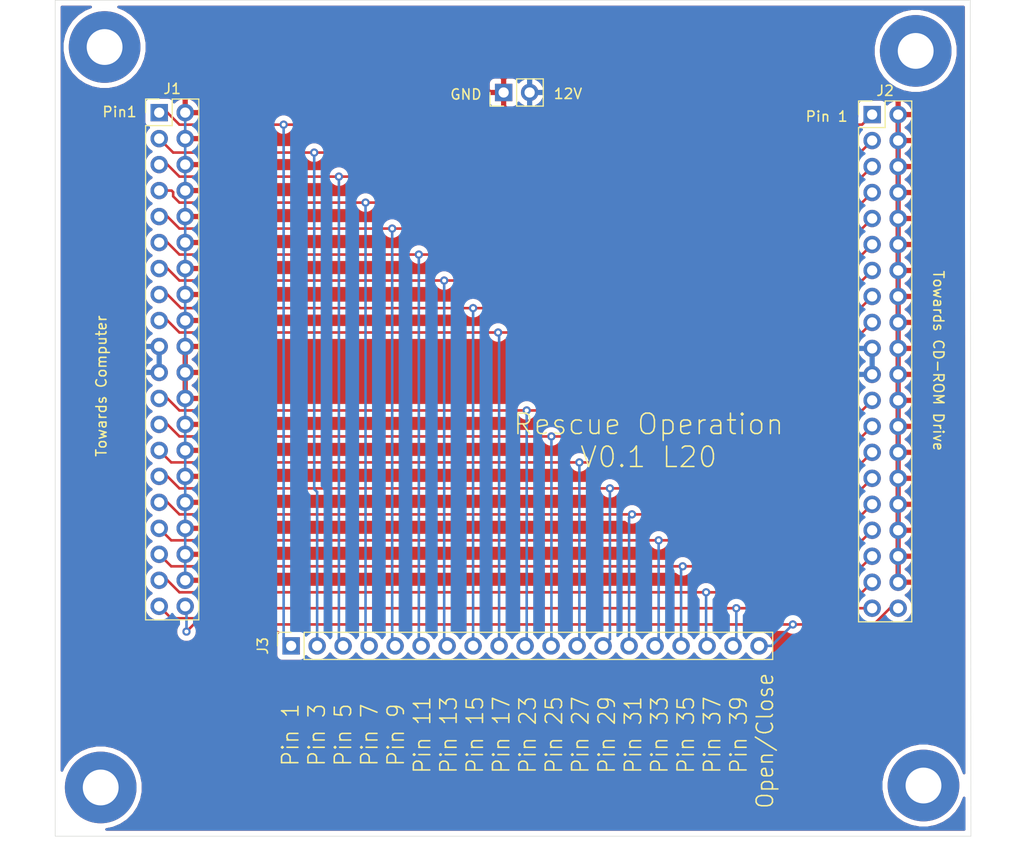
<source format=kicad_pcb>
(kicad_pcb (version 20171130) (host pcbnew "(5.1.10)-1")

  (general
    (thickness 1.6)
    (drawings 12)
    (tracks 156)
    (zones 0)
    (modules 11)
    (nets 22)
  )

  (page A4)
  (layers
    (0 F.Cu signal)
    (31 B.Cu signal)
    (32 B.Adhes user)
    (33 F.Adhes user)
    (34 B.Paste user)
    (35 F.Paste user)
    (36 B.SilkS user)
    (37 F.SilkS user)
    (38 B.Mask user)
    (39 F.Mask user)
    (40 Dwgs.User user)
    (41 Cmts.User user)
    (42 Eco1.User user)
    (43 Eco2.User user)
    (44 Edge.Cuts user)
    (45 Margin user)
    (46 B.CrtYd user)
    (47 F.CrtYd user)
    (48 B.Fab user)
    (49 F.Fab user)
  )

  (setup
    (last_trace_width 0.25)
    (trace_clearance 0.2)
    (zone_clearance 0.508)
    (zone_45_only no)
    (trace_min 0.2)
    (via_size 0.8)
    (via_drill 0.4)
    (via_min_size 0.4)
    (via_min_drill 0.3)
    (uvia_size 0.3)
    (uvia_drill 0.1)
    (uvias_allowed no)
    (uvia_min_size 0.2)
    (uvia_min_drill 0.1)
    (edge_width 0.05)
    (segment_width 0.2)
    (pcb_text_width 0.3)
    (pcb_text_size 1.5 1.5)
    (mod_edge_width 0.12)
    (mod_text_size 1 1)
    (mod_text_width 0.15)
    (pad_size 1.524 1.524)
    (pad_drill 0.762)
    (pad_to_mask_clearance 0)
    (aux_axis_origin 0 0)
    (visible_elements 7FFFFFFF)
    (pcbplotparams
      (layerselection 0x010fc_ffffffff)
      (usegerberextensions false)
      (usegerberattributes true)
      (usegerberadvancedattributes true)
      (creategerberjobfile true)
      (excludeedgelayer true)
      (linewidth 0.100000)
      (plotframeref false)
      (viasonmask false)
      (mode 1)
      (useauxorigin false)
      (hpglpennumber 1)
      (hpglpenspeed 20)
      (hpglpendiameter 15.000000)
      (psnegative false)
      (psa4output false)
      (plotreference true)
      (plotvalue true)
      (plotinvisibletext false)
      (padsonsilk false)
      (subtractmaskfromsilk false)
      (outputformat 1)
      (mirror false)
      (drillshape 0)
      (scaleselection 1)
      (outputdirectory "gerber/"))
  )

  (net 0 "")
  (net 1 /40)
  (net 2 /39)
  (net 3 /37)
  (net 4 /35)
  (net 5 /33)
  (net 6 /31)
  (net 7 /29)
  (net 8 /27)
  (net 9 /25)
  (net 10 /23)
  (net 11 /17)
  (net 12 /15)
  (net 13 /13)
  (net 14 /11)
  (net 15 /9)
  (net 16 /7)
  (net 17 /5)
  (net 18 /3)
  (net 19 /1)
  (net 20 GND)
  (net 21 +12V)

  (net_class Default "This is the default net class."
    (clearance 0.2)
    (trace_width 0.25)
    (via_dia 0.8)
    (via_drill 0.4)
    (uvia_dia 0.3)
    (uvia_drill 0.1)
    (add_net +12V)
    (add_net /1)
    (add_net /11)
    (add_net /13)
    (add_net /15)
    (add_net /17)
    (add_net /23)
    (add_net /25)
    (add_net /27)
    (add_net /29)
    (add_net /3)
    (add_net /31)
    (add_net /33)
    (add_net /35)
    (add_net /37)
    (add_net /39)
    (add_net /40)
    (add_net /5)
    (add_net /7)
    (add_net /9)
    (add_net GND)
  )

  (module Connector_PinSocket_2.54mm:PinSocket_1x19_P2.54mm_Vertical (layer F.Cu) (tedit 5A19A430) (tstamp 62438D24)
    (at 67.056 114.681 90)
    (descr "Through hole straight socket strip, 1x19, 2.54mm pitch, single row (from Kicad 4.0.7), script generated")
    (tags "Through hole socket strip THT 1x19 2.54mm single row")
    (path /624571C1)
    (fp_text reference J3 (at 0 -2.77 90) (layer F.SilkS)
      (effects (font (size 1 1) (thickness 0.15)))
    )
    (fp_text value Conn_01x19_Male (at 0 48.49 90) (layer F.Fab)
      (effects (font (size 1 1) (thickness 0.15)))
    )
    (fp_text user %R (at 0 22.86) (layer F.Fab)
      (effects (font (size 1 1) (thickness 0.15)))
    )
    (fp_line (start -1.27 -1.27) (end 0.635 -1.27) (layer F.Fab) (width 0.1))
    (fp_line (start 0.635 -1.27) (end 1.27 -0.635) (layer F.Fab) (width 0.1))
    (fp_line (start 1.27 -0.635) (end 1.27 46.99) (layer F.Fab) (width 0.1))
    (fp_line (start 1.27 46.99) (end -1.27 46.99) (layer F.Fab) (width 0.1))
    (fp_line (start -1.27 46.99) (end -1.27 -1.27) (layer F.Fab) (width 0.1))
    (fp_line (start -1.33 1.27) (end 1.33 1.27) (layer F.SilkS) (width 0.12))
    (fp_line (start -1.33 1.27) (end -1.33 47.05) (layer F.SilkS) (width 0.12))
    (fp_line (start -1.33 47.05) (end 1.33 47.05) (layer F.SilkS) (width 0.12))
    (fp_line (start 1.33 1.27) (end 1.33 47.05) (layer F.SilkS) (width 0.12))
    (fp_line (start 1.33 -1.33) (end 1.33 0) (layer F.SilkS) (width 0.12))
    (fp_line (start 0 -1.33) (end 1.33 -1.33) (layer F.SilkS) (width 0.12))
    (fp_line (start -1.8 -1.8) (end 1.75 -1.8) (layer F.CrtYd) (width 0.05))
    (fp_line (start 1.75 -1.8) (end 1.75 47.5) (layer F.CrtYd) (width 0.05))
    (fp_line (start 1.75 47.5) (end -1.8 47.5) (layer F.CrtYd) (width 0.05))
    (fp_line (start -1.8 47.5) (end -1.8 -1.8) (layer F.CrtYd) (width 0.05))
    (pad 19 thru_hole oval (at 0 45.72 90) (size 1.7 1.7) (drill 1) (layers *.Cu *.Mask)
      (net 1 /40))
    (pad 18 thru_hole oval (at 0 43.18 90) (size 1.7 1.7) (drill 1) (layers *.Cu *.Mask)
      (net 2 /39))
    (pad 17 thru_hole oval (at 0 40.64 90) (size 1.7 1.7) (drill 1) (layers *.Cu *.Mask)
      (net 3 /37))
    (pad 16 thru_hole oval (at 0 38.1 90) (size 1.7 1.7) (drill 1) (layers *.Cu *.Mask)
      (net 4 /35))
    (pad 15 thru_hole oval (at 0 35.56 90) (size 1.7 1.7) (drill 1) (layers *.Cu *.Mask)
      (net 5 /33))
    (pad 14 thru_hole oval (at 0 33.02 90) (size 1.7 1.7) (drill 1) (layers *.Cu *.Mask)
      (net 6 /31))
    (pad 13 thru_hole oval (at 0 30.48 90) (size 1.7 1.7) (drill 1) (layers *.Cu *.Mask)
      (net 7 /29))
    (pad 12 thru_hole oval (at 0 27.94 90) (size 1.7 1.7) (drill 1) (layers *.Cu *.Mask)
      (net 8 /27))
    (pad 11 thru_hole oval (at 0 25.4 90) (size 1.7 1.7) (drill 1) (layers *.Cu *.Mask)
      (net 9 /25))
    (pad 10 thru_hole oval (at 0 22.86 90) (size 1.7 1.7) (drill 1) (layers *.Cu *.Mask)
      (net 10 /23))
    (pad 9 thru_hole oval (at 0 20.32 90) (size 1.7 1.7) (drill 1) (layers *.Cu *.Mask)
      (net 11 /17))
    (pad 8 thru_hole oval (at 0 17.78 90) (size 1.7 1.7) (drill 1) (layers *.Cu *.Mask)
      (net 12 /15))
    (pad 7 thru_hole oval (at 0 15.24 90) (size 1.7 1.7) (drill 1) (layers *.Cu *.Mask)
      (net 13 /13))
    (pad 6 thru_hole oval (at 0 12.7 90) (size 1.7 1.7) (drill 1) (layers *.Cu *.Mask)
      (net 14 /11))
    (pad 5 thru_hole oval (at 0 10.16 90) (size 1.7 1.7) (drill 1) (layers *.Cu *.Mask)
      (net 15 /9))
    (pad 4 thru_hole oval (at 0 7.62 90) (size 1.7 1.7) (drill 1) (layers *.Cu *.Mask)
      (net 16 /7))
    (pad 3 thru_hole oval (at 0 5.08 90) (size 1.7 1.7) (drill 1) (layers *.Cu *.Mask)
      (net 17 /5))
    (pad 2 thru_hole oval (at 0 2.54 90) (size 1.7 1.7) (drill 1) (layers *.Cu *.Mask)
      (net 18 /3))
    (pad 1 thru_hole rect (at 0 0 90) (size 1.7 1.7) (drill 1) (layers *.Cu *.Mask)
      (net 19 /1))
    (model ${KISYS3DMOD}/Connector_PinSocket_2.54mm.3dshapes/PinSocket_1x19_P2.54mm_Vertical.wrl
      (at (xyz 0 0 0))
      (scale (xyz 1 1 1))
      (rotate (xyz 0 0 0))
    )
  )

  (module "FM Towns Rescue Project:FMT-LOGO" (layer F.Cu) (tedit 0) (tstamp 62312130)
    (at 101.2825 87.757)
    (fp_text reference G*** (at 0 0) (layer F.SilkS) hide
      (effects (font (size 1.524 1.524) (thickness 0.3)))
    )
    (fp_text value LOGO (at 0.75 0) (layer F.SilkS) hide
      (effects (font (size 1.524 1.524) (thickness 0.3)))
    )
    (fp_poly (pts (xy 11.78395 -1.762923) (xy 12.160725 -1.722946) (xy 12.366309 -1.665954) (xy 12.3825 -1.651)
      (xy 12.353709 -1.542276) (xy 12.262995 -1.524) (xy 12.177852 -1.490108) (xy 12.120689 -1.361868)
      (xy 12.086298 -1.099435) (xy 12.069471 -0.662963) (xy 12.065 -0.012606) (xy 12.065 -0.009313)
      (xy 12.068911 0.639649) (xy 12.084698 1.077691) (xy 12.118439 1.347828) (xy 12.176212 1.493074)
      (xy 12.264096 1.556445) (xy 12.28725 1.563455) (xy 12.267681 1.587961) (xy 12.036497 1.607356)
      (xy 11.636068 1.619141) (xy 11.303 1.621535) (xy 10.814818 1.616079) (xy 10.468177 1.601377)
      (xy 10.305446 1.57993) (xy 10.31875 1.563455) (xy 10.413822 1.511952) (xy 10.47749 1.387721)
      (xy 10.515833 1.147748) (xy 10.53493 0.749019) (xy 10.540859 0.148518) (xy 10.540991 0)
      (xy 11.049 0) (xy 11.051492 0.643323) (xy 11.063645 1.074751) (xy 11.092474 1.336377)
      (xy 11.144994 1.47029) (xy 11.228222 1.518584) (xy 11.303 1.524) (xy 11.41022 1.509047)
      (xy 11.482125 1.436129) (xy 11.525729 1.263154) (xy 11.548048 0.94803) (xy 11.556097 0.448666)
      (xy 11.557 0) (xy 11.554507 -0.643324) (xy 11.542354 -1.074752) (xy 11.513525 -1.336378)
      (xy 11.461005 -1.470291) (xy 11.377777 -1.518585) (xy 11.303 -1.524) (xy 11.195779 -1.509048)
      (xy 11.123874 -1.43613) (xy 11.08027 -1.263155) (xy 11.057951 -0.948031) (xy 11.049902 -0.448667)
      (xy 11.049 0) (xy 10.540991 0) (xy 10.541 -0.009313) (xy 10.536569 -0.660668)
      (xy 10.519806 -1.097969) (xy 10.485502 -1.361061) (xy 10.428447 -1.48979) (xy 10.343435 -1.524)
      (xy 10.343004 -1.524) (xy 10.211552 -1.585569) (xy 10.2235 -1.651) (xy 10.379323 -1.710837)
      (xy 10.722026 -1.755505) (xy 11.184595 -1.777119) (xy 11.303 -1.778) (xy 11.78395 -1.762923)) (layer F.Mask) (width 0.01))
    (fp_poly (pts (xy 8.182552 -1.750715) (xy 9.3345 -1.7145) (xy 9.374685 -1.36525) (xy 9.414871 -1.016)
      (xy 8.295185 -0.99797) (xy 7.1755 -0.979939) (xy 8.030441 -0.892742) (xy 8.644219 -0.792092)
      (xy 9.065803 -0.615591) (xy 9.35369 -0.328246) (xy 9.525709 0.001712) (xy 9.612661 0.370638)
      (xy 9.541232 0.775695) (xy 9.530897 0.807628) (xy 9.371581 1.162348) (xy 9.139214 1.404928)
      (xy 8.789142 1.554484) (xy 8.276711 1.630136) (xy 7.560968 1.651) (xy 6.35 1.651)
      (xy 6.35 0.889) (xy 7.4041 0.889) (xy 8.017872 0.871489) (xy 8.419743 0.807121)
      (xy 8.650137 0.678137) (xy 8.749481 0.466781) (xy 8.763 0.2921) (xy 8.746095 0.138147)
      (xy 8.658274 0.050625) (xy 8.443876 0.010888) (xy 8.04724 0.000287) (xy 7.891127 0)
      (xy 7.362754 -0.01875) (xy 7.006066 -0.086683) (xy 6.740731 -0.221324) (xy 6.684627 -0.263218)
      (xy 6.403956 -0.615228) (xy 6.358007 -1.007453) (xy 6.546526 -1.383658) (xy 6.690302 -1.519247)
      (xy 6.885516 -1.648427) (xy 7.110177 -1.724568) (xy 7.429491 -1.757783) (xy 7.908663 -1.758187)
      (xy 8.182552 -1.750715)) (layer F.Mask) (width 0.01))
    (fp_poly (pts (xy 3.996873 -1.721789) (xy 4.23351 -1.555685) (xy 4.435836 -1.237447) (xy 4.652418 -0.727703)
      (xy 4.72378 -0.541204) (xy 5.1435 0.567252) (xy 5.2705 -1.7145) (xy 6.0325 -1.7145)
      (xy 6.103466 1.664532) (xy 4.7625 1.5875) (xy 4.269724 0.34925) (xy 3.994833 -0.303768)
      (xy 3.782778 -0.712211) (xy 3.626961 -0.87583) (xy 3.520785 -0.794376) (xy 3.45765 -0.4676)
      (xy 3.430959 0.104748) (xy 3.429 0.381) (xy 3.429 1.651) (xy 2.659627 1.651)
      (xy 2.695063 -0.03175) (xy 2.7305 -1.7145) (xy 3.226393 -1.755088) (xy 3.677357 -1.775133)
      (xy 3.996873 -1.721789)) (layer F.Mask) (width 0.01))
    (fp_poly (pts (xy 1.575727 1.7145) (xy 0.6985 1.7145) (xy 0.448119 0.762) (xy 0.197739 -0.1905)
      (xy 0.003619 0.635) (xy -0.134173 1.17835) (xy -0.255529 1.517836) (xy -0.388508 1.699664)
      (xy -0.561167 1.77004) (xy -0.690445 1.778) (xy -0.974412 1.714646) (xy -1.107689 1.61925)
      (xy -1.172535 1.454264) (xy -1.277798 1.101952) (xy -1.408261 0.622819) (xy -1.54871 0.077373)
      (xy -1.68393 -0.473881) (xy -1.798705 -0.970436) (xy -1.87782 -1.351786) (xy -1.906089 -1.55575)
      (xy -1.795091 -1.62366) (xy -1.538228 -1.651) (xy -1.352285 -1.637019) (xy -1.224283 -1.561429)
      (xy -1.122784 -1.373758) (xy -1.016346 -1.023536) (xy -0.925097 -0.66675) (xy -0.678737 0.3175)
      (xy -0.443148 -0.66675) (xy -0.322312 -1.155654) (xy -0.226646 -1.447978) (xy -0.122665 -1.594276)
      (xy 0.023121 -1.645102) (xy 0.208826 -1.651) (xy 0.408443 -1.639266) (xy 0.553684 -1.576186)
      (xy 0.666973 -1.419945) (xy 0.770733 -1.128729) (xy 0.887386 -0.660721) (xy 0.992017 -0.1905)
      (xy 1.103315 0.3175) (xy 1.24239 -0.1905) (xy 1.365005 -0.649258) (xy 1.48054 -1.097881)
      (xy 1.491799 -1.143) (xy 1.605532 -1.453157) (xy 1.79233 -1.590801) (xy 1.989627 -1.625959)
      (xy 2.377121 -1.664418) (xy 1.575727 1.7145)) (layer F.Mask) (width 0.01))
    (fp_poly (pts (xy -3.22254 -1.694462) (xy -2.909996 -1.61575) (xy -2.657389 -1.450469) (xy -2.597365 -1.397)
      (xy -2.243572 -0.961683) (xy -1.994574 -0.446343) (xy -1.905 0.019323) (xy -1.993972 0.445988)
      (xy -2.220236 0.921603) (xy -2.522816 1.338801) (xy -2.779148 1.558524) (xy -3.283302 1.735706)
      (xy -3.864684 1.763585) (xy -4.408232 1.643696) (xy -4.622162 1.533946) (xy -5.11536 1.074748)
      (xy -5.39638 0.518191) (xy -5.436984 0.133608) (xy -4.675111 0.133608) (xy -4.517187 0.56569)
      (xy -4.435783 0.681372) (xy -4.079806 0.94862) (xy -3.637229 1.023713) (xy -3.191308 0.903349)
      (xy -2.960936 0.739862) (xy -2.712747 0.349984) (xy -2.674676 -0.103622) (xy -2.845766 -0.543392)
      (xy -2.978728 -0.704273) (xy -3.37506 -0.964802) (xy -3.779592 -1.014249) (xy -4.152093 -0.890873)
      (xy -4.452334 -0.632932) (xy -4.640083 -0.278686) (xy -4.675111 0.133608) (xy -5.436984 0.133608)
      (xy -5.46018 -0.086085) (xy -5.301721 -0.688437) (xy -4.915964 -1.239223) (xy -4.904858 -1.25041)
      (xy -4.617459 -1.515182) (xy -4.367571 -1.654005) (xy -4.050317 -1.706979) (xy -3.691115 -1.7145)
      (xy -3.22254 -1.694462)) (layer F.Mask) (width 0.01))
    (fp_poly (pts (xy -5.357315 -1.30175) (xy -5.41163 -1.078123) (xy -5.556686 -0.967343) (xy -5.868148 -0.918749)
      (xy -5.93725 -0.913448) (xy -6.477 -0.874396) (xy -6.477 1.778) (xy -7.366 1.778)
      (xy -7.366 -0.874396) (xy -7.90575 -0.913448) (xy -8.25028 -0.956871) (xy -8.4165 -1.05451)
      (xy -8.480075 -1.257026) (xy -8.485686 -1.30175) (xy -8.525872 -1.651) (xy -5.317129 -1.651)
      (xy -5.357315 -1.30175)) (layer F.Mask) (width 0.01))
    (fp_poly (pts (xy -9.536122 0.049762) (xy -9.337158 0.245828) (xy -9.249379 0.411121) (xy -9.054676 0.822242)
      (xy -8.842077 0.411121) (xy -8.629408 0.111748) (xy -8.365876 0.00405) (xy -8.279247 0)
      (xy -8.094028 0.009657) (xy -7.990724 0.076245) (xy -7.947496 0.256185) (xy -7.942504 0.605903)
      (xy -7.947417 0.85725) (xy -7.965817 1.7145) (xy -8.380497 1.755496) (xy -8.659351 1.766611)
      (xy -8.750061 1.681984) (xy -8.715971 1.441526) (xy -8.715184 1.437996) (xy -8.635191 1.0795)
      (xy -8.830152 1.42875) (xy -9.032886 1.707703) (xy -9.211017 1.741642) (xy -9.39033 1.528013)
      (xy -9.471559 1.36525) (xy -9.659855 0.9525) (xy -9.582337 1.36525) (xy -9.549094 1.646629)
      (xy -9.627193 1.758761) (xy -9.83241 1.778) (xy -10.079521 1.767347) (xy -10.168421 1.74625)
      (xy -10.176415 1.61333) (xy -10.189304 1.295194) (xy -10.204308 0.860508) (xy -10.204412 0.85725)
      (xy -10.231984 0) (xy -9.838033 0) (xy -9.536122 0.049762)) (layer F.Mask) (width 0.01))
    (fp_poly (pts (xy -10.860202 0.004292) (xy -10.585241 0.029678) (xy -10.455463 0.094915) (xy -10.416465 0.218764)
      (xy -10.414 0.3175) (xy -10.491364 0.560907) (xy -10.665133 0.642367) (xy -10.847828 0.524388)
      (xy -10.8585 0.508) (xy -11.034004 0.408792) (xy -11.2395 0.381) (xy -11.505439 0.428939)
      (xy -11.6205 0.508) (xy -11.574809 0.601496) (xy -11.364683 0.635) (xy -11.122219 0.703649)
      (xy -11.066573 0.861232) (xy -11.188501 1.035202) (xy -11.429387 1.142855) (xy -11.62994 1.224945)
      (xy -11.58747 1.314668) (xy -11.422555 1.501236) (xy -11.478336 1.671498) (xy -11.724482 1.770403)
      (xy -11.84275 1.778) (xy -12.2555 1.778) (xy -12.2555 0) (xy -11.33475 0)
      (xy -10.860202 0.004292)) (layer F.Mask) (width 0.01))
  )

  (module "FM Towns Rescue Project:FMT-LOGO" (layer F.Cu) (tedit 0) (tstamp 623113D4)
    (at 106.553 88.5825)
    (fp_text reference G*** (at 0 0) (layer F.SilkS) hide
      (effects (font (size 1.524 1.524) (thickness 0.3)))
    )
    (fp_text value LOGO (at 0.75 0) (layer F.SilkS) hide
      (effects (font (size 1.524 1.524) (thickness 0.3)))
    )
  )

  (module "FM Towns Rescue Project:FMT-LOGO" (layer F.Cu) (tedit 0) (tstamp 623113A9)
    (at 112.7125 80.645)
    (fp_text reference G*** (at 0 0) (layer F.SilkS) hide
      (effects (font (size 1.524 1.524) (thickness 0.3)))
    )
    (fp_text value LOGO (at 0.75 0) (layer F.SilkS) hide
      (effects (font (size 1.524 1.524) (thickness 0.3)))
    )
  )

  (module MountingHole:MountingHole_3.5mm_Pad (layer F.Cu) (tedit 56D1B4CB) (tstamp 623108D3)
    (at 48.8315 56.134)
    (descr "Mounting Hole 3.5mm")
    (tags "mounting hole 3.5mm")
    (attr virtual)
    (fp_text reference REF** (at 0 -4.5) (layer F.SilkS) hide
      (effects (font (size 1 1) (thickness 0.15)))
    )
    (fp_text value MountingHole_3.5mm_Pad (at 0 4.5) (layer F.Fab)
      (effects (font (size 1 1) (thickness 0.15)))
    )
    (fp_circle (center 0 0) (end 3.75 0) (layer F.CrtYd) (width 0.05))
    (fp_circle (center 0 0) (end 3.5 0) (layer Cmts.User) (width 0.15))
    (fp_text user %R (at 0.3 0) (layer F.Fab)
      (effects (font (size 1 1) (thickness 0.15)))
    )
    (pad 1 thru_hole circle (at 0 0) (size 7 7) (drill 3.5) (layers *.Cu *.Mask))
  )

  (module MountingHole:MountingHole_3.5mm_Pad (layer F.Cu) (tedit 56D1B4CB) (tstamp 623108D3)
    (at 128.8415 128.3335)
    (descr "Mounting Hole 3.5mm")
    (tags "mounting hole 3.5mm")
    (attr virtual)
    (fp_text reference REF** (at 0 -4.5) (layer F.SilkS) hide
      (effects (font (size 1 1) (thickness 0.15)))
    )
    (fp_text value MountingHole_3.5mm_Pad (at 0 4.5) (layer F.Fab)
      (effects (font (size 1 1) (thickness 0.15)))
    )
    (fp_circle (center 0 0) (end 3.75 0) (layer F.CrtYd) (width 0.05))
    (fp_circle (center 0 0) (end 3.5 0) (layer Cmts.User) (width 0.15))
    (fp_text user %R (at 0.3 0) (layer F.Fab)
      (effects (font (size 1 1) (thickness 0.15)))
    )
    (pad 1 thru_hole circle (at 0 0) (size 7 7) (drill 3.5) (layers *.Cu *.Mask))
  )

  (module MountingHole:MountingHole_3.5mm_Pad (layer F.Cu) (tedit 56D1B4CB) (tstamp 623108B5)
    (at 48.4505 128.524)
    (descr "Mounting Hole 3.5mm")
    (tags "mounting hole 3.5mm")
    (attr virtual)
    (fp_text reference REF** (at 0 -4.5) (layer F.SilkS) hide
      (effects (font (size 1 1) (thickness 0.15)))
    )
    (fp_text value MountingHole_3.5mm_Pad (at 0 4.5) (layer F.Fab)
      (effects (font (size 1 1) (thickness 0.15)))
    )
    (fp_circle (center 0 0) (end 3.75 0) (layer F.CrtYd) (width 0.05))
    (fp_circle (center 0 0) (end 3.5 0) (layer Cmts.User) (width 0.15))
    (fp_text user %R (at 0.3 0) (layer F.Fab)
      (effects (font (size 1 1) (thickness 0.15)))
    )
    (pad 1 thru_hole circle (at 0 0) (size 7 7) (drill 3.5) (layers *.Cu *.Mask))
  )

  (module MountingHole:MountingHole_3.5mm_Pad (layer F.Cu) (tedit 56D1B4CB) (tstamp 623108B5)
    (at 128.0795 56.515)
    (descr "Mounting Hole 3.5mm")
    (tags "mounting hole 3.5mm")
    (attr virtual)
    (fp_text reference REF** (at 3.302 -8.8265) (layer F.SilkS) hide
      (effects (font (size 1 1) (thickness 0.15)))
    )
    (fp_text value MountingHole_3.5mm_Pad (at 0 4.5) (layer F.Fab)
      (effects (font (size 1 1) (thickness 0.15)))
    )
    (fp_circle (center 0 0) (end 3.75 0) (layer F.CrtYd) (width 0.05))
    (fp_circle (center 0 0) (end 3.5 0) (layer Cmts.User) (width 0.15))
    (fp_text user %R (at 0.3 0) (layer F.Fab)
      (effects (font (size 1 1) (thickness 0.15)))
    )
    (pad 1 thru_hole circle (at 0 0) (size 7 7) (drill 3.5) (layers *.Cu *.Mask))
  )

  (module Connector_PinHeader_2.54mm:PinHeader_1x02_P2.54mm_Vertical (layer F.Cu) (tedit 59FED5CC) (tstamp 6230F85E)
    (at 87.8205 60.579 90)
    (descr "Through hole straight pin header, 1x02, 2.54mm pitch, single row")
    (tags "Through hole pin header THT 1x02 2.54mm single row")
    (path /6236681A)
    (fp_text reference PWR1 (at 0 -2.33 90) (layer F.SilkS) hide
      (effects (font (size 1 1) (thickness 0.15)))
    )
    (fp_text value Conn_01x02_Male (at 0 4.87 90) (layer F.Fab)
      (effects (font (size 1 1) (thickness 0.15)))
    )
    (fp_line (start 1.8 -1.8) (end -1.8 -1.8) (layer F.CrtYd) (width 0.05))
    (fp_line (start 1.8 4.35) (end 1.8 -1.8) (layer F.CrtYd) (width 0.05))
    (fp_line (start -1.8 4.35) (end 1.8 4.35) (layer F.CrtYd) (width 0.05))
    (fp_line (start -1.8 -1.8) (end -1.8 4.35) (layer F.CrtYd) (width 0.05))
    (fp_line (start -1.33 -1.33) (end 0 -1.33) (layer F.SilkS) (width 0.12))
    (fp_line (start -1.33 0) (end -1.33 -1.33) (layer F.SilkS) (width 0.12))
    (fp_line (start -1.33 1.27) (end 1.33 1.27) (layer F.SilkS) (width 0.12))
    (fp_line (start 1.33 1.27) (end 1.33 3.87) (layer F.SilkS) (width 0.12))
    (fp_line (start -1.33 1.27) (end -1.33 3.87) (layer F.SilkS) (width 0.12))
    (fp_line (start -1.33 3.87) (end 1.33 3.87) (layer F.SilkS) (width 0.12))
    (fp_line (start -1.27 -0.635) (end -0.635 -1.27) (layer F.Fab) (width 0.1))
    (fp_line (start -1.27 3.81) (end -1.27 -0.635) (layer F.Fab) (width 0.1))
    (fp_line (start 1.27 3.81) (end -1.27 3.81) (layer F.Fab) (width 0.1))
    (fp_line (start 1.27 -1.27) (end 1.27 3.81) (layer F.Fab) (width 0.1))
    (fp_line (start -0.635 -1.27) (end 1.27 -1.27) (layer F.Fab) (width 0.1))
    (fp_text user %R (at 0 1.27) (layer F.Fab)
      (effects (font (size 1 1) (thickness 0.15)))
    )
    (pad 2 thru_hole oval (at 0 2.54 90) (size 1.7 1.7) (drill 1) (layers *.Cu *.Mask)
      (net 21 +12V))
    (pad 1 thru_hole rect (at 0 0 90) (size 1.7 1.7) (drill 1) (layers *.Cu *.Mask)
      (net 20 GND))
    (model ${KISYS3DMOD}/Connector_PinHeader_2.54mm.3dshapes/PinHeader_1x02_P2.54mm_Vertical.wrl
      (at (xyz 0 0 0))
      (scale (xyz 1 1 1))
      (rotate (xyz 0 0 0))
    )
  )

  (module Connector_PinHeader_2.54mm:PinHeader_2x20_P2.54mm_Vertical (layer F.Cu) (tedit 59FED5CC) (tstamp 6230F848)
    (at 123.825 62.738)
    (descr "Through hole straight pin header, 2x20, 2.54mm pitch, double rows")
    (tags "Through hole pin header THT 2x20 2.54mm double row")
    (path /62339525)
    (fp_text reference J2 (at 1.27 -2.33) (layer F.SilkS)
      (effects (font (size 1 1) (thickness 0.15)))
    )
    (fp_text value Conn_02x20_Odd_Even (at 1.27 50.59) (layer F.Fab)
      (effects (font (size 1 1) (thickness 0.15)))
    )
    (fp_line (start 4.35 -1.8) (end -1.8 -1.8) (layer F.CrtYd) (width 0.05))
    (fp_line (start 4.35 50.05) (end 4.35 -1.8) (layer F.CrtYd) (width 0.05))
    (fp_line (start -1.8 50.05) (end 4.35 50.05) (layer F.CrtYd) (width 0.05))
    (fp_line (start -1.8 -1.8) (end -1.8 50.05) (layer F.CrtYd) (width 0.05))
    (fp_line (start -1.33 -1.33) (end 0 -1.33) (layer F.SilkS) (width 0.12))
    (fp_line (start -1.33 0) (end -1.33 -1.33) (layer F.SilkS) (width 0.12))
    (fp_line (start 1.27 -1.33) (end 3.87 -1.33) (layer F.SilkS) (width 0.12))
    (fp_line (start 1.27 1.27) (end 1.27 -1.33) (layer F.SilkS) (width 0.12))
    (fp_line (start -1.33 1.27) (end 1.27 1.27) (layer F.SilkS) (width 0.12))
    (fp_line (start 3.87 -1.33) (end 3.87 49.59) (layer F.SilkS) (width 0.12))
    (fp_line (start -1.33 1.27) (end -1.33 49.59) (layer F.SilkS) (width 0.12))
    (fp_line (start -1.33 49.59) (end 3.87 49.59) (layer F.SilkS) (width 0.12))
    (fp_line (start -1.27 0) (end 0 -1.27) (layer F.Fab) (width 0.1))
    (fp_line (start -1.27 49.53) (end -1.27 0) (layer F.Fab) (width 0.1))
    (fp_line (start 3.81 49.53) (end -1.27 49.53) (layer F.Fab) (width 0.1))
    (fp_line (start 3.81 -1.27) (end 3.81 49.53) (layer F.Fab) (width 0.1))
    (fp_line (start 0 -1.27) (end 3.81 -1.27) (layer F.Fab) (width 0.1))
    (fp_text user %R (at 1.27 24.13 90) (layer F.Fab)
      (effects (font (size 1 1) (thickness 0.15)))
    )
    (pad 40 thru_hole oval (at 2.54 48.26) (size 1.7 1.7) (drill 1) (layers *.Cu *.Mask)
      (net 1 /40))
    (pad 39 thru_hole oval (at 0 48.26) (size 1.7 1.7) (drill 1) (layers *.Cu *.Mask)
      (net 2 /39))
    (pad 38 thru_hole oval (at 2.54 45.72) (size 1.7 1.7) (drill 1) (layers *.Cu *.Mask)
      (net 20 GND))
    (pad 37 thru_hole oval (at 0 45.72) (size 1.7 1.7) (drill 1) (layers *.Cu *.Mask)
      (net 3 /37))
    (pad 36 thru_hole oval (at 2.54 43.18) (size 1.7 1.7) (drill 1) (layers *.Cu *.Mask)
      (net 20 GND))
    (pad 35 thru_hole oval (at 0 43.18) (size 1.7 1.7) (drill 1) (layers *.Cu *.Mask)
      (net 4 /35))
    (pad 34 thru_hole oval (at 2.54 40.64) (size 1.7 1.7) (drill 1) (layers *.Cu *.Mask)
      (net 20 GND))
    (pad 33 thru_hole oval (at 0 40.64) (size 1.7 1.7) (drill 1) (layers *.Cu *.Mask)
      (net 5 /33))
    (pad 32 thru_hole oval (at 2.54 38.1) (size 1.7 1.7) (drill 1) (layers *.Cu *.Mask)
      (net 20 GND))
    (pad 31 thru_hole oval (at 0 38.1) (size 1.7 1.7) (drill 1) (layers *.Cu *.Mask)
      (net 6 /31))
    (pad 30 thru_hole oval (at 2.54 35.56) (size 1.7 1.7) (drill 1) (layers *.Cu *.Mask)
      (net 20 GND))
    (pad 29 thru_hole oval (at 0 35.56) (size 1.7 1.7) (drill 1) (layers *.Cu *.Mask)
      (net 7 /29))
    (pad 28 thru_hole oval (at 2.54 33.02) (size 1.7 1.7) (drill 1) (layers *.Cu *.Mask)
      (net 20 GND))
    (pad 27 thru_hole oval (at 0 33.02) (size 1.7 1.7) (drill 1) (layers *.Cu *.Mask)
      (net 8 /27))
    (pad 26 thru_hole oval (at 2.54 30.48) (size 1.7 1.7) (drill 1) (layers *.Cu *.Mask)
      (net 20 GND))
    (pad 25 thru_hole oval (at 0 30.48) (size 1.7 1.7) (drill 1) (layers *.Cu *.Mask)
      (net 9 /25))
    (pad 24 thru_hole oval (at 2.54 27.94) (size 1.7 1.7) (drill 1) (layers *.Cu *.Mask)
      (net 20 GND))
    (pad 23 thru_hole oval (at 0 27.94) (size 1.7 1.7) (drill 1) (layers *.Cu *.Mask)
      (net 10 /23))
    (pad 22 thru_hole oval (at 2.54 25.4) (size 1.7 1.7) (drill 1) (layers *.Cu *.Mask)
      (net 20 GND))
    (pad 21 thru_hole oval (at 0 25.4) (size 1.7 1.7) (drill 1) (layers *.Cu *.Mask)
      (net 21 +12V))
    (pad 20 thru_hole oval (at 2.54 22.86) (size 1.7 1.7) (drill 1) (layers *.Cu *.Mask)
      (net 20 GND))
    (pad 19 thru_hole oval (at 0 22.86) (size 1.7 1.7) (drill 1) (layers *.Cu *.Mask)
      (net 21 +12V))
    (pad 18 thru_hole oval (at 2.54 20.32) (size 1.7 1.7) (drill 1) (layers *.Cu *.Mask)
      (net 20 GND))
    (pad 17 thru_hole oval (at 0 20.32) (size 1.7 1.7) (drill 1) (layers *.Cu *.Mask)
      (net 11 /17))
    (pad 16 thru_hole oval (at 2.54 17.78) (size 1.7 1.7) (drill 1) (layers *.Cu *.Mask)
      (net 20 GND))
    (pad 15 thru_hole oval (at 0 17.78) (size 1.7 1.7) (drill 1) (layers *.Cu *.Mask)
      (net 12 /15))
    (pad 14 thru_hole oval (at 2.54 15.24) (size 1.7 1.7) (drill 1) (layers *.Cu *.Mask)
      (net 20 GND))
    (pad 13 thru_hole oval (at 0 15.24) (size 1.7 1.7) (drill 1) (layers *.Cu *.Mask)
      (net 13 /13))
    (pad 12 thru_hole oval (at 2.54 12.7) (size 1.7 1.7) (drill 1) (layers *.Cu *.Mask)
      (net 20 GND))
    (pad 11 thru_hole oval (at 0 12.7) (size 1.7 1.7) (drill 1) (layers *.Cu *.Mask)
      (net 14 /11))
    (pad 10 thru_hole oval (at 2.54 10.16) (size 1.7 1.7) (drill 1) (layers *.Cu *.Mask)
      (net 20 GND))
    (pad 9 thru_hole oval (at 0 10.16) (size 1.7 1.7) (drill 1) (layers *.Cu *.Mask)
      (net 15 /9))
    (pad 8 thru_hole oval (at 2.54 7.62) (size 1.7 1.7) (drill 1) (layers *.Cu *.Mask)
      (net 20 GND))
    (pad 7 thru_hole oval (at 0 7.62) (size 1.7 1.7) (drill 1) (layers *.Cu *.Mask)
      (net 16 /7))
    (pad 6 thru_hole oval (at 2.54 5.08) (size 1.7 1.7) (drill 1) (layers *.Cu *.Mask)
      (net 20 GND))
    (pad 5 thru_hole oval (at 0 5.08) (size 1.7 1.7) (drill 1) (layers *.Cu *.Mask)
      (net 17 /5))
    (pad 4 thru_hole oval (at 2.54 2.54) (size 1.7 1.7) (drill 1) (layers *.Cu *.Mask)
      (net 20 GND))
    (pad 3 thru_hole oval (at 0 2.54) (size 1.7 1.7) (drill 1) (layers *.Cu *.Mask)
      (net 18 /3))
    (pad 2 thru_hole oval (at 2.54 0) (size 1.7 1.7) (drill 1) (layers *.Cu *.Mask)
      (net 20 GND))
    (pad 1 thru_hole rect (at 0 0) (size 1.7 1.7) (drill 1) (layers *.Cu *.Mask)
      (net 19 /1))
    (model ${KISYS3DMOD}/Connector_PinHeader_2.54mm.3dshapes/PinHeader_2x20_P2.54mm_Vertical.wrl
      (at (xyz 0 0 0))
      (scale (xyz 1 1 1))
      (rotate (xyz 0 0 0))
    )
  )

  (module Connector_PinHeader_2.54mm:PinHeader_2x20_P2.54mm_Vertical (layer F.Cu) (tedit 59FED5CC) (tstamp 6230F80A)
    (at 54.1655 62.5475)
    (descr "Through hole straight pin header, 2x20, 2.54mm pitch, double rows")
    (tags "Through hole pin header THT 2x20 2.54mm double row")
    (path /623091BF)
    (fp_text reference J1 (at 1.27 -2.33) (layer F.SilkS)
      (effects (font (size 1 1) (thickness 0.15)))
    )
    (fp_text value Conn_02x20_Odd_Even (at 1.27 50.59) (layer F.Fab)
      (effects (font (size 1 1) (thickness 0.15)))
    )
    (fp_line (start 4.35 -1.8) (end -1.8 -1.8) (layer F.CrtYd) (width 0.05))
    (fp_line (start 4.35 50.05) (end 4.35 -1.8) (layer F.CrtYd) (width 0.05))
    (fp_line (start -1.8 50.05) (end 4.35 50.05) (layer F.CrtYd) (width 0.05))
    (fp_line (start -1.8 -1.8) (end -1.8 50.05) (layer F.CrtYd) (width 0.05))
    (fp_line (start -1.33 -1.33) (end 0 -1.33) (layer F.SilkS) (width 0.12))
    (fp_line (start -1.33 0) (end -1.33 -1.33) (layer F.SilkS) (width 0.12))
    (fp_line (start 1.27 -1.33) (end 3.87 -1.33) (layer F.SilkS) (width 0.12))
    (fp_line (start 1.27 1.27) (end 1.27 -1.33) (layer F.SilkS) (width 0.12))
    (fp_line (start -1.33 1.27) (end 1.27 1.27) (layer F.SilkS) (width 0.12))
    (fp_line (start 3.87 -1.33) (end 3.87 49.59) (layer F.SilkS) (width 0.12))
    (fp_line (start -1.33 1.27) (end -1.33 49.59) (layer F.SilkS) (width 0.12))
    (fp_line (start -1.33 49.59) (end 3.87 49.59) (layer F.SilkS) (width 0.12))
    (fp_line (start -1.27 0) (end 0 -1.27) (layer F.Fab) (width 0.1))
    (fp_line (start -1.27 49.53) (end -1.27 0) (layer F.Fab) (width 0.1))
    (fp_line (start 3.81 49.53) (end -1.27 49.53) (layer F.Fab) (width 0.1))
    (fp_line (start 3.81 -1.27) (end 3.81 49.53) (layer F.Fab) (width 0.1))
    (fp_line (start 0 -1.27) (end 3.81 -1.27) (layer F.Fab) (width 0.1))
    (fp_text user %R (at 1.27 24.13 90) (layer F.Fab)
      (effects (font (size 1 1) (thickness 0.15)))
    )
    (pad 40 thru_hole oval (at 2.54 48.26) (size 1.7 1.7) (drill 1) (layers *.Cu *.Mask)
      (net 1 /40))
    (pad 39 thru_hole oval (at 0 48.26) (size 1.7 1.7) (drill 1) (layers *.Cu *.Mask)
      (net 2 /39))
    (pad 38 thru_hole oval (at 2.54 45.72) (size 1.7 1.7) (drill 1) (layers *.Cu *.Mask)
      (net 20 GND))
    (pad 37 thru_hole oval (at 0 45.72) (size 1.7 1.7) (drill 1) (layers *.Cu *.Mask)
      (net 3 /37))
    (pad 36 thru_hole oval (at 2.54 43.18) (size 1.7 1.7) (drill 1) (layers *.Cu *.Mask)
      (net 20 GND))
    (pad 35 thru_hole oval (at 0 43.18) (size 1.7 1.7) (drill 1) (layers *.Cu *.Mask)
      (net 4 /35))
    (pad 34 thru_hole oval (at 2.54 40.64) (size 1.7 1.7) (drill 1) (layers *.Cu *.Mask)
      (net 20 GND))
    (pad 33 thru_hole oval (at 0 40.64) (size 1.7 1.7) (drill 1) (layers *.Cu *.Mask)
      (net 5 /33))
    (pad 32 thru_hole oval (at 2.54 38.1) (size 1.7 1.7) (drill 1) (layers *.Cu *.Mask)
      (net 20 GND))
    (pad 31 thru_hole oval (at 0 38.1) (size 1.7 1.7) (drill 1) (layers *.Cu *.Mask)
      (net 6 /31))
    (pad 30 thru_hole oval (at 2.54 35.56) (size 1.7 1.7) (drill 1) (layers *.Cu *.Mask)
      (net 20 GND))
    (pad 29 thru_hole oval (at 0 35.56) (size 1.7 1.7) (drill 1) (layers *.Cu *.Mask)
      (net 7 /29))
    (pad 28 thru_hole oval (at 2.54 33.02) (size 1.7 1.7) (drill 1) (layers *.Cu *.Mask)
      (net 20 GND))
    (pad 27 thru_hole oval (at 0 33.02) (size 1.7 1.7) (drill 1) (layers *.Cu *.Mask)
      (net 8 /27))
    (pad 26 thru_hole oval (at 2.54 30.48) (size 1.7 1.7) (drill 1) (layers *.Cu *.Mask)
      (net 20 GND))
    (pad 25 thru_hole oval (at 0 30.48) (size 1.7 1.7) (drill 1) (layers *.Cu *.Mask)
      (net 9 /25))
    (pad 24 thru_hole oval (at 2.54 27.94) (size 1.7 1.7) (drill 1) (layers *.Cu *.Mask)
      (net 20 GND))
    (pad 23 thru_hole oval (at 0 27.94) (size 1.7 1.7) (drill 1) (layers *.Cu *.Mask)
      (net 10 /23))
    (pad 22 thru_hole oval (at 2.54 25.4) (size 1.7 1.7) (drill 1) (layers *.Cu *.Mask)
      (net 20 GND))
    (pad 21 thru_hole oval (at 0 25.4) (size 1.7 1.7) (drill 1) (layers *.Cu *.Mask)
      (net 21 +12V))
    (pad 20 thru_hole oval (at 2.54 22.86) (size 1.7 1.7) (drill 1) (layers *.Cu *.Mask)
      (net 20 GND))
    (pad 19 thru_hole oval (at 0 22.86) (size 1.7 1.7) (drill 1) (layers *.Cu *.Mask)
      (net 21 +12V))
    (pad 18 thru_hole oval (at 2.54 20.32) (size 1.7 1.7) (drill 1) (layers *.Cu *.Mask)
      (net 20 GND))
    (pad 17 thru_hole oval (at 0 20.32) (size 1.7 1.7) (drill 1) (layers *.Cu *.Mask)
      (net 11 /17))
    (pad 16 thru_hole oval (at 2.54 17.78) (size 1.7 1.7) (drill 1) (layers *.Cu *.Mask)
      (net 20 GND))
    (pad 15 thru_hole oval (at 0 17.78) (size 1.7 1.7) (drill 1) (layers *.Cu *.Mask)
      (net 12 /15))
    (pad 14 thru_hole oval (at 2.54 15.24) (size 1.7 1.7) (drill 1) (layers *.Cu *.Mask)
      (net 20 GND))
    (pad 13 thru_hole oval (at 0 15.24) (size 1.7 1.7) (drill 1) (layers *.Cu *.Mask)
      (net 13 /13))
    (pad 12 thru_hole oval (at 2.54 12.7) (size 1.7 1.7) (drill 1) (layers *.Cu *.Mask)
      (net 20 GND))
    (pad 11 thru_hole oval (at 0 12.7) (size 1.7 1.7) (drill 1) (layers *.Cu *.Mask)
      (net 14 /11))
    (pad 10 thru_hole oval (at 2.54 10.16) (size 1.7 1.7) (drill 1) (layers *.Cu *.Mask)
      (net 20 GND))
    (pad 9 thru_hole oval (at 0 10.16) (size 1.7 1.7) (drill 1) (layers *.Cu *.Mask)
      (net 15 /9))
    (pad 8 thru_hole oval (at 2.54 7.62) (size 1.7 1.7) (drill 1) (layers *.Cu *.Mask)
      (net 20 GND))
    (pad 7 thru_hole oval (at 0 7.62) (size 1.7 1.7) (drill 1) (layers *.Cu *.Mask)
      (net 16 /7))
    (pad 6 thru_hole oval (at 2.54 5.08) (size 1.7 1.7) (drill 1) (layers *.Cu *.Mask)
      (net 20 GND))
    (pad 5 thru_hole oval (at 0 5.08) (size 1.7 1.7) (drill 1) (layers *.Cu *.Mask)
      (net 17 /5))
    (pad 4 thru_hole oval (at 2.54 2.54) (size 1.7 1.7) (drill 1) (layers *.Cu *.Mask)
      (net 20 GND))
    (pad 3 thru_hole oval (at 0 2.54) (size 1.7 1.7) (drill 1) (layers *.Cu *.Mask)
      (net 18 /3))
    (pad 2 thru_hole oval (at 2.54 0) (size 1.7 1.7) (drill 1) (layers *.Cu *.Mask)
      (net 20 GND))
    (pad 1 thru_hole rect (at 0 0) (size 1.7 1.7) (drill 1) (layers *.Cu *.Mask)
      (net 19 /1))
    (model ${KISYS3DMOD}/Connector_PinHeader_2.54mm.3dshapes/PinHeader_2x20_P2.54mm_Vertical.wrl
      (at (xyz 0 0 0))
      (scale (xyz 1 1 1))
      (rotate (xyz 0 0 0))
    )
  )

  (gr_text "Towards CD-ROM Drive" (at 130.302 86.8045 270) (layer F.SilkS)
    (effects (font (size 1 1) (thickness 0.15)))
  )
  (gr_text "Towards Computer" (at 48.514 89.281 90) (layer F.SilkS)
    (effects (font (size 1 1) (thickness 0.15)))
  )
  (gr_text "Pin 1\n" (at 119.38 62.9285) (layer F.SilkS)
    (effects (font (size 1 1) (thickness 0.15)))
  )
  (gr_text Pin1 (at 50.292 62.484) (layer F.SilkS)
    (effects (font (size 1 1) (thickness 0.15)))
  )
  (gr_line (start 133.4135 51.562) (end 133.477 133.2865) (layer Edge.Cuts) (width 0.05) (tstamp 623103BB))
  (gr_line (start 44.0055 51.562) (end 133.4135 51.562) (layer Edge.Cuts) (width 0.05))
  (gr_line (start 44.0055 133.2865) (end 44.0055 51.562) (layer Edge.Cuts) (width 0.05))
  (gr_line (start 133.477 133.2865) (end 44.0055 133.2865) (layer Edge.Cuts) (width 0.05))
  (gr_text "Rescue Operation\nV0.1 L20\n" (at 101.981 94.615) (layer F.SilkS)
    (effects (font (size 2 2) (thickness 0.15)))
  )
  (gr_text "GND\n" (at 84.1375 60.7695) (layer F.SilkS)
    (effects (font (size 1 1) (thickness 0.15)))
  )
  (gr_text 12V (at 94.107 60.706) (layer F.SilkS)
    (effects (font (size 1 1) (thickness 0.15)))
  )
  (gr_text "Pin 1\nPin 3\nPin 5\nPin 7\nPin 9\nPin 11\nPin 13\nPin 15\nPin 17\nPin 23\nPin 25\nPin 27\nPin 29\nPin 31\nPin 33\nPin 35\nPin 37\nPin 39\nOpen/Close " (at 90.17 123.3805 90) (layer F.SilkS)
    (effects (font (size 1.6 1.5) (thickness 0.15)))
  )

  (segment (start 125.564002 110.998) (end 123.976502 112.5855) (width 0.25) (layer F.Cu) (net 1))
  (segment (start 126.365 110.998) (end 125.564002 110.998) (width 0.25) (layer F.Cu) (net 1))
  (segment (start 123.976502 112.5855) (end 116.078 112.5855) (width 0.25) (layer F.Cu) (net 1))
  (segment (start 57.531 112.5855) (end 56.8325 113.284) (width 0.25) (layer F.Cu) (net 1))
  (segment (start 56.8325 113.284) (end 56.8325 113.284) (width 0.25) (layer F.Cu) (net 1) (tstamp 62438ECF))
  (via (at 56.8325 113.284) (size 0.8) (drill 0.4) (layers F.Cu B.Cu) (net 1))
  (segment (start 56.8325 110.9345) (end 56.7055 110.8075) (width 0.25) (layer B.Cu) (net 1))
  (segment (start 56.8325 113.284) (end 56.8325 110.9345) (width 0.25) (layer B.Cu) (net 1))
  (segment (start 116.078 112.5855) (end 57.531 112.5855) (width 0.25) (layer F.Cu) (net 1) (tstamp 62438F31))
  (via (at 116.078 112.5855) (size 0.8) (drill 0.4) (layers F.Cu B.Cu) (net 1))
  (segment (start 113.9825 114.681) (end 116.078 112.5855) (width 0.25) (layer B.Cu) (net 1))
  (segment (start 112.776 114.681) (end 113.9825 114.681) (width 0.25) (layer B.Cu) (net 1))
  (segment (start 54.1655 110.8075) (end 55.340501 111.982501) (width 0.25) (layer F.Cu) (net 2))
  (segment (start 123.825 110.998) (end 110.5535 110.998) (width 0.25) (layer F.Cu) (net 2))
  (segment (start 57.689499 111.982501) (end 55.340501 111.982501) (width 0.25) (layer F.Cu) (net 2))
  (segment (start 58.674 110.998) (end 57.689499 111.982501) (width 0.25) (layer F.Cu) (net 2))
  (segment (start 110.5535 110.998) (end 58.674 110.998) (width 0.25) (layer F.Cu) (net 2) (tstamp 62438ED4))
  (via (at 110.5535 110.998) (size 0.8) (drill 0.4) (layers F.Cu B.Cu) (net 2))
  (segment (start 110.5535 114.3635) (end 110.236 114.681) (width 0.25) (layer B.Cu) (net 2))
  (segment (start 110.5535 110.998) (end 110.5535 114.3635) (width 0.25) (layer B.Cu) (net 2))
  (segment (start 56.141499 109.442501) (end 107.600499 109.442501) (width 0.25) (layer F.Cu) (net 3))
  (segment (start 54.966498 108.2675) (end 56.141499 109.442501) (width 0.25) (layer F.Cu) (net 3))
  (segment (start 122.840499 109.442501) (end 123.825 108.458) (width 0.25) (layer F.Cu) (net 3))
  (segment (start 54.1655 108.2675) (end 54.966498 108.2675) (width 0.25) (layer F.Cu) (net 3))
  (segment (start 107.600499 109.442501) (end 122.840499 109.442501) (width 0.25) (layer F.Cu) (net 3) (tstamp 62438ED6))
  (via (at 107.600499 109.442501) (size 0.8) (drill 0.4) (layers F.Cu B.Cu) (net 3))
  (segment (start 107.600499 114.585499) (end 107.696 114.681) (width 0.25) (layer B.Cu) (net 3))
  (segment (start 107.600499 109.442501) (end 107.600499 114.585499) (width 0.25) (layer B.Cu) (net 3))
  (segment (start 122.840499 106.902501) (end 123.825 105.918) (width 0.25) (layer F.Cu) (net 4))
  (segment (start 55.340501 106.902501) (end 105.314499 106.902501) (width 0.25) (layer F.Cu) (net 4))
  (segment (start 54.1655 105.7275) (end 55.340501 106.902501) (width 0.25) (layer F.Cu) (net 4))
  (segment (start 105.314499 106.902501) (end 122.840499 106.902501) (width 0.25) (layer F.Cu) (net 4) (tstamp 62438ED8))
  (via (at 105.314499 106.902501) (size 0.8) (drill 0.4) (layers F.Cu B.Cu) (net 4))
  (segment (start 105.156 107.061) (end 105.314499 106.902501) (width 0.25) (layer B.Cu) (net 4))
  (segment (start 105.156 114.681) (end 105.156 107.061) (width 0.25) (layer B.Cu) (net 4))
  (segment (start 122.840499 104.362501) (end 123.825 103.378) (width 0.25) (layer F.Cu) (net 5))
  (segment (start 55.340501 104.362501) (end 102.964999 104.362501) (width 0.25) (layer F.Cu) (net 5))
  (segment (start 54.1655 103.1875) (end 55.340501 104.362501) (width 0.25) (layer F.Cu) (net 5))
  (segment (start 102.964999 104.362501) (end 122.840499 104.362501) (width 0.25) (layer F.Cu) (net 5) (tstamp 62438EDA))
  (via (at 102.964999 104.362501) (size 0.8) (drill 0.4) (layers F.Cu B.Cu) (net 5))
  (segment (start 102.964999 114.332001) (end 102.616 114.681) (width 0.25) (layer B.Cu) (net 5))
  (segment (start 102.964999 104.362501) (end 102.964999 114.332001) (width 0.25) (layer B.Cu) (net 5))
  (segment (start 56.141499 101.822501) (end 100.361499 101.822501) (width 0.25) (layer F.Cu) (net 6))
  (segment (start 122.840499 101.822501) (end 123.825 100.838) (width 0.25) (layer F.Cu) (net 6))
  (segment (start 54.966498 100.6475) (end 56.141499 101.822501) (width 0.25) (layer F.Cu) (net 6))
  (segment (start 54.1655 100.6475) (end 54.966498 100.6475) (width 0.25) (layer F.Cu) (net 6))
  (segment (start 100.361499 101.822501) (end 122.840499 101.822501) (width 0.25) (layer F.Cu) (net 6) (tstamp 62438EDC))
  (via (at 100.361499 101.822501) (size 0.8) (drill 0.4) (layers F.Cu B.Cu) (net 6))
  (segment (start 100.076 102.108) (end 100.361499 101.822501) (width 0.25) (layer B.Cu) (net 6))
  (segment (start 100.076 114.681) (end 100.076 102.108) (width 0.25) (layer B.Cu) (net 6))
  (segment (start 122.840499 99.282501) (end 123.825 98.298) (width 0.25) (layer F.Cu) (net 7))
  (segment (start 56.141499 99.282501) (end 98.202499 99.282501) (width 0.25) (layer F.Cu) (net 7))
  (segment (start 54.966498 98.1075) (end 56.141499 99.282501) (width 0.25) (layer F.Cu) (net 7))
  (segment (start 54.1655 98.1075) (end 54.966498 98.1075) (width 0.25) (layer F.Cu) (net 7))
  (segment (start 98.202499 99.282501) (end 122.840499 99.282501) (width 0.25) (layer F.Cu) (net 7) (tstamp 62438EDE))
  (via (at 98.202499 99.282501) (size 0.8) (drill 0.4) (layers F.Cu B.Cu) (net 7))
  (segment (start 98.202499 114.014501) (end 97.536 114.681) (width 0.25) (layer B.Cu) (net 7))
  (segment (start 98.202499 99.282501) (end 98.202499 114.014501) (width 0.25) (layer B.Cu) (net 7))
  (segment (start 122.840499 96.742501) (end 123.825 95.758) (width 0.25) (layer F.Cu) (net 8))
  (segment (start 55.340501 96.742501) (end 95.217999 96.742501) (width 0.25) (layer F.Cu) (net 8))
  (segment (start 54.1655 95.5675) (end 55.340501 96.742501) (width 0.25) (layer F.Cu) (net 8))
  (segment (start 95.217999 96.742501) (end 122.840499 96.742501) (width 0.25) (layer F.Cu) (net 8) (tstamp 62438EE0))
  (via (at 95.217999 96.742501) (size 0.8) (drill 0.4) (layers F.Cu B.Cu) (net 8))
  (segment (start 95.217999 114.459001) (end 94.996 114.681) (width 0.25) (layer B.Cu) (net 8))
  (segment (start 95.217999 96.742501) (end 95.217999 114.459001) (width 0.25) (layer B.Cu) (net 8))
  (segment (start 122.840499 94.202501) (end 123.825 93.218) (width 0.25) (layer F.Cu) (net 9))
  (segment (start 56.141499 94.202501) (end 92.487499 94.202501) (width 0.25) (layer F.Cu) (net 9))
  (segment (start 54.966498 93.0275) (end 56.141499 94.202501) (width 0.25) (layer F.Cu) (net 9))
  (segment (start 54.1655 93.0275) (end 54.966498 93.0275) (width 0.25) (layer F.Cu) (net 9))
  (segment (start 92.487499 94.202501) (end 122.840499 94.202501) (width 0.25) (layer F.Cu) (net 9) (tstamp 62438EE2))
  (via (at 92.487499 94.202501) (size 0.8) (drill 0.4) (layers F.Cu B.Cu) (net 9))
  (segment (start 92.487499 114.649501) (end 92.456 114.681) (width 0.25) (layer B.Cu) (net 9))
  (segment (start 92.487499 94.202501) (end 92.487499 114.649501) (width 0.25) (layer B.Cu) (net 9))
  (segment (start 122.840499 91.662501) (end 123.825 90.678) (width 0.25) (layer F.Cu) (net 10))
  (segment (start 56.141499 91.662501) (end 90.074499 91.662501) (width 0.25) (layer F.Cu) (net 10))
  (segment (start 54.966498 90.4875) (end 56.141499 91.662501) (width 0.25) (layer F.Cu) (net 10))
  (segment (start 54.1655 90.4875) (end 54.966498 90.4875) (width 0.25) (layer F.Cu) (net 10))
  (segment (start 90.074499 91.662501) (end 122.840499 91.662501) (width 0.25) (layer F.Cu) (net 10) (tstamp 62438EE4))
  (via (at 90.074499 91.662501) (size 0.8) (drill 0.4) (layers F.Cu B.Cu) (net 10))
  (segment (start 90.074499 114.522501) (end 89.916 114.681) (width 0.25) (layer B.Cu) (net 10))
  (segment (start 90.074499 91.662501) (end 90.074499 114.522501) (width 0.25) (layer B.Cu) (net 10))
  (segment (start 122.840499 84.042501) (end 123.825 83.058) (width 0.25) (layer F.Cu) (net 11))
  (segment (start 54.966498 82.8675) (end 56.141499 84.042501) (width 0.25) (layer F.Cu) (net 11))
  (segment (start 56.141499 84.042501) (end 87.280499 84.042501) (width 0.25) (layer F.Cu) (net 11))
  (segment (start 54.1655 82.8675) (end 54.966498 82.8675) (width 0.25) (layer F.Cu) (net 11))
  (segment (start 87.280499 84.042501) (end 122.840499 84.042501) (width 0.25) (layer F.Cu) (net 11) (tstamp 62438EE6))
  (via (at 87.280499 84.042501) (size 0.8) (drill 0.4) (layers F.Cu B.Cu) (net 11))
  (segment (start 87.376 84.138002) (end 87.280499 84.042501) (width 0.25) (layer B.Cu) (net 11))
  (segment (start 87.376 114.681) (end 87.376 84.138002) (width 0.25) (layer B.Cu) (net 11))
  (segment (start 122.682 81.661) (end 123.825 80.518) (width 0.25) (layer F.Cu) (net 12))
  (segment (start 56.299998 81.661) (end 84.836 81.661) (width 0.25) (layer F.Cu) (net 12))
  (segment (start 54.966498 80.3275) (end 56.299998 81.661) (width 0.25) (layer F.Cu) (net 12))
  (segment (start 54.1655 80.3275) (end 54.966498 80.3275) (width 0.25) (layer F.Cu) (net 12))
  (segment (start 84.836 81.661) (end 122.682 81.661) (width 0.25) (layer F.Cu) (net 12) (tstamp 62438EE8))
  (via (at 84.836 81.661) (size 0.8) (drill 0.4) (layers F.Cu B.Cu) (net 12))
  (segment (start 84.836 81.661) (end 84.836 114.681) (width 0.25) (layer B.Cu) (net 12))
  (segment (start 122.840499 78.962501) (end 123.825 77.978) (width 0.25) (layer F.Cu) (net 13))
  (segment (start 56.141499 78.962501) (end 82.009999 78.962501) (width 0.25) (layer F.Cu) (net 13))
  (segment (start 54.966498 77.7875) (end 56.141499 78.962501) (width 0.25) (layer F.Cu) (net 13))
  (segment (start 54.1655 77.7875) (end 54.966498 77.7875) (width 0.25) (layer F.Cu) (net 13))
  (segment (start 82.009999 78.962501) (end 122.840499 78.962501) (width 0.25) (layer F.Cu) (net 13) (tstamp 62438EEA))
  (via (at 82.009999 78.962501) (size 0.8) (drill 0.4) (layers F.Cu B.Cu) (net 13))
  (segment (start 82.009999 114.394999) (end 82.296 114.681) (width 0.25) (layer B.Cu) (net 13))
  (segment (start 82.009999 78.962501) (end 82.009999 114.394999) (width 0.25) (layer B.Cu) (net 13))
  (segment (start 56.141499 76.422501) (end 79.533499 76.422501) (width 0.25) (layer F.Cu) (net 14))
  (segment (start 54.966498 75.2475) (end 56.141499 76.422501) (width 0.25) (layer F.Cu) (net 14))
  (segment (start 122.840499 76.422501) (end 123.825 75.438) (width 0.25) (layer F.Cu) (net 14))
  (segment (start 54.1655 75.2475) (end 54.966498 75.2475) (width 0.25) (layer F.Cu) (net 14))
  (segment (start 79.533499 76.422501) (end 122.840499 76.422501) (width 0.25) (layer F.Cu) (net 14) (tstamp 62438F05))
  (via (at 79.533499 76.422501) (size 0.8) (drill 0.4) (layers F.Cu B.Cu) (net 14))
  (segment (start 79.533499 114.458499) (end 79.756 114.681) (width 0.25) (layer B.Cu) (net 14))
  (segment (start 79.533499 76.422501) (end 79.533499 114.458499) (width 0.25) (layer B.Cu) (net 14))
  (segment (start 122.840499 73.882501) (end 123.825 72.898) (width 0.25) (layer F.Cu) (net 15))
  (segment (start 56.141499 73.882501) (end 76.929999 73.882501) (width 0.25) (layer F.Cu) (net 15))
  (segment (start 54.966498 72.7075) (end 56.141499 73.882501) (width 0.25) (layer F.Cu) (net 15))
  (segment (start 54.1655 72.7075) (end 54.966498 72.7075) (width 0.25) (layer F.Cu) (net 15))
  (segment (start 76.929999 73.882501) (end 122.840499 73.882501) (width 0.25) (layer F.Cu) (net 15) (tstamp 62438F03))
  (via (at 76.929999 73.882501) (size 0.8) (drill 0.4) (layers F.Cu B.Cu) (net 15))
  (segment (start 76.929999 114.394999) (end 77.216 114.681) (width 0.25) (layer B.Cu) (net 15))
  (segment (start 76.929999 73.882501) (end 76.929999 114.394999) (width 0.25) (layer B.Cu) (net 15))
  (segment (start 56.141499 71.342501) (end 74.326499 71.342501) (width 0.25) (layer F.Cu) (net 16))
  (segment (start 55.530499 70.731501) (end 56.141499 71.342501) (width 0.25) (layer F.Cu) (net 16))
  (segment (start 55.530499 70.325999) (end 55.530499 70.731501) (width 0.25) (layer F.Cu) (net 16))
  (segment (start 55.372 70.1675) (end 55.530499 70.325999) (width 0.25) (layer F.Cu) (net 16))
  (segment (start 122.840499 71.342501) (end 123.825 70.358) (width 0.25) (layer F.Cu) (net 16))
  (segment (start 54.1655 70.1675) (end 55.372 70.1675) (width 0.25) (layer F.Cu) (net 16))
  (segment (start 74.326499 71.342501) (end 122.840499 71.342501) (width 0.25) (layer F.Cu) (net 16) (tstamp 62438F01))
  (via (at 74.326499 71.342501) (size 0.8) (drill 0.4) (layers F.Cu B.Cu) (net 16))
  (segment (start 74.326499 114.331499) (end 74.676 114.681) (width 0.25) (layer B.Cu) (net 16))
  (segment (start 74.326499 71.342501) (end 74.326499 114.331499) (width 0.25) (layer B.Cu) (net 16))
  (segment (start 122.840499 68.802501) (end 123.825 67.818) (width 0.25) (layer F.Cu) (net 17))
  (segment (start 56.141499 68.802501) (end 71.722999 68.802501) (width 0.25) (layer F.Cu) (net 17))
  (segment (start 54.966498 67.6275) (end 56.141499 68.802501) (width 0.25) (layer F.Cu) (net 17))
  (segment (start 54.1655 67.6275) (end 54.966498 67.6275) (width 0.25) (layer F.Cu) (net 17))
  (segment (start 71.722999 68.802501) (end 122.840499 68.802501) (width 0.25) (layer F.Cu) (net 17) (tstamp 62438EFF))
  (via (at 71.722999 68.802501) (size 0.8) (drill 0.4) (layers F.Cu B.Cu) (net 17))
  (segment (start 71.722999 114.267999) (end 72.136 114.681) (width 0.25) (layer B.Cu) (net 17))
  (segment (start 71.722999 68.802501) (end 71.722999 114.267999) (width 0.25) (layer B.Cu) (net 17))
  (segment (start 122.650501 66.452499) (end 123.825 65.278) (width 0.25) (layer F.Cu) (net 18))
  (segment (start 55.530499 66.452499) (end 69.310501 66.452499) (width 0.25) (layer F.Cu) (net 18))
  (segment (start 54.1655 65.0875) (end 55.530499 66.452499) (width 0.25) (layer F.Cu) (net 18))
  (segment (start 69.310501 66.452499) (end 122.650501 66.452499) (width 0.25) (layer F.Cu) (net 18) (tstamp 62438EFD))
  (via (at 69.310501 66.452499) (size 0.8) (drill 0.4) (layers F.Cu B.Cu) (net 18))
  (segment (start 69.596 99.6315) (end 69.596 114.681) (width 0.25) (layer B.Cu) (net 18))
  (segment (start 69.310501 99.346001) (end 69.596 99.6315) (width 0.25) (layer B.Cu) (net 18))
  (segment (start 69.310501 66.452499) (end 69.310501 99.346001) (width 0.25) (layer B.Cu) (net 18))
  (segment (start 122.840499 63.722501) (end 123.825 62.738) (width 0.25) (layer F.Cu) (net 19))
  (segment (start 56.141499 63.722501) (end 66.325499 63.722501) (width 0.25) (layer F.Cu) (net 19))
  (segment (start 54.966498 62.5475) (end 56.141499 63.722501) (width 0.25) (layer F.Cu) (net 19))
  (segment (start 54.1655 62.5475) (end 54.966498 62.5475) (width 0.25) (layer F.Cu) (net 19))
  (segment (start 66.325499 63.722501) (end 122.840499 63.722501) (width 0.25) (layer F.Cu) (net 19) (tstamp 62438EF6))
  (via (at 66.325499 63.722501) (size 0.8) (drill 0.4) (layers F.Cu B.Cu) (net 19))
  (segment (start 66.325499 113.950499) (end 67.056 114.681) (width 0.25) (layer B.Cu) (net 19))
  (segment (start 66.325499 63.722501) (end 66.325499 113.950499) (width 0.25) (layer B.Cu) (net 19))
  (segment (start 56.7055 108.2675) (end 56.7055 62.5475) (width 0.25) (layer B.Cu) (net 20))
  (segment (start 126.365 62.738) (end 126.365 108.458) (width 0.25) (layer B.Cu) (net 20))

  (zone (net 20) (net_name GND) (layer F.Cu) (tstamp 0) (hatch edge 0.508)
    (connect_pads (clearance 0.508))
    (min_thickness 0.254)
    (fill yes (arc_segments 32) (thermal_gap 0.508) (thermal_bridge_width 0.508))
    (polygon
      (pts
        (xy 133.477 133.2865) (xy 44.0055 133.2865) (xy 44.0055 51.562) (xy 133.4135 51.562)
      )
    )
    (filled_polygon
      (pts
        (xy 46.872843 52.469611) (xy 46.195591 52.922136) (xy 45.619636 53.498091) (xy 45.167111 54.175343) (xy 44.855406 54.927865)
        (xy 44.6965 55.726738) (xy 44.6965 56.541262) (xy 44.855406 57.340135) (xy 45.167111 58.092657) (xy 45.619636 58.769909)
        (xy 46.195591 59.345864) (xy 46.872843 59.798389) (xy 47.625365 60.110094) (xy 48.424238 60.269) (xy 49.238762 60.269)
        (xy 50.037635 60.110094) (xy 50.790157 59.798389) (xy 50.894005 59.729) (xy 86.332428 59.729) (xy 86.3355 60.29325)
        (xy 86.49425 60.452) (xy 87.6935 60.452) (xy 87.6935 59.25275) (xy 87.9475 59.25275) (xy 87.9475 60.452)
        (xy 87.9675 60.452) (xy 87.9675 60.706) (xy 87.9475 60.706) (xy 87.9475 61.90525) (xy 88.10625 62.064)
        (xy 88.6705 62.067072) (xy 88.794982 62.054812) (xy 88.91468 62.018502) (xy 89.024994 61.959537) (xy 89.121685 61.880185)
        (xy 89.201037 61.783494) (xy 89.260002 61.67318) (xy 89.282013 61.60062) (xy 89.413868 61.732475) (xy 89.657089 61.89499)
        (xy 89.927342 62.006932) (xy 90.21424 62.064) (xy 90.50676 62.064) (xy 90.793658 62.006932) (xy 91.063911 61.89499)
        (xy 91.307132 61.732475) (xy 91.513975 61.525632) (xy 91.67649 61.282411) (xy 91.788432 61.012158) (xy 91.8455 60.72526)
        (xy 91.8455 60.43274) (xy 91.788432 60.145842) (xy 91.67649 59.875589) (xy 91.513975 59.632368) (xy 91.307132 59.425525)
        (xy 91.063911 59.26301) (xy 90.793658 59.151068) (xy 90.50676 59.094) (xy 90.21424 59.094) (xy 89.927342 59.151068)
        (xy 89.657089 59.26301) (xy 89.413868 59.425525) (xy 89.282013 59.55738) (xy 89.260002 59.48482) (xy 89.201037 59.374506)
        (xy 89.121685 59.277815) (xy 89.024994 59.198463) (xy 88.91468 59.139498) (xy 88.794982 59.103188) (xy 88.6705 59.090928)
        (xy 88.10625 59.094) (xy 87.9475 59.25275) (xy 87.6935 59.25275) (xy 87.53475 59.094) (xy 86.9705 59.090928)
        (xy 86.846018 59.103188) (xy 86.72632 59.139498) (xy 86.616006 59.198463) (xy 86.519315 59.277815) (xy 86.439963 59.374506)
        (xy 86.380998 59.48482) (xy 86.344688 59.604518) (xy 86.332428 59.729) (xy 50.894005 59.729) (xy 51.467409 59.345864)
        (xy 52.043364 58.769909) (xy 52.495889 58.092657) (xy 52.807594 57.340135) (xy 52.9665 56.541262) (xy 52.9665 56.107738)
        (xy 123.9445 56.107738) (xy 123.9445 56.922262) (xy 124.103406 57.721135) (xy 124.415111 58.473657) (xy 124.867636 59.150909)
        (xy 125.443591 59.726864) (xy 126.120843 60.179389) (xy 126.873365 60.491094) (xy 127.672238 60.65) (xy 128.486762 60.65)
        (xy 129.285635 60.491094) (xy 130.038157 60.179389) (xy 130.715409 59.726864) (xy 131.291364 59.150909) (xy 131.743889 58.473657)
        (xy 132.055594 57.721135) (xy 132.2145 56.922262) (xy 132.2145 56.107738) (xy 132.055594 55.308865) (xy 131.743889 54.556343)
        (xy 131.291364 53.879091) (xy 130.715409 53.303136) (xy 130.038157 52.850611) (xy 129.285635 52.538906) (xy 128.486762 52.38)
        (xy 127.672238 52.38) (xy 126.873365 52.538906) (xy 126.120843 52.850611) (xy 125.443591 53.303136) (xy 124.867636 53.879091)
        (xy 124.415111 54.556343) (xy 124.103406 55.308865) (xy 123.9445 56.107738) (xy 52.9665 56.107738) (xy 52.9665 55.726738)
        (xy 52.807594 54.927865) (xy 52.495889 54.175343) (xy 52.043364 53.498091) (xy 51.467409 52.922136) (xy 50.790157 52.469611)
        (xy 50.192372 52.222) (xy 132.754014 52.222) (xy 132.812205 127.114354) (xy 132.505889 126.374843) (xy 132.053364 125.697591)
        (xy 131.477409 125.121636) (xy 130.800157 124.669111) (xy 130.047635 124.357406) (xy 129.248762 124.1985) (xy 128.434238 124.1985)
        (xy 127.635365 124.357406) (xy 126.882843 124.669111) (xy 126.205591 125.121636) (xy 125.629636 125.697591) (xy 125.177111 126.374843)
        (xy 124.865406 127.127365) (xy 124.7065 127.926238) (xy 124.7065 128.740762) (xy 124.865406 129.539635) (xy 125.177111 130.292157)
        (xy 125.629636 130.969409) (xy 126.205591 131.545364) (xy 126.882843 131.997889) (xy 127.635365 132.309594) (xy 128.434238 132.4685)
        (xy 129.248762 132.4685) (xy 130.047635 132.309594) (xy 130.800157 131.997889) (xy 131.477409 131.545364) (xy 132.053364 130.969409)
        (xy 132.505889 130.292157) (xy 132.814096 129.548081) (xy 132.816488 132.6265) (xy 49.02115 132.6265) (xy 49.656635 132.500094)
        (xy 50.409157 132.188389) (xy 51.086409 131.735864) (xy 51.662364 131.159909) (xy 52.114889 130.482657) (xy 52.426594 129.730135)
        (xy 52.5855 128.931262) (xy 52.5855 128.116738) (xy 52.426594 127.317865) (xy 52.114889 126.565343) (xy 51.662364 125.888091)
        (xy 51.086409 125.312136) (xy 50.409157 124.859611) (xy 49.656635 124.547906) (xy 48.857762 124.389) (xy 48.043238 124.389)
        (xy 47.244365 124.547906) (xy 46.491843 124.859611) (xy 45.814591 125.312136) (xy 45.238636 125.888091) (xy 44.786111 126.565343)
        (xy 44.6655 126.856524) (xy 44.6655 61.6975) (xy 52.677428 61.6975) (xy 52.677428 63.3975) (xy 52.689688 63.521982)
        (xy 52.725998 63.64168) (xy 52.784963 63.751994) (xy 52.864315 63.848685) (xy 52.961006 63.928037) (xy 53.07132 63.987002)
        (xy 53.14388 64.009013) (xy 53.012025 64.140868) (xy 52.84951 64.384089) (xy 52.737568 64.654342) (xy 52.6805 64.94124)
        (xy 52.6805 65.23376) (xy 52.737568 65.520658) (xy 52.84951 65.790911) (xy 53.012025 66.034132) (xy 53.218868 66.240975)
        (xy 53.39326 66.3575) (xy 53.218868 66.474025) (xy 53.012025 66.680868) (xy 52.84951 66.924089) (xy 52.737568 67.194342)
        (xy 52.6805 67.48124) (xy 52.6805 67.77376) (xy 52.737568 68.060658) (xy 52.84951 68.330911) (xy 53.012025 68.574132)
        (xy 53.218868 68.780975) (xy 53.39326 68.8975) (xy 53.218868 69.014025) (xy 53.012025 69.220868) (xy 52.84951 69.464089)
        (xy 52.737568 69.734342) (xy 52.6805 70.02124) (xy 52.6805 70.31376) (xy 52.737568 70.600658) (xy 52.84951 70.870911)
        (xy 53.012025 71.114132) (xy 53.218868 71.320975) (xy 53.39326 71.4375) (xy 53.218868 71.554025) (xy 53.012025 71.760868)
        (xy 52.84951 72.004089) (xy 52.737568 72.274342) (xy 52.6805 72.56124) (xy 52.6805 72.85376) (xy 52.737568 73.140658)
        (xy 52.84951 73.410911) (xy 53.012025 73.654132) (xy 53.218868 73.860975) (xy 53.39326 73.9775) (xy 53.218868 74.094025)
        (xy 53.012025 74.300868) (xy 52.84951 74.544089) (xy 52.737568 74.814342) (xy 52.6805 75.10124) (xy 52.6805 75.39376)
        (xy 52.737568 75.680658) (xy 52.84951 75.950911) (xy 53.012025 76.194132) (xy 53.218868 76.400975) (xy 53.39326 76.5175)
        (xy 53.218868 76.634025) (xy 53.012025 76.840868) (xy 52.84951 77.084089) (xy 52.737568 77.354342) (xy 52.6805 77.64124)
        (xy 52.6805 77.93376) (xy 52.737568 78.220658) (xy 52.84951 78.490911) (xy 53.012025 78.734132) (xy 53.218868 78.940975)
        (xy 53.39326 79.0575) (xy 53.218868 79.174025) (xy 53.012025 79.380868) (xy 52.84951 79.624089) (xy 52.737568 79.894342)
        (xy 52.6805 80.18124) (xy 52.6805 80.47376) (xy 52.737568 80.760658) (xy 52.84951 81.030911) (xy 53.012025 81.274132)
        (xy 53.218868 81.480975) (xy 53.39326 81.5975) (xy 53.218868 81.714025) (xy 53.012025 81.920868) (xy 52.84951 82.164089)
        (xy 52.737568 82.434342) (xy 52.6805 82.72124) (xy 52.6805 83.01376) (xy 52.737568 83.300658) (xy 52.84951 83.570911)
        (xy 53.012025 83.814132) (xy 53.218868 84.020975) (xy 53.39326 84.1375) (xy 53.218868 84.254025) (xy 53.012025 84.460868)
        (xy 52.84951 84.704089) (xy 52.737568 84.974342) (xy 52.6805 85.26124) (xy 52.6805 85.55376) (xy 52.737568 85.840658)
        (xy 52.84951 86.110911) (xy 53.012025 86.354132) (xy 53.218868 86.560975) (xy 53.39326 86.6775) (xy 53.218868 86.794025)
        (xy 53.012025 87.000868) (xy 52.84951 87.244089) (xy 52.737568 87.514342) (xy 52.6805 87.80124) (xy 52.6805 88.09376)
        (xy 52.737568 88.380658) (xy 52.84951 88.650911) (xy 53.012025 88.894132) (xy 53.218868 89.100975) (xy 53.39326 89.2175)
        (xy 53.218868 89.334025) (xy 53.012025 89.540868) (xy 52.84951 89.784089) (xy 52.737568 90.054342) (xy 52.6805 90.34124)
        (xy 52.6805 90.63376) (xy 52.737568 90.920658) (xy 52.84951 91.190911) (xy 53.012025 91.434132) (xy 53.218868 91.640975)
        (xy 53.39326 91.7575) (xy 53.218868 91.874025) (xy 53.012025 92.080868) (xy 52.84951 92.324089) (xy 52.737568 92.594342)
        (xy 52.6805 92.88124) (xy 52.6805 93.17376) (xy 52.737568 93.460658) (xy 52.84951 93.730911) (xy 53.012025 93.974132)
        (xy 53.218868 94.180975) (xy 53.39326 94.2975) (xy 53.218868 94.414025) (xy 53.012025 94.620868) (xy 52.84951 94.864089)
        (xy 52.737568 95.134342) (xy 52.6805 95.42124) (xy 52.6805 95.71376) (xy 52.737568 96.000658) (xy 52.84951 96.270911)
        (xy 53.012025 96.514132) (xy 53.218868 96.720975) (xy 53.39326 96.8375) (xy 53.218868 96.954025) (xy 53.012025 97.160868)
        (xy 52.84951 97.404089) (xy 52.737568 97.674342) (xy 52.6805 97.96124) (xy 52.6805 98.25376) (xy 52.737568 98.540658)
        (xy 52.84951 98.810911) (xy 53.012025 99.054132) (xy 53.218868 99.260975) (xy 53.39326 99.3775) (xy 53.218868 99.494025)
        (xy 53.012025 99.700868) (xy 52.84951 99.944089) (xy 52.737568 100.214342) (xy 52.6805 100.50124) (xy 52.6805 100.79376)
        (xy 52.737568 101.080658) (xy 52.84951 101.350911) (xy 53.012025 101.594132) (xy 53.218868 101.800975) (xy 53.39326 101.9175)
        (xy 53.218868 102.034025) (xy 53.012025 102.240868) (xy 52.84951 102.484089) (xy 52.737568 102.754342) (xy 52.6805 103.04124)
        (xy 52.6805 103.33376) (xy 52.737568 103.620658) (xy 52.84951 103.890911) (xy 53.012025 104.134132) (xy 53.218868 104.340975)
        (xy 53.39326 104.4575) (xy 53.218868 104.574025) (xy 53.012025 104.780868) (xy 52.84951 105.024089) (xy 52.737568 105.294342)
        (xy 52.6805 105.58124) (xy 52.6805 105.87376) (xy 52.737568 106.160658) (xy 52.84951 106.430911) (xy 53.012025 106.674132)
        (xy 53.218868 106.880975) (xy 53.39326 106.9975) (xy 53.218868 107.114025) (xy 53.012025 107.320868) (xy 52.84951 107.564089)
        (xy 52.737568 107.834342) (xy 52.6805 108.12124) (xy 52.6805 108.41376) (xy 52.737568 108.700658) (xy 52.84951 108.970911)
        (xy 53.012025 109.214132) (xy 53.218868 109.420975) (xy 53.39326 109.5375) (xy 53.218868 109.654025) (xy 53.012025 109.860868)
        (xy 52.84951 110.104089) (xy 52.737568 110.374342) (xy 52.6805 110.66124) (xy 52.6805 110.95376) (xy 52.737568 111.240658)
        (xy 52.84951 111.510911) (xy 53.012025 111.754132) (xy 53.218868 111.960975) (xy 53.462089 112.12349) (xy 53.732342 112.235432)
        (xy 54.01924 112.2925) (xy 54.31176 112.2925) (xy 54.531908 112.24871) (xy 54.776702 112.493504) (xy 54.8005 112.522502)
        (xy 54.916225 112.617475) (xy 55.048254 112.688047) (xy 55.191515 112.731504) (xy 55.303168 112.742501) (xy 55.303177 112.742501)
        (xy 55.3405 112.746177) (xy 55.377823 112.742501) (xy 55.949534 112.742501) (xy 55.915295 112.793744) (xy 55.837274 112.982102)
        (xy 55.7975 113.182061) (xy 55.7975 113.385939) (xy 55.837274 113.585898) (xy 55.915295 113.774256) (xy 56.028563 113.943774)
        (xy 56.172726 114.087937) (xy 56.342244 114.201205) (xy 56.530602 114.279226) (xy 56.730561 114.319) (xy 56.934439 114.319)
        (xy 57.134398 114.279226) (xy 57.322756 114.201205) (xy 57.492274 114.087937) (xy 57.636437 113.943774) (xy 57.749705 113.774256)
        (xy 57.827726 113.585898) (xy 57.8675 113.385939) (xy 57.8675 113.3455) (xy 65.796628 113.3455) (xy 65.754815 113.379815)
        (xy 65.675463 113.476506) (xy 65.616498 113.58682) (xy 65.580188 113.706518) (xy 65.567928 113.831) (xy 65.567928 115.531)
        (xy 65.580188 115.655482) (xy 65.616498 115.77518) (xy 65.675463 115.885494) (xy 65.754815 115.982185) (xy 65.851506 116.061537)
        (xy 65.96182 116.120502) (xy 66.081518 116.156812) (xy 66.206 116.169072) (xy 67.906 116.169072) (xy 68.030482 116.156812)
        (xy 68.15018 116.120502) (xy 68.260494 116.061537) (xy 68.357185 115.982185) (xy 68.436537 115.885494) (xy 68.495502 115.77518)
        (xy 68.517513 115.70262) (xy 68.649368 115.834475) (xy 68.892589 115.99699) (xy 69.162842 116.108932) (xy 69.44974 116.166)
        (xy 69.74226 116.166) (xy 70.029158 116.108932) (xy 70.299411 115.99699) (xy 70.542632 115.834475) (xy 70.749475 115.627632)
        (xy 70.866 115.45324) (xy 70.982525 115.627632) (xy 71.189368 115.834475) (xy 71.432589 115.99699) (xy 71.702842 116.108932)
        (xy 71.98974 116.166) (xy 72.28226 116.166) (xy 72.569158 116.108932) (xy 72.839411 115.99699) (xy 73.082632 115.834475)
        (xy 73.289475 115.627632) (xy 73.406 115.45324) (xy 73.522525 115.627632) (xy 73.729368 115.834475) (xy 73.972589 115.99699)
        (xy 74.242842 116.108932) (xy 74.52974 116.166) (xy 74.82226 116.166) (xy 75.109158 116.108932) (xy 75.379411 115.99699)
        (xy 75.622632 115.834475) (xy 75.829475 115.627632) (xy 75.946 115.45324) (xy 76.062525 115.627632) (xy 76.269368 115.834475)
        (xy 76.512589 115.99699) (xy 76.782842 116.108932) (xy 77.06974 116.166) (xy 77.36226 116.166) (xy 77.649158 116.108932)
        (xy 77.919411 115.99699) (xy 78.162632 115.834475) (xy 78.369475 115.627632) (xy 78.486 115.45324) (xy 78.602525 115.627632)
        (xy 78.809368 115.834475) (xy 79.052589 115.99699) (xy 79.322842 116.108932) (xy 79.60974 116.166) (xy 79.90226 116.166)
        (xy 80.189158 116.108932) (xy 80.459411 115.99699) (xy 80.702632 115.834475) (xy 80.909475 115.627632) (xy 81.026 115.45324)
        (xy 81.142525 115.627632) (xy 81.349368 115.834475) (xy 81.592589 115.99699) (xy 81.862842 116.108932) (xy 82.14974 116.166)
        (xy 82.44226 116.166) (xy 82.729158 116.108932) (xy 82.999411 115.99699) (xy 83.242632 115.834475) (xy 83.449475 115.627632)
        (xy 83.566 115.45324) (xy 83.682525 115.627632) (xy 83.889368 115.834475) (xy 84.132589 115.99699) (xy 84.402842 116.108932)
        (xy 84.68974 116.166) (xy 84.98226 116.166) (xy 85.269158 116.108932) (xy 85.539411 115.99699) (xy 85.782632 115.834475)
        (xy 85.989475 115.627632) (xy 86.106 115.45324) (xy 86.222525 115.627632) (xy 86.429368 115.834475) (xy 86.672589 115.99699)
        (xy 86.942842 116.108932) (xy 87.22974 116.166) (xy 87.52226 116.166) (xy 87.809158 116.108932) (xy 88.079411 115.99699)
        (xy 88.322632 115.834475) (xy 88.529475 115.627632) (xy 88.646 115.45324) (xy 88.762525 115.627632) (xy 88.969368 115.834475)
        (xy 89.212589 115.99699) (xy 89.482842 116.108932) (xy 89.76974 116.166) (xy 90.06226 116.166) (xy 90.349158 116.108932)
        (xy 90.619411 115.99699) (xy 90.862632 115.834475) (xy 91.069475 115.627632) (xy 91.186 115.45324) (xy 91.302525 115.627632)
        (xy 91.509368 115.834475) (xy 91.752589 115.99699) (xy 92.022842 116.108932) (xy 92.30974 116.166) (xy 92.60226 116.166)
        (xy 92.889158 116.108932) (xy 93.159411 115.99699) (xy 93.402632 115.834475) (xy 93.609475 115.627632) (xy 93.726 115.45324)
        (xy 93.842525 115.627632) (xy 94.049368 115.834475) (xy 94.292589 115.99699) (xy 94.562842 116.108932) (xy 94.84974 116.166)
        (xy 95.14226 116.166) (xy 95.429158 116.108932) (xy 95.699411 115.99699) (xy 95.942632 115.834475) (xy 96.149475 115.627632)
        (xy 96.266 115.45324) (xy 96.382525 115.627632) (xy 96.589368 115.834475) (xy 96.832589 115.99699) (xy 97.102842 116.108932)
        (xy 97.38974 116.166) (xy 97.68226 116.166) (xy 97.969158 116.108932) (xy 98.239411 115.99699) (xy 98.482632 115.834475)
        (xy 98.689475 115.627632) (xy 98.806 115.45324) (xy 98.922525 115.627632) (xy 99.129368 115.834475) (xy 99.372589 115.99699)
        (xy 99.642842 116.108932) (xy 99.92974 116.166) (xy 100.22226 116.166) (xy 100.509158 116.108932) (xy 100.779411 115.99699)
        (xy 101.022632 115.834475) (xy 101.229475 115.627632) (xy 101.346 115.45324) (xy 101.462525 115.627632) (xy 101.669368 115.834475)
        (xy 101.912589 115.99699) (xy 102.182842 116.108932) (xy 102.46974 116.166) (xy 102.76226 116.166) (xy 103.049158 116.108932)
        (xy 103.319411 115.99699) (xy 103.562632 115.834475) (xy 103.769475 115.627632) (xy 103.886 115.45324) (xy 104.002525 115.627632)
        (xy 104.209368 115.834475) (xy 104.452589 115.99699) (xy 104.722842 116.108932) (xy 105.00974 116.166) (xy 105.30226 116.166)
        (xy 105.589158 116.108932) (xy 105.859411 115.99699) (xy 106.102632 115.834475) (xy 106.309475 115.627632) (xy 106.426 115.45324)
        (xy 106.542525 115.627632) (xy 106.749368 115.834475) (xy 106.992589 115.99699) (xy 107.262842 116.108932) (xy 107.54974 116.166)
        (xy 107.84226 116.166) (xy 108.129158 116.108932) (xy 108.399411 115.99699) (xy 108.642632 115.834475) (xy 108.849475 115.627632)
        (xy 108.966 115.45324) (xy 109.082525 115.627632) (xy 109.289368 115.834475) (xy 109.532589 115.99699) (xy 109.802842 116.108932)
        (xy 110.08974 116.166) (xy 110.38226 116.166) (xy 110.669158 116.108932) (xy 110.939411 115.99699) (xy 111.182632 115.834475)
        (xy 111.389475 115.627632) (xy 111.506 115.45324) (xy 111.622525 115.627632) (xy 111.829368 115.834475) (xy 112.072589 115.99699)
        (xy 112.342842 116.108932) (xy 112.62974 116.166) (xy 112.92226 116.166) (xy 113.209158 116.108932) (xy 113.479411 115.99699)
        (xy 113.722632 115.834475) (xy 113.929475 115.627632) (xy 114.09199 115.384411) (xy 114.203932 115.114158) (xy 114.261 114.82726)
        (xy 114.261 114.53474) (xy 114.203932 114.247842) (xy 114.09199 113.977589) (xy 113.929475 113.734368) (xy 113.722632 113.527525)
        (xy 113.479411 113.36501) (xy 113.43231 113.3455) (xy 115.374289 113.3455) (xy 115.418226 113.389437) (xy 115.587744 113.502705)
        (xy 115.776102 113.580726) (xy 115.976061 113.6205) (xy 116.179939 113.6205) (xy 116.379898 113.580726) (xy 116.568256 113.502705)
        (xy 116.737774 113.389437) (xy 116.781711 113.3455) (xy 123.93918 113.3455) (xy 123.976502 113.349176) (xy 124.013824 113.3455)
        (xy 124.013835 113.3455) (xy 124.125488 113.334503) (xy 124.268749 113.291046) (xy 124.400778 113.220474) (xy 124.516503 113.125501)
        (xy 124.540306 113.096497) (xy 125.458508 112.178296) (xy 125.661589 112.31399) (xy 125.931842 112.425932) (xy 126.21874 112.483)
        (xy 126.51126 112.483) (xy 126.798158 112.425932) (xy 127.068411 112.31399) (xy 127.311632 112.151475) (xy 127.518475 111.944632)
        (xy 127.68099 111.701411) (xy 127.792932 111.431158) (xy 127.85 111.14426) (xy 127.85 110.85174) (xy 127.792932 110.564842)
        (xy 127.68099 110.294589) (xy 127.518475 110.051368) (xy 127.311632 109.844525) (xy 127.129466 109.722805) (xy 127.246355 109.653178)
        (xy 127.462588 109.458269) (xy 127.636641 109.22492) (xy 127.761825 108.962099) (xy 127.806476 108.81489) (xy 127.685155 108.585)
        (xy 126.492 108.585) (xy 126.492 108.605) (xy 126.238 108.605) (xy 126.238 108.585) (xy 126.218 108.585)
        (xy 126.218 108.331) (xy 126.238 108.331) (xy 126.238 106.045) (xy 126.492 106.045) (xy 126.492 108.331)
        (xy 127.685155 108.331) (xy 127.806476 108.10111) (xy 127.761825 107.953901) (xy 127.636641 107.69108) (xy 127.462588 107.457731)
        (xy 127.246355 107.262822) (xy 127.120745 107.188) (xy 127.246355 107.113178) (xy 127.462588 106.918269) (xy 127.636641 106.68492)
        (xy 127.761825 106.422099) (xy 127.806476 106.27489) (xy 127.685155 106.045) (xy 126.492 106.045) (xy 126.238 106.045)
        (xy 126.218 106.045) (xy 126.218 105.791) (xy 126.238 105.791) (xy 126.238 103.505) (xy 126.492 103.505)
        (xy 126.492 105.791) (xy 127.685155 105.791) (xy 127.806476 105.56111) (xy 127.761825 105.413901) (xy 127.636641 105.15108)
        (xy 127.462588 104.917731) (xy 127.246355 104.722822) (xy 127.120745 104.648) (xy 127.246355 104.573178) (xy 127.462588 104.378269)
        (xy 127.636641 104.14492) (xy 127.761825 103.882099) (xy 127.806476 103.73489) (xy 127.685155 103.505) (xy 126.492 103.505)
        (xy 126.238 103.505) (xy 126.218 103.505) (xy 126.218 103.251) (xy 126.238 103.251) (xy 126.238 100.965)
        (xy 126.492 100.965) (xy 126.492 103.251) (xy 127.685155 103.251) (xy 127.806476 103.02111) (xy 127.761825 102.873901)
        (xy 127.636641 102.61108) (xy 127.462588 102.377731) (xy 127.246355 102.182822) (xy 127.120745 102.108) (xy 127.246355 102.033178)
        (xy 127.462588 101.838269) (xy 127.636641 101.60492) (xy 127.761825 101.342099) (xy 127.806476 101.19489) (xy 127.685155 100.965)
        (xy 126.492 100.965) (xy 126.238 100.965) (xy 126.218 100.965) (xy 126.218 100.711) (xy 126.238 100.711)
        (xy 126.238 98.425) (xy 126.492 98.425) (xy 126.492 100.711) (xy 127.685155 100.711) (xy 127.806476 100.48111)
        (xy 127.761825 100.333901) (xy 127.636641 100.07108) (xy 127.462588 99.837731) (xy 127.246355 99.642822) (xy 127.120745 99.568)
        (xy 127.246355 99.493178) (xy 127.462588 99.298269) (xy 127.636641 99.06492) (xy 127.761825 98.802099) (xy 127.806476 98.65489)
        (xy 127.685155 98.425) (xy 126.492 98.425) (xy 126.238 98.425) (xy 126.218 98.425) (xy 126.218 98.171)
        (xy 126.238 98.171) (xy 126.238 95.885) (xy 126.492 95.885) (xy 126.492 98.171) (xy 127.685155 98.171)
        (xy 127.806476 97.94111) (xy 127.761825 97.793901) (xy 127.636641 97.53108) (xy 127.462588 97.297731) (xy 127.246355 97.102822)
        (xy 127.120745 97.028) (xy 127.246355 96.953178) (xy 127.462588 96.758269) (xy 127.636641 96.52492) (xy 127.761825 96.262099)
        (xy 127.806476 96.11489) (xy 127.685155 95.885) (xy 126.492 95.885) (xy 126.238 95.885) (xy 126.218 95.885)
        (xy 126.218 95.631) (xy 126.238 95.631) (xy 126.238 93.345) (xy 126.492 93.345) (xy 126.492 95.631)
        (xy 127.685155 95.631) (xy 127.806476 95.40111) (xy 127.761825 95.253901) (xy 127.636641 94.99108) (xy 127.462588 94.757731)
        (xy 127.246355 94.562822) (xy 127.120745 94.488) (xy 127.246355 94.413178) (xy 127.462588 94.218269) (xy 127.636641 93.98492)
        (xy 127.761825 93.722099) (xy 127.806476 93.57489) (xy 127.685155 93.345) (xy 126.492 93.345) (xy 126.238 93.345)
        (xy 126.218 93.345) (xy 126.218 93.091) (xy 126.238 93.091) (xy 126.238 90.805) (xy 126.492 90.805)
        (xy 126.492 93.091) (xy 127.685155 93.091) (xy 127.806476 92.86111) (xy 127.761825 92.713901) (xy 127.636641 92.45108)
        (xy 127.462588 92.217731) (xy 127.246355 92.022822) (xy 127.120745 91.948) (xy 127.246355 91.873178) (xy 127.462588 91.678269)
        (xy 127.636641 91.44492) (xy 127.761825 91.182099) (xy 127.806476 91.03489) (xy 127.685155 90.805) (xy 126.492 90.805)
        (xy 126.238 90.805) (xy 126.218 90.805) (xy 126.218 90.551) (xy 126.238 90.551) (xy 126.238 88.265)
        (xy 126.492 88.265) (xy 126.492 90.551) (xy 127.685155 90.551) (xy 127.806476 90.32111) (xy 127.761825 90.173901)
        (xy 127.636641 89.91108) (xy 127.462588 89.677731) (xy 127.246355 89.482822) (xy 127.120745 89.408) (xy 127.246355 89.333178)
        (xy 127.462588 89.138269) (xy 127.636641 88.90492) (xy 127.761825 88.642099) (xy 127.806476 88.49489) (xy 127.685155 88.265)
        (xy 126.492 88.265) (xy 126.238 88.265) (xy 126.218 88.265) (xy 126.218 88.011) (xy 126.238 88.011)
        (xy 126.238 85.725) (xy 126.492 85.725) (xy 126.492 88.011) (xy 127.685155 88.011) (xy 127.806476 87.78111)
        (xy 127.761825 87.633901) (xy 127.636641 87.37108) (xy 127.462588 87.137731) (xy 127.246355 86.942822) (xy 127.120745 86.868)
        (xy 127.246355 86.793178) (xy 127.462588 86.598269) (xy 127.636641 86.36492) (xy 127.761825 86.102099) (xy 127.806476 85.95489)
        (xy 127.685155 85.725) (xy 126.492 85.725) (xy 126.238 85.725) (xy 126.218 85.725) (xy 126.218 85.471)
        (xy 126.238 85.471) (xy 126.238 83.185) (xy 126.492 83.185) (xy 126.492 85.471) (xy 127.685155 85.471)
        (xy 127.806476 85.24111) (xy 127.761825 85.093901) (xy 127.636641 84.83108) (xy 127.462588 84.597731) (xy 127.246355 84.402822)
        (xy 127.120745 84.328) (xy 127.246355 84.253178) (xy 127.462588 84.058269) (xy 127.636641 83.82492) (xy 127.761825 83.562099)
        (xy 127.806476 83.41489) (xy 127.685155 83.185) (xy 126.492 83.185) (xy 126.238 83.185) (xy 126.218 83.185)
        (xy 126.218 82.931) (xy 126.238 82.931) (xy 126.238 80.645) (xy 126.492 80.645) (xy 126.492 82.931)
        (xy 127.685155 82.931) (xy 127.806476 82.70111) (xy 127.761825 82.553901) (xy 127.636641 82.29108) (xy 127.462588 82.057731)
        (xy 127.246355 81.862822) (xy 127.120745 81.788) (xy 127.246355 81.713178) (xy 127.462588 81.518269) (xy 127.636641 81.28492)
        (xy 127.761825 81.022099) (xy 127.806476 80.87489) (xy 127.685155 80.645) (xy 126.492 80.645) (xy 126.238 80.645)
        (xy 126.218 80.645) (xy 126.218 80.391) (xy 126.238 80.391) (xy 126.238 78.105) (xy 126.492 78.105)
        (xy 126.492 80.391) (xy 127.685155 80.391) (xy 127.806476 80.16111) (xy 127.761825 80.013901) (xy 127.636641 79.75108)
        (xy 127.462588 79.517731) (xy 127.246355 79.322822) (xy 127.120745 79.248) (xy 127.246355 79.173178) (xy 127.462588 78.978269)
        (xy 127.636641 78.74492) (xy 127.761825 78.482099) (xy 127.806476 78.33489) (xy 127.685155 78.105) (xy 126.492 78.105)
        (xy 126.238 78.105) (xy 126.218 78.105) (xy 126.218 77.851) (xy 126.238 77.851) (xy 126.238 75.565)
        (xy 126.492 75.565) (xy 126.492 77.851) (xy 127.685155 77.851) (xy 127.806476 77.62111) (xy 127.761825 77.473901)
        (xy 127.636641 77.21108) (xy 127.462588 76.977731) (xy 127.246355 76.782822) (xy 127.120745 76.708) (xy 127.246355 76.633178)
        (xy 127.462588 76.438269) (xy 127.636641 76.20492) (xy 127.761825 75.942099) (xy 127.806476 75.79489) (xy 127.685155 75.565)
        (xy 126.492 75.565) (xy 126.238 75.565) (xy 126.218 75.565) (xy 126.218 75.311) (xy 126.238 75.311)
        (xy 126.238 73.025) (xy 126.492 73.025) (xy 126.492 75.311) (xy 127.685155 75.311) (xy 127.806476 75.08111)
        (xy 127.761825 74.933901) (xy 127.636641 74.67108) (xy 127.462588 74.437731) (xy 127.246355 74.242822) (xy 127.120745 74.168)
        (xy 127.246355 74.093178) (xy 127.462588 73.898269) (xy 127.636641 73.66492) (xy 127.761825 73.402099) (xy 127.806476 73.25489)
        (xy 127.685155 73.025) (xy 126.492 73.025) (xy 126.238 73.025) (xy 126.218 73.025) (xy 126.218 72.771)
        (xy 126.238 72.771) (xy 126.238 70.485) (xy 126.492 70.485) (xy 126.492 72.771) (xy 127.685155 72.771)
        (xy 127.806476 72.54111) (xy 127.761825 72.393901) (xy 127.636641 72.13108) (xy 127.462588 71.897731) (xy 127.246355 71.702822)
        (xy 127.120745 71.628) (xy 127.246355 71.553178) (xy 127.462588 71.358269) (xy 127.636641 71.12492) (xy 127.761825 70.862099)
        (xy 127.806476 70.71489) (xy 127.685155 70.485) (xy 126.492 70.485) (xy 126.238 70.485) (xy 126.218 70.485)
        (xy 126.218 70.231) (xy 126.238 70.231) (xy 126.238 67.945) (xy 126.492 67.945) (xy 126.492 70.231)
        (xy 127.685155 70.231) (xy 127.806476 70.00111) (xy 127.761825 69.853901) (xy 127.636641 69.59108) (xy 127.462588 69.357731)
        (xy 127.246355 69.162822) (xy 127.120745 69.088) (xy 127.246355 69.013178) (xy 127.462588 68.818269) (xy 127.636641 68.58492)
        (xy 127.761825 68.322099) (xy 127.806476 68.17489) (xy 127.685155 67.945) (xy 126.492 67.945) (xy 126.238 67.945)
        (xy 126.218 67.945) (xy 126.218 67.691) (xy 126.238 67.691) (xy 126.238 65.405) (xy 126.492 65.405)
        (xy 126.492 67.691) (xy 127.685155 67.691) (xy 127.806476 67.46111) (xy 127.761825 67.313901) (xy 127.636641 67.05108)
        (xy 127.462588 66.817731) (xy 127.246355 66.622822) (xy 127.120745 66.548) (xy 127.246355 66.473178) (xy 127.462588 66.278269)
        (xy 127.636641 66.04492) (xy 127.761825 65.782099) (xy 127.806476 65.63489) (xy 127.685155 65.405) (xy 126.492 65.405)
        (xy 126.238 65.405) (xy 126.218 65.405) (xy 126.218 65.151) (xy 126.238 65.151) (xy 126.238 62.865)
        (xy 126.492 62.865) (xy 126.492 65.151) (xy 127.685155 65.151) (xy 127.806476 64.92111) (xy 127.761825 64.773901)
        (xy 127.636641 64.51108) (xy 127.462588 64.277731) (xy 127.246355 64.082822) (xy 127.120745 64.008) (xy 127.246355 63.933178)
        (xy 127.462588 63.738269) (xy 127.636641 63.50492) (xy 127.761825 63.242099) (xy 127.806476 63.09489) (xy 127.685155 62.865)
        (xy 126.492 62.865) (xy 126.238 62.865) (xy 126.218 62.865) (xy 126.218 62.611) (xy 126.238 62.611)
        (xy 126.238 61.417186) (xy 126.492 61.417186) (xy 126.492 62.611) (xy 127.685155 62.611) (xy 127.806476 62.38111)
        (xy 127.761825 62.233901) (xy 127.636641 61.97108) (xy 127.462588 61.737731) (xy 127.246355 61.542822) (xy 126.996252 61.393843)
        (xy 126.721891 61.296519) (xy 126.492 61.417186) (xy 126.238 61.417186) (xy 126.008109 61.296519) (xy 125.733748 61.393843)
        (xy 125.483645 61.542822) (xy 125.287498 61.719626) (xy 125.264502 61.64382) (xy 125.205537 61.533506) (xy 125.126185 61.436815)
        (xy 125.029494 61.357463) (xy 124.91918 61.298498) (xy 124.799482 61.262188) (xy 124.675 61.249928) (xy 122.975 61.249928)
        (xy 122.850518 61.262188) (xy 122.73082 61.298498) (xy 122.620506 61.357463) (xy 122.523815 61.436815) (xy 122.444463 61.533506)
        (xy 122.385498 61.64382) (xy 122.349188 61.763518) (xy 122.336928 61.888) (xy 122.336928 62.962501) (xy 67.02921 62.962501)
        (xy 66.985273 62.918564) (xy 66.815755 62.805296) (xy 66.627397 62.727275) (xy 66.427438 62.687501) (xy 66.22356 62.687501)
        (xy 66.023601 62.727275) (xy 65.835243 62.805296) (xy 65.665725 62.918564) (xy 65.621788 62.962501) (xy 58.12935 62.962501)
        (xy 58.146976 62.90439) (xy 58.025655 62.6745) (xy 56.8325 62.6745) (xy 56.8325 62.6945) (xy 56.5785 62.6945)
        (xy 56.5785 62.6745) (xy 56.5585 62.6745) (xy 56.5585 62.4205) (xy 56.5785 62.4205) (xy 56.5785 61.226686)
        (xy 56.8325 61.226686) (xy 56.8325 62.4205) (xy 58.025655 62.4205) (xy 58.146976 62.19061) (xy 58.102325 62.043401)
        (xy 57.977141 61.78058) (xy 57.803088 61.547231) (xy 57.671922 61.429) (xy 86.332428 61.429) (xy 86.344688 61.553482)
        (xy 86.380998 61.67318) (xy 86.439963 61.783494) (xy 86.519315 61.880185) (xy 86.616006 61.959537) (xy 86.72632 62.018502)
        (xy 86.846018 62.054812) (xy 86.9705 62.067072) (xy 87.53475 62.064) (xy 87.6935 61.90525) (xy 87.6935 60.706)
        (xy 86.49425 60.706) (xy 86.3355 60.86475) (xy 86.332428 61.429) (xy 57.671922 61.429) (xy 57.586855 61.352322)
        (xy 57.336752 61.203343) (xy 57.062391 61.106019) (xy 56.8325 61.226686) (xy 56.5785 61.226686) (xy 56.348609 61.106019)
        (xy 56.074248 61.203343) (xy 55.824145 61.352322) (xy 55.627998 61.529126) (xy 55.605002 61.45332) (xy 55.546037 61.343006)
        (xy 55.466685 61.246315) (xy 55.369994 61.166963) (xy 55.25968 61.107998) (xy 55.139982 61.071688) (xy 55.0155 61.059428)
        (xy 53.3155 61.059428) (xy 53.191018 61.071688) (xy 53.07132 61.107998) (xy 52.961006 61.166963) (xy 52.864315 61.246315)
        (xy 52.784963 61.343006) (xy 52.725998 61.45332) (xy 52.689688 61.573018) (xy 52.677428 61.6975) (xy 44.6655 61.6975)
        (xy 44.6655 52.222) (xy 47.470628 52.222)
      )
    )
    (filled_polygon
      (pts
        (xy 104.654725 107.706438) (xy 104.824243 107.819706) (xy 105.012601 107.897727) (xy 105.21256 107.937501) (xy 105.416438 107.937501)
        (xy 105.616397 107.897727) (xy 105.804755 107.819706) (xy 105.974273 107.706438) (xy 106.01821 107.662501) (xy 122.570541 107.662501)
        (xy 122.50901 107.754589) (xy 122.397068 108.024842) (xy 122.34 108.31174) (xy 122.34 108.60426) (xy 122.355563 108.682501)
        (xy 108.30421 108.682501) (xy 108.260273 108.638564) (xy 108.090755 108.525296) (xy 107.902397 108.447275) (xy 107.702438 108.407501)
        (xy 107.49856 108.407501) (xy 107.298601 108.447275) (xy 107.110243 108.525296) (xy 106.940725 108.638564) (xy 106.896788 108.682501)
        (xy 58.12935 108.682501) (xy 58.146976 108.62439) (xy 58.025655 108.3945) (xy 56.8325 108.3945) (xy 56.8325 108.4145)
        (xy 56.5785 108.4145) (xy 56.5785 108.3945) (xy 56.5585 108.3945) (xy 56.5585 108.1405) (xy 56.5785 108.1405)
        (xy 56.5785 108.1205) (xy 56.8325 108.1205) (xy 56.8325 108.1405) (xy 58.025655 108.1405) (xy 58.146976 107.91061)
        (xy 58.102325 107.763401) (xy 58.054265 107.662501) (xy 104.610788 107.662501)
      )
    )
    (filled_polygon
      (pts
        (xy 102.305225 105.166438) (xy 102.474743 105.279706) (xy 102.663101 105.357727) (xy 102.86306 105.397501) (xy 103.066938 105.397501)
        (xy 103.266897 105.357727) (xy 103.455255 105.279706) (xy 103.624773 105.166438) (xy 103.66871 105.122501) (xy 122.570541 105.122501)
        (xy 122.50901 105.214589) (xy 122.397068 105.484842) (xy 122.34 105.77174) (xy 122.34 106.06426) (xy 122.355563 106.142501)
        (xy 106.01821 106.142501) (xy 105.974273 106.098564) (xy 105.804755 105.985296) (xy 105.616397 105.907275) (xy 105.416438 105.867501)
        (xy 105.21256 105.867501) (xy 105.012601 105.907275) (xy 104.824243 105.985296) (xy 104.654725 106.098564) (xy 104.610788 106.142501)
        (xy 58.12935 106.142501) (xy 58.146976 106.08439) (xy 58.025655 105.8545) (xy 56.8325 105.8545) (xy 56.8325 105.8745)
        (xy 56.5785 105.8745) (xy 56.5785 105.8545) (xy 56.5585 105.8545) (xy 56.5585 105.6005) (xy 56.5785 105.6005)
        (xy 56.5785 105.5805) (xy 56.8325 105.5805) (xy 56.8325 105.6005) (xy 58.025655 105.6005) (xy 58.146976 105.37061)
        (xy 58.102325 105.223401) (xy 58.054265 105.122501) (xy 102.261288 105.122501)
      )
    )
    (filled_polygon
      (pts
        (xy 99.701725 102.626438) (xy 99.871243 102.739706) (xy 100.059601 102.817727) (xy 100.25956 102.857501) (xy 100.463438 102.857501)
        (xy 100.663397 102.817727) (xy 100.851755 102.739706) (xy 101.021273 102.626438) (xy 101.06521 102.582501) (xy 122.570541 102.582501)
        (xy 122.50901 102.674589) (xy 122.397068 102.944842) (xy 122.34 103.23174) (xy 122.34 103.52426) (xy 122.355563 103.602501)
        (xy 103.66871 103.602501) (xy 103.624773 103.558564) (xy 103.455255 103.445296) (xy 103.266897 103.367275) (xy 103.066938 103.327501)
        (xy 102.86306 103.327501) (xy 102.663101 103.367275) (xy 102.474743 103.445296) (xy 102.305225 103.558564) (xy 102.261288 103.602501)
        (xy 58.12935 103.602501) (xy 58.146976 103.54439) (xy 58.025655 103.3145) (xy 56.8325 103.3145) (xy 56.8325 103.3345)
        (xy 56.5785 103.3345) (xy 56.5785 103.3145) (xy 56.5585 103.3145) (xy 56.5585 103.0605) (xy 56.5785 103.0605)
        (xy 56.5785 103.0405) (xy 56.8325 103.0405) (xy 56.8325 103.0605) (xy 58.025655 103.0605) (xy 58.146976 102.83061)
        (xy 58.102325 102.683401) (xy 58.054265 102.582501) (xy 99.657788 102.582501)
      )
    )
    (filled_polygon
      (pts
        (xy 97.542725 100.086438) (xy 97.712243 100.199706) (xy 97.900601 100.277727) (xy 98.10056 100.317501) (xy 98.304438 100.317501)
        (xy 98.504397 100.277727) (xy 98.692755 100.199706) (xy 98.862273 100.086438) (xy 98.90621 100.042501) (xy 122.570541 100.042501)
        (xy 122.50901 100.134589) (xy 122.397068 100.404842) (xy 122.34 100.69174) (xy 122.34 100.98426) (xy 122.355563 101.062501)
        (xy 101.06521 101.062501) (xy 101.021273 101.018564) (xy 100.851755 100.905296) (xy 100.663397 100.827275) (xy 100.463438 100.787501)
        (xy 100.25956 100.787501) (xy 100.059601 100.827275) (xy 99.871243 100.905296) (xy 99.701725 101.018564) (xy 99.657788 101.062501)
        (xy 58.12935 101.062501) (xy 58.146976 101.00439) (xy 58.025655 100.7745) (xy 56.8325 100.7745) (xy 56.8325 100.7945)
        (xy 56.5785 100.7945) (xy 56.5785 100.7745) (xy 56.5585 100.7745) (xy 56.5585 100.5205) (xy 56.5785 100.5205)
        (xy 56.5785 100.5005) (xy 56.8325 100.5005) (xy 56.8325 100.5205) (xy 58.025655 100.5205) (xy 58.146976 100.29061)
        (xy 58.102325 100.143401) (xy 58.054265 100.042501) (xy 97.498788 100.042501)
      )
    )
    (filled_polygon
      (pts
        (xy 94.558225 97.546438) (xy 94.727743 97.659706) (xy 94.916101 97.737727) (xy 95.11606 97.777501) (xy 95.319938 97.777501)
        (xy 95.519897 97.737727) (xy 95.708255 97.659706) (xy 95.877773 97.546438) (xy 95.92171 97.502501) (xy 122.570541 97.502501)
        (xy 122.50901 97.594589) (xy 122.397068 97.864842) (xy 122.34 98.15174) (xy 122.34 98.44426) (xy 122.355563 98.522501)
        (xy 98.90621 98.522501) (xy 98.862273 98.478564) (xy 98.692755 98.365296) (xy 98.504397 98.287275) (xy 98.304438 98.247501)
        (xy 98.10056 98.247501) (xy 97.900601 98.287275) (xy 97.712243 98.365296) (xy 97.542725 98.478564) (xy 97.498788 98.522501)
        (xy 58.12935 98.522501) (xy 58.146976 98.46439) (xy 58.025655 98.2345) (xy 56.8325 98.2345) (xy 56.8325 98.2545)
        (xy 56.5785 98.2545) (xy 56.5785 98.2345) (xy 56.5585 98.2345) (xy 56.5585 97.9805) (xy 56.5785 97.9805)
        (xy 56.5785 97.9605) (xy 56.8325 97.9605) (xy 56.8325 97.9805) (xy 58.025655 97.9805) (xy 58.146976 97.75061)
        (xy 58.102325 97.603401) (xy 58.054265 97.502501) (xy 94.514288 97.502501)
      )
    )
    (filled_polygon
      (pts
        (xy 91.827725 95.006438) (xy 91.997243 95.119706) (xy 92.185601 95.197727) (xy 92.38556 95.237501) (xy 92.589438 95.237501)
        (xy 92.789397 95.197727) (xy 92.977755 95.119706) (xy 93.147273 95.006438) (xy 93.19121 94.962501) (xy 122.570541 94.962501)
        (xy 122.50901 95.054589) (xy 122.397068 95.324842) (xy 122.34 95.61174) (xy 122.34 95.90426) (xy 122.355563 95.982501)
        (xy 95.92171 95.982501) (xy 95.877773 95.938564) (xy 95.708255 95.825296) (xy 95.519897 95.747275) (xy 95.319938 95.707501)
        (xy 95.11606 95.707501) (xy 94.916101 95.747275) (xy 94.727743 95.825296) (xy 94.558225 95.938564) (xy 94.514288 95.982501)
        (xy 58.12935 95.982501) (xy 58.146976 95.92439) (xy 58.025655 95.6945) (xy 56.8325 95.6945) (xy 56.8325 95.7145)
        (xy 56.5785 95.7145) (xy 56.5785 95.6945) (xy 56.5585 95.6945) (xy 56.5585 95.4405) (xy 56.5785 95.4405)
        (xy 56.5785 95.4205) (xy 56.8325 95.4205) (xy 56.8325 95.4405) (xy 58.025655 95.4405) (xy 58.146976 95.21061)
        (xy 58.102325 95.063401) (xy 58.054265 94.962501) (xy 91.783788 94.962501)
      )
    )
    (filled_polygon
      (pts
        (xy 89.414725 92.466438) (xy 89.584243 92.579706) (xy 89.772601 92.657727) (xy 89.97256 92.697501) (xy 90.176438 92.697501)
        (xy 90.376397 92.657727) (xy 90.564755 92.579706) (xy 90.734273 92.466438) (xy 90.77821 92.422501) (xy 122.570541 92.422501)
        (xy 122.50901 92.514589) (xy 122.397068 92.784842) (xy 122.34 93.07174) (xy 122.34 93.36426) (xy 122.355563 93.442501)
        (xy 93.19121 93.442501) (xy 93.147273 93.398564) (xy 92.977755 93.285296) (xy 92.789397 93.207275) (xy 92.589438 93.167501)
        (xy 92.38556 93.167501) (xy 92.185601 93.207275) (xy 91.997243 93.285296) (xy 91.827725 93.398564) (xy 91.783788 93.442501)
        (xy 58.12935 93.442501) (xy 58.146976 93.38439) (xy 58.025655 93.1545) (xy 56.8325 93.1545) (xy 56.8325 93.1745)
        (xy 56.5785 93.1745) (xy 56.5785 93.1545) (xy 56.5585 93.1545) (xy 56.5585 92.9005) (xy 56.5785 92.9005)
        (xy 56.5785 92.8805) (xy 56.8325 92.8805) (xy 56.8325 92.9005) (xy 58.025655 92.9005) (xy 58.146976 92.67061)
        (xy 58.102325 92.523401) (xy 58.054265 92.422501) (xy 89.370788 92.422501)
      )
    )
    (filled_polygon
      (pts
        (xy 86.620725 84.846438) (xy 86.790243 84.959706) (xy 86.978601 85.037727) (xy 87.17856 85.077501) (xy 87.382438 85.077501)
        (xy 87.582397 85.037727) (xy 87.770755 84.959706) (xy 87.940273 84.846438) (xy 87.98421 84.802501) (xy 122.570541 84.802501)
        (xy 122.50901 84.894589) (xy 122.397068 85.164842) (xy 122.34 85.45174) (xy 122.34 85.74426) (xy 122.397068 86.031158)
        (xy 122.50901 86.301411) (xy 122.671525 86.544632) (xy 122.878368 86.751475) (xy 123.05276 86.868) (xy 122.878368 86.984525)
        (xy 122.671525 87.191368) (xy 122.50901 87.434589) (xy 122.397068 87.704842) (xy 122.34 87.99174) (xy 122.34 88.28426)
        (xy 122.397068 88.571158) (xy 122.50901 88.841411) (xy 122.671525 89.084632) (xy 122.878368 89.291475) (xy 123.05276 89.408)
        (xy 122.878368 89.524525) (xy 122.671525 89.731368) (xy 122.50901 89.974589) (xy 122.397068 90.244842) (xy 122.34 90.53174)
        (xy 122.34 90.82426) (xy 122.355563 90.902501) (xy 90.77821 90.902501) (xy 90.734273 90.858564) (xy 90.564755 90.745296)
        (xy 90.376397 90.667275) (xy 90.176438 90.627501) (xy 89.97256 90.627501) (xy 89.772601 90.667275) (xy 89.584243 90.745296)
        (xy 89.414725 90.858564) (xy 89.370788 90.902501) (xy 58.12935 90.902501) (xy 58.146976 90.84439) (xy 58.025655 90.6145)
        (xy 56.8325 90.6145) (xy 56.8325 90.6345) (xy 56.5785 90.6345) (xy 56.5785 90.6145) (xy 56.5585 90.6145)
        (xy 56.5585 90.3605) (xy 56.5785 90.3605) (xy 56.5785 88.0745) (xy 56.8325 88.0745) (xy 56.8325 90.3605)
        (xy 58.025655 90.3605) (xy 58.146976 90.13061) (xy 58.102325 89.983401) (xy 57.977141 89.72058) (xy 57.803088 89.487231)
        (xy 57.586855 89.292322) (xy 57.461245 89.2175) (xy 57.586855 89.142678) (xy 57.803088 88.947769) (xy 57.977141 88.71442)
        (xy 58.102325 88.451599) (xy 58.146976 88.30439) (xy 58.025655 88.0745) (xy 56.8325 88.0745) (xy 56.5785 88.0745)
        (xy 56.5585 88.0745) (xy 56.5585 87.8205) (xy 56.5785 87.8205) (xy 56.5785 85.5345) (xy 56.8325 85.5345)
        (xy 56.8325 87.8205) (xy 58.025655 87.8205) (xy 58.146976 87.59061) (xy 58.102325 87.443401) (xy 57.977141 87.18058)
        (xy 57.803088 86.947231) (xy 57.586855 86.752322) (xy 57.461245 86.6775) (xy 57.586855 86.602678) (xy 57.803088 86.407769)
        (xy 57.977141 86.17442) (xy 58.102325 85.911599) (xy 58.146976 85.76439) (xy 58.025655 85.5345) (xy 56.8325 85.5345)
        (xy 56.5785 85.5345) (xy 56.5585 85.5345) (xy 56.5585 85.2805) (xy 56.5785 85.2805) (xy 56.5785 85.2605)
        (xy 56.8325 85.2605) (xy 56.8325 85.2805) (xy 58.025655 85.2805) (xy 58.146976 85.05061) (xy 58.102325 84.903401)
        (xy 58.054265 84.802501) (xy 86.576788 84.802501)
      )
    )
    (filled_polygon
      (pts
        (xy 84.176226 82.464937) (xy 84.345744 82.578205) (xy 84.534102 82.656226) (xy 84.734061 82.696) (xy 84.937939 82.696)
        (xy 85.137898 82.656226) (xy 85.326256 82.578205) (xy 85.495774 82.464937) (xy 85.539711 82.421) (xy 122.481502 82.421)
        (xy 122.397068 82.624842) (xy 122.34 82.91174) (xy 122.34 83.20426) (xy 122.355563 83.282501) (xy 87.98421 83.282501)
        (xy 87.940273 83.238564) (xy 87.770755 83.125296) (xy 87.582397 83.047275) (xy 87.382438 83.007501) (xy 87.17856 83.007501)
        (xy 86.978601 83.047275) (xy 86.790243 83.125296) (xy 86.620725 83.238564) (xy 86.576788 83.282501) (xy 58.12935 83.282501)
        (xy 58.146976 83.22439) (xy 58.025655 82.9945) (xy 56.8325 82.9945) (xy 56.8325 83.0145) (xy 56.5785 83.0145)
        (xy 56.5785 82.9945) (xy 56.5585 82.9945) (xy 56.5585 82.7405) (xy 56.5785 82.7405) (xy 56.5785 82.7205)
        (xy 56.8325 82.7205) (xy 56.8325 82.7405) (xy 58.025655 82.7405) (xy 58.146976 82.51061) (xy 58.119796 82.421)
        (xy 84.132289 82.421)
      )
    )
    (filled_polygon
      (pts
        (xy 81.350225 79.766438) (xy 81.519743 79.879706) (xy 81.708101 79.957727) (xy 81.90806 79.997501) (xy 82.111938 79.997501)
        (xy 82.311897 79.957727) (xy 82.500255 79.879706) (xy 82.669773 79.766438) (xy 82.71371 79.722501) (xy 122.570541 79.722501)
        (xy 122.50901 79.814589) (xy 122.397068 80.084842) (xy 122.34 80.37174) (xy 122.34 80.66426) (xy 122.383791 80.884408)
        (xy 122.367199 80.901) (xy 85.539711 80.901) (xy 85.495774 80.857063) (xy 85.326256 80.743795) (xy 85.137898 80.665774)
        (xy 84.937939 80.626) (xy 84.734061 80.626) (xy 84.534102 80.665774) (xy 84.345744 80.743795) (xy 84.176226 80.857063)
        (xy 84.132289 80.901) (xy 58.069269 80.901) (xy 58.102325 80.831599) (xy 58.146976 80.68439) (xy 58.025655 80.4545)
        (xy 56.8325 80.4545) (xy 56.8325 80.4745) (xy 56.5785 80.4745) (xy 56.5785 80.4545) (xy 56.5585 80.4545)
        (xy 56.5585 80.2005) (xy 56.5785 80.2005) (xy 56.5785 80.1805) (xy 56.8325 80.1805) (xy 56.8325 80.2005)
        (xy 58.025655 80.2005) (xy 58.146976 79.97061) (xy 58.102325 79.823401) (xy 58.054265 79.722501) (xy 81.306288 79.722501)
      )
    )
    (filled_polygon
      (pts
        (xy 78.873725 77.226438) (xy 79.043243 77.339706) (xy 79.231601 77.417727) (xy 79.43156 77.457501) (xy 79.635438 77.457501)
        (xy 79.835397 77.417727) (xy 80.023755 77.339706) (xy 80.193273 77.226438) (xy 80.23721 77.182501) (xy 122.570541 77.182501)
        (xy 122.50901 77.274589) (xy 122.397068 77.544842) (xy 122.34 77.83174) (xy 122.34 78.12426) (xy 122.355563 78.202501)
        (xy 82.71371 78.202501) (xy 82.669773 78.158564) (xy 82.500255 78.045296) (xy 82.311897 77.967275) (xy 82.111938 77.927501)
        (xy 81.90806 77.927501) (xy 81.708101 77.967275) (xy 81.519743 78.045296) (xy 81.350225 78.158564) (xy 81.306288 78.202501)
        (xy 58.12935 78.202501) (xy 58.146976 78.14439) (xy 58.025655 77.9145) (xy 56.8325 77.9145) (xy 56.8325 77.9345)
        (xy 56.5785 77.9345) (xy 56.5785 77.9145) (xy 56.5585 77.9145) (xy 56.5585 77.6605) (xy 56.5785 77.6605)
        (xy 56.5785 77.6405) (xy 56.8325 77.6405) (xy 56.8325 77.6605) (xy 58.025655 77.6605) (xy 58.146976 77.43061)
        (xy 58.102325 77.283401) (xy 58.054265 77.182501) (xy 78.829788 77.182501)
      )
    )
    (filled_polygon
      (pts
        (xy 76.270225 74.686438) (xy 76.439743 74.799706) (xy 76.628101 74.877727) (xy 76.82806 74.917501) (xy 77.031938 74.917501)
        (xy 77.231897 74.877727) (xy 77.420255 74.799706) (xy 77.589773 74.686438) (xy 77.63371 74.642501) (xy 122.570541 74.642501)
        (xy 122.50901 74.734589) (xy 122.397068 75.004842) (xy 122.34 75.29174) (xy 122.34 75.58426) (xy 122.355563 75.662501)
        (xy 80.23721 75.662501) (xy 80.193273 75.618564) (xy 80.023755 75.505296) (xy 79.835397 75.427275) (xy 79.635438 75.387501)
        (xy 79.43156 75.387501) (xy 79.231601 75.427275) (xy 79.043243 75.505296) (xy 78.873725 75.618564) (xy 78.829788 75.662501)
        (xy 58.12935 75.662501) (xy 58.146976 75.60439) (xy 58.025655 75.3745) (xy 56.8325 75.3745) (xy 56.8325 75.3945)
        (xy 56.5785 75.3945) (xy 56.5785 75.3745) (xy 56.5585 75.3745) (xy 56.5585 75.1205) (xy 56.5785 75.1205)
        (xy 56.5785 75.1005) (xy 56.8325 75.1005) (xy 56.8325 75.1205) (xy 58.025655 75.1205) (xy 58.146976 74.89061)
        (xy 58.102325 74.743401) (xy 58.054265 74.642501) (xy 76.226288 74.642501)
      )
    )
    (filled_polygon
      (pts
        (xy 73.666725 72.146438) (xy 73.836243 72.259706) (xy 74.024601 72.337727) (xy 74.22456 72.377501) (xy 74.428438 72.377501)
        (xy 74.628397 72.337727) (xy 74.816755 72.259706) (xy 74.986273 72.146438) (xy 75.03021 72.102501) (xy 122.570541 72.102501)
        (xy 122.50901 72.194589) (xy 122.397068 72.464842) (xy 122.34 72.75174) (xy 122.34 73.04426) (xy 122.355563 73.122501)
        (xy 77.63371 73.122501) (xy 77.589773 73.078564) (xy 77.420255 72.965296) (xy 77.231897 72.887275) (xy 77.031938 72.847501)
        (xy 76.82806 72.847501) (xy 76.628101 72.887275) (xy 76.439743 72.965296) (xy 76.270225 73.078564) (xy 76.226288 73.122501)
        (xy 58.12935 73.122501) (xy 58.146976 73.06439) (xy 58.025655 72.8345) (xy 56.8325 72.8345) (xy 56.8325 72.8545)
        (xy 56.5785 72.8545) (xy 56.5785 72.8345) (xy 56.5585 72.8345) (xy 56.5585 72.5805) (xy 56.5785 72.5805)
        (xy 56.5785 72.5605) (xy 56.8325 72.5605) (xy 56.8325 72.5805) (xy 58.025655 72.5805) (xy 58.146976 72.35061)
        (xy 58.102325 72.203401) (xy 58.054265 72.102501) (xy 73.622788 72.102501)
      )
    )
    (filled_polygon
      (pts
        (xy 71.063225 69.606438) (xy 71.232743 69.719706) (xy 71.421101 69.797727) (xy 71.62106 69.837501) (xy 71.824938 69.837501)
        (xy 72.024897 69.797727) (xy 72.213255 69.719706) (xy 72.382773 69.606438) (xy 72.42671 69.562501) (xy 122.570541 69.562501)
        (xy 122.50901 69.654589) (xy 122.397068 69.924842) (xy 122.34 70.21174) (xy 122.34 70.50426) (xy 122.355563 70.582501)
        (xy 75.03021 70.582501) (xy 74.986273 70.538564) (xy 74.816755 70.425296) (xy 74.628397 70.347275) (xy 74.428438 70.307501)
        (xy 74.22456 70.307501) (xy 74.024601 70.347275) (xy 73.836243 70.425296) (xy 73.666725 70.538564) (xy 73.622788 70.582501)
        (xy 58.12935 70.582501) (xy 58.146976 70.52439) (xy 58.025655 70.2945) (xy 56.8325 70.2945) (xy 56.8325 70.3145)
        (xy 56.5785 70.3145) (xy 56.5785 70.2945) (xy 56.5585 70.2945) (xy 56.5585 70.0405) (xy 56.5785 70.0405)
        (xy 56.5785 70.0205) (xy 56.8325 70.0205) (xy 56.8325 70.0405) (xy 58.025655 70.0405) (xy 58.146976 69.81061)
        (xy 58.102325 69.663401) (xy 58.054265 69.562501) (xy 71.019288 69.562501)
      )
    )
    (filled_polygon
      (pts
        (xy 68.650727 67.256436) (xy 68.820245 67.369704) (xy 69.008603 67.447725) (xy 69.208562 67.487499) (xy 69.41244 67.487499)
        (xy 69.612399 67.447725) (xy 69.800757 67.369704) (xy 69.970275 67.256436) (xy 70.014212 67.212499) (xy 122.468455 67.212499)
        (xy 122.397068 67.384842) (xy 122.34 67.67174) (xy 122.34 67.96426) (xy 122.355563 68.042501) (xy 72.42671 68.042501)
        (xy 72.382773 67.998564) (xy 72.213255 67.885296) (xy 72.024897 67.807275) (xy 71.824938 67.767501) (xy 71.62106 67.767501)
        (xy 71.421101 67.807275) (xy 71.232743 67.885296) (xy 71.063225 67.998564) (xy 71.019288 68.042501) (xy 58.12935 68.042501)
        (xy 58.146976 67.98439) (xy 58.025655 67.7545) (xy 56.8325 67.7545) (xy 56.8325 67.7745) (xy 56.5785 67.7745)
        (xy 56.5785 67.7545) (xy 56.5585 67.7545) (xy 56.5585 67.5005) (xy 56.5785 67.5005) (xy 56.5785 67.4805)
        (xy 56.8325 67.4805) (xy 56.8325 67.5005) (xy 58.025655 67.5005) (xy 58.146976 67.27061) (xy 58.12935 67.212499)
        (xy 68.60679 67.212499)
      )
    )
    (filled_polygon
      (pts
        (xy 65.665725 64.526438) (xy 65.835243 64.639706) (xy 66.023601 64.717727) (xy 66.22356 64.757501) (xy 66.427438 64.757501)
        (xy 66.627397 64.717727) (xy 66.815755 64.639706) (xy 66.985273 64.526438) (xy 67.02921 64.482501) (xy 122.570541 64.482501)
        (xy 122.50901 64.574589) (xy 122.397068 64.844842) (xy 122.34 65.13174) (xy 122.34 65.42426) (xy 122.383791 65.644408)
        (xy 122.3357 65.692499) (xy 70.014212 65.692499) (xy 69.970275 65.648562) (xy 69.800757 65.535294) (xy 69.612399 65.457273)
        (xy 69.41244 65.417499) (xy 69.208562 65.417499) (xy 69.008603 65.457273) (xy 68.820245 65.535294) (xy 68.650727 65.648562)
        (xy 68.60679 65.692499) (xy 58.054265 65.692499) (xy 58.102325 65.591599) (xy 58.146976 65.44439) (xy 58.025655 65.2145)
        (xy 56.8325 65.2145) (xy 56.8325 65.2345) (xy 56.5785 65.2345) (xy 56.5785 65.2145) (xy 56.5585 65.2145)
        (xy 56.5585 64.9605) (xy 56.5785 64.9605) (xy 56.5785 64.9405) (xy 56.8325 64.9405) (xy 56.8325 64.9605)
        (xy 58.025655 64.9605) (xy 58.146976 64.73061) (xy 58.102325 64.583401) (xy 58.054265 64.482501) (xy 65.621788 64.482501)
      )
    )
  )
  (zone (net 21) (net_name +12V) (layer B.Cu) (tstamp 0) (hatch edge 0.508)
    (connect_pads (clearance 0.508))
    (min_thickness 0.254)
    (fill yes (arc_segments 32) (thermal_gap 0.508) (thermal_bridge_width 0.508))
    (polygon
      (pts
        (xy 133.477 133.2865) (xy 44.0055 133.2865) (xy 44.0055 51.562) (xy 133.4135 51.562)
      )
    )
    (filled_polygon
      (pts
        (xy 46.872843 52.469611) (xy 46.195591 52.922136) (xy 45.619636 53.498091) (xy 45.167111 54.175343) (xy 44.855406 54.927865)
        (xy 44.6965 55.726738) (xy 44.6965 56.541262) (xy 44.855406 57.340135) (xy 45.167111 58.092657) (xy 45.619636 58.769909)
        (xy 46.195591 59.345864) (xy 46.872843 59.798389) (xy 47.625365 60.110094) (xy 48.424238 60.269) (xy 49.238762 60.269)
        (xy 50.037635 60.110094) (xy 50.790157 59.798389) (xy 50.894005 59.729) (xy 86.332428 59.729) (xy 86.332428 61.429)
        (xy 86.344688 61.553482) (xy 86.380998 61.67318) (xy 86.439963 61.783494) (xy 86.519315 61.880185) (xy 86.616006 61.959537)
        (xy 86.72632 62.018502) (xy 86.846018 62.054812) (xy 86.9705 62.067072) (xy 88.6705 62.067072) (xy 88.794982 62.054812)
        (xy 88.91468 62.018502) (xy 89.024994 61.959537) (xy 89.121685 61.880185) (xy 89.201037 61.783494) (xy 89.260002 61.67318)
        (xy 89.284466 61.592534) (xy 89.360231 61.676588) (xy 89.59358 61.850641) (xy 89.856401 61.975825) (xy 90.00361 62.020476)
        (xy 90.2335 61.899155) (xy 90.2335 60.706) (xy 90.4875 60.706) (xy 90.4875 61.899155) (xy 90.71739 62.020476)
        (xy 90.864599 61.975825) (xy 91.048985 61.888) (xy 122.336928 61.888) (xy 122.336928 63.588) (xy 122.349188 63.712482)
        (xy 122.385498 63.83218) (xy 122.444463 63.942494) (xy 122.523815 64.039185) (xy 122.620506 64.118537) (xy 122.73082 64.177502)
        (xy 122.80338 64.199513) (xy 122.671525 64.331368) (xy 122.50901 64.574589) (xy 122.397068 64.844842) (xy 122.34 65.13174)
        (xy 122.34 65.42426) (xy 122.397068 65.711158) (xy 122.50901 65.981411) (xy 122.671525 66.224632) (xy 122.878368 66.431475)
        (xy 123.05276 66.548) (xy 122.878368 66.664525) (xy 122.671525 66.871368) (xy 122.50901 67.114589) (xy 122.397068 67.384842)
        (xy 122.34 67.67174) (xy 122.34 67.96426) (xy 122.397068 68.251158) (xy 122.50901 68.521411) (xy 122.671525 68.764632)
        (xy 122.878368 68.971475) (xy 123.05276 69.088) (xy 122.878368 69.204525) (xy 122.671525 69.411368) (xy 122.50901 69.654589)
        (xy 122.397068 69.924842) (xy 122.34 70.21174) (xy 122.34 70.50426) (xy 122.397068 70.791158) (xy 122.50901 71.061411)
        (xy 122.671525 71.304632) (xy 122.878368 71.511475) (xy 123.05276 71.628) (xy 122.878368 71.744525) (xy 122.671525 71.951368)
        (xy 122.50901 72.194589) (xy 122.397068 72.464842) (xy 122.34 72.75174) (xy 122.34 73.04426) (xy 122.397068 73.331158)
        (xy 122.50901 73.601411) (xy 122.671525 73.844632) (xy 122.878368 74.051475) (xy 123.05276 74.168) (xy 122.878368 74.284525)
        (xy 122.671525 74.491368) (xy 122.50901 74.734589) (xy 122.397068 75.004842) (xy 122.34 75.29174) (xy 122.34 75.58426)
        (xy 122.397068 75.871158) (xy 122.50901 76.141411) (xy 122.671525 76.384632) (xy 122.878368 76.591475) (xy 123.05276 76.708)
        (xy 122.878368 76.824525) (xy 122.671525 77.031368) (xy 122.50901 77.274589) (xy 122.397068 77.544842) (xy 122.34 77.83174)
        (xy 122.34 78.12426) (xy 122.397068 78.411158) (xy 122.50901 78.681411) (xy 122.671525 78.924632) (xy 122.878368 79.131475)
        (xy 123.05276 79.248) (xy 122.878368 79.364525) (xy 122.671525 79.571368) (xy 122.50901 79.814589) (xy 122.397068 80.084842)
        (xy 122.34 80.37174) (xy 122.34 80.66426) (xy 122.397068 80.951158) (xy 122.50901 81.221411) (xy 122.671525 81.464632)
        (xy 122.878368 81.671475) (xy 123.05276 81.788) (xy 122.878368 81.904525) (xy 122.671525 82.111368) (xy 122.50901 82.354589)
        (xy 122.397068 82.624842) (xy 122.34 82.91174) (xy 122.34 83.20426) (xy 122.397068 83.491158) (xy 122.50901 83.761411)
        (xy 122.671525 84.004632) (xy 122.878368 84.211475) (xy 123.060534 84.333195) (xy 122.943645 84.402822) (xy 122.727412 84.597731)
        (xy 122.553359 84.83108) (xy 122.428175 85.093901) (xy 122.383524 85.24111) (xy 122.504845 85.471) (xy 123.698 85.471)
        (xy 123.698 85.451) (xy 123.952 85.451) (xy 123.952 85.471) (xy 123.972 85.471) (xy 123.972 85.725)
        (xy 123.952 85.725) (xy 123.952 88.011) (xy 123.972 88.011) (xy 123.972 88.265) (xy 123.952 88.265)
        (xy 123.952 88.285) (xy 123.698 88.285) (xy 123.698 88.265) (xy 122.504845 88.265) (xy 122.383524 88.49489)
        (xy 122.428175 88.642099) (xy 122.553359 88.90492) (xy 122.727412 89.138269) (xy 122.943645 89.333178) (xy 123.060534 89.402805)
        (xy 122.878368 89.524525) (xy 122.671525 89.731368) (xy 122.50901 89.974589) (xy 122.397068 90.244842) (xy 122.34 90.53174)
        (xy 122.34 90.82426) (xy 122.397068 91.111158) (xy 122.50901 91.381411) (xy 122.671525 91.624632) (xy 122.878368 91.831475)
        (xy 123.05276 91.948) (xy 122.878368 92.064525) (xy 122.671525 92.271368) (xy 122.50901 92.514589) (xy 122.397068 92.784842)
        (xy 122.34 93.07174) (xy 122.34 93.36426) (xy 122.397068 93.651158) (xy 122.50901 93.921411) (xy 122.671525 94.164632)
        (xy 122.878368 94.371475) (xy 123.05276 94.488) (xy 122.878368 94.604525) (xy 122.671525 94.811368) (xy 122.50901 95.054589)
        (xy 122.397068 95.324842) (xy 122.34 95.61174) (xy 122.34 95.90426) (xy 122.397068 96.191158) (xy 122.50901 96.461411)
        (xy 122.671525 96.704632) (xy 122.878368 96.911475) (xy 123.05276 97.028) (xy 122.878368 97.144525) (xy 122.671525 97.351368)
        (xy 122.50901 97.594589) (xy 122.397068 97.864842) (xy 122.34 98.15174) (xy 122.34 98.44426) (xy 122.397068 98.731158)
        (xy 122.50901 99.001411) (xy 122.671525 99.244632) (xy 122.878368 99.451475) (xy 123.05276 99.568) (xy 122.878368 99.684525)
        (xy 122.671525 99.891368) (xy 122.50901 100.134589) (xy 122.397068 100.404842) (xy 122.34 100.69174) (xy 122.34 100.98426)
        (xy 122.397068 101.271158) (xy 122.50901 101.541411) (xy 122.671525 101.784632) (xy 122.878368 101.991475) (xy 123.05276 102.108)
        (xy 122.878368 102.224525) (xy 122.671525 102.431368) (xy 122.50901 102.674589) (xy 122.397068 102.944842) (xy 122.34 103.23174)
        (xy 122.34 103.52426) (xy 122.397068 103.811158) (xy 122.50901 104.081411) (xy 122.671525 104.324632) (xy 122.878368 104.531475)
        (xy 123.05276 104.648) (xy 122.878368 104.764525) (xy 122.671525 104.971368) (xy 122.50901 105.214589) (xy 122.397068 105.484842)
        (xy 122.34 105.77174) (xy 122.34 106.06426) (xy 122.397068 106.351158) (xy 122.50901 106.621411) (xy 122.671525 106.864632)
        (xy 122.878368 107.071475) (xy 123.05276 107.188) (xy 122.878368 107.304525) (xy 122.671525 107.511368) (xy 122.50901 107.754589)
        (xy 122.397068 108.024842) (xy 122.34 108.31174) (xy 122.34 108.60426) (xy 122.397068 108.891158) (xy 122.50901 109.161411)
        (xy 122.671525 109.404632) (xy 122.878368 109.611475) (xy 123.05276 109.728) (xy 122.878368 109.844525) (xy 122.671525 110.051368)
        (xy 122.50901 110.294589) (xy 122.397068 110.564842) (xy 122.34 110.85174) (xy 122.34 111.14426) (xy 122.397068 111.431158)
        (xy 122.50901 111.701411) (xy 122.671525 111.944632) (xy 122.878368 112.151475) (xy 123.121589 112.31399) (xy 123.391842 112.425932)
        (xy 123.67874 112.483) (xy 123.97126 112.483) (xy 124.258158 112.425932) (xy 124.528411 112.31399) (xy 124.771632 112.151475)
        (xy 124.978475 111.944632) (xy 125.095 111.77024) (xy 125.211525 111.944632) (xy 125.418368 112.151475) (xy 125.661589 112.31399)
        (xy 125.931842 112.425932) (xy 126.21874 112.483) (xy 126.51126 112.483) (xy 126.798158 112.425932) (xy 127.068411 112.31399)
        (xy 127.311632 112.151475) (xy 127.518475 111.944632) (xy 127.68099 111.701411) (xy 127.792932 111.431158) (xy 127.85 111.14426)
        (xy 127.85 110.85174) (xy 127.792932 110.564842) (xy 127.68099 110.294589) (xy 127.518475 110.051368) (xy 127.311632 109.844525)
        (xy 127.13724 109.728) (xy 127.311632 109.611475) (xy 127.518475 109.404632) (xy 127.68099 109.161411) (xy 127.792932 108.891158)
        (xy 127.85 108.60426) (xy 127.85 108.31174) (xy 127.792932 108.024842) (xy 127.68099 107.754589) (xy 127.518475 107.511368)
        (xy 127.311632 107.304525) (xy 127.13724 107.188) (xy 127.311632 107.071475) (xy 127.518475 106.864632) (xy 127.68099 106.621411)
        (xy 127.792932 106.351158) (xy 127.85 106.06426) (xy 127.85 105.77174) (xy 127.792932 105.484842) (xy 127.68099 105.214589)
        (xy 127.518475 104.971368) (xy 127.311632 104.764525) (xy 127.13724 104.648) (xy 127.311632 104.531475) (xy 127.518475 104.324632)
        (xy 127.68099 104.081411) (xy 127.792932 103.811158) (xy 127.85 103.52426) (xy 127.85 103.23174) (xy 127.792932 102.944842)
        (xy 127.68099 102.674589) (xy 127.518475 102.431368) (xy 127.311632 102.224525) (xy 127.13724 102.108) (xy 127.311632 101.991475)
        (xy 127.518475 101.784632) (xy 127.68099 101.541411) (xy 127.792932 101.271158) (xy 127.85 100.98426) (xy 127.85 100.69174)
        (xy 127.792932 100.404842) (xy 127.68099 100.134589) (xy 127.518475 99.891368) (xy 127.311632 99.684525) (xy 127.13724 99.568)
        (xy 127.311632 99.451475) (xy 127.518475 99.244632) (xy 127.68099 99.001411) (xy 127.792932 98.731158) (xy 127.85 98.44426)
        (xy 127.85 98.15174) (xy 127.792932 97.864842) (xy 127.68099 97.594589) (xy 127.518475 97.351368) (xy 127.311632 97.144525)
        (xy 127.13724 97.028) (xy 127.311632 96.911475) (xy 127.518475 96.704632) (xy 127.68099 96.461411) (xy 127.792932 96.191158)
        (xy 127.85 95.90426) (xy 127.85 95.61174) (xy 127.792932 95.324842) (xy 127.68099 95.054589) (xy 127.518475 94.811368)
        (xy 127.311632 94.604525) (xy 127.13724 94.488) (xy 127.311632 94.371475) (xy 127.518475 94.164632) (xy 127.68099 93.921411)
        (xy 127.792932 93.651158) (xy 127.85 93.36426) (xy 127.85 93.07174) (xy 127.792932 92.784842) (xy 127.68099 92.514589)
        (xy 127.518475 92.271368) (xy 127.311632 92.064525) (xy 127.13724 91.948) (xy 127.311632 91.831475) (xy 127.518475 91.624632)
        (xy 127.68099 91.381411) (xy 127.792932 91.111158) (xy 127.85 90.82426) (xy 127.85 90.53174) (xy 127.792932 90.244842)
        (xy 127.68099 89.974589) (xy 127.518475 89.731368) (xy 127.311632 89.524525) (xy 127.13724 89.408) (xy 127.311632 89.291475)
        (xy 127.518475 89.084632) (xy 127.68099 88.841411) (xy 127.792932 88.571158) (xy 127.85 88.28426) (xy 127.85 87.99174)
        (xy 127.792932 87.704842) (xy 127.68099 87.434589) (xy 127.518475 87.191368) (xy 127.311632 86.984525) (xy 127.13724 86.868)
        (xy 127.311632 86.751475) (xy 127.518475 86.544632) (xy 127.68099 86.301411) (xy 127.792932 86.031158) (xy 127.85 85.74426)
        (xy 127.85 85.45174) (xy 127.792932 85.164842) (xy 127.68099 84.894589) (xy 127.518475 84.651368) (xy 127.311632 84.444525)
        (xy 127.13724 84.328) (xy 127.311632 84.211475) (xy 127.518475 84.004632) (xy 127.68099 83.761411) (xy 127.792932 83.491158)
        (xy 127.85 83.20426) (xy 127.85 82.91174) (xy 127.792932 82.624842) (xy 127.68099 82.354589) (xy 127.518475 82.111368)
        (xy 127.311632 81.904525) (xy 127.13724 81.788) (xy 127.311632 81.671475) (xy 127.518475 81.464632) (xy 127.68099 81.221411)
        (xy 127.792932 80.951158) (xy 127.85 80.66426) (xy 127.85 80.37174) (xy 127.792932 80.084842) (xy 127.68099 79.814589)
        (xy 127.518475 79.571368) (xy 127.311632 79.364525) (xy 127.13724 79.248) (xy 127.311632 79.131475) (xy 127.518475 78.924632)
        (xy 127.68099 78.681411) (xy 127.792932 78.411158) (xy 127.85 78.12426) (xy 127.85 77.83174) (xy 127.792932 77.544842)
        (xy 127.68099 77.274589) (xy 127.518475 77.031368) (xy 127.311632 76.824525) (xy 127.13724 76.708) (xy 127.311632 76.591475)
        (xy 127.518475 76.384632) (xy 127.68099 76.141411) (xy 127.792932 75.871158) (xy 127.85 75.58426) (xy 127.85 75.29174)
        (xy 127.792932 75.004842) (xy 127.68099 74.734589) (xy 127.518475 74.491368) (xy 127.311632 74.284525) (xy 127.13724 74.168)
        (xy 127.311632 74.051475) (xy 127.518475 73.844632) (xy 127.68099 73.601411) (xy 127.792932 73.331158) (xy 127.85 73.04426)
        (xy 127.85 72.75174) (xy 127.792932 72.464842) (xy 127.68099 72.194589) (xy 127.518475 71.951368) (xy 127.311632 71.744525)
        (xy 127.13724 71.628) (xy 127.311632 71.511475) (xy 127.518475 71.304632) (xy 127.68099 71.061411) (xy 127.792932 70.791158)
        (xy 127.85 70.50426) (xy 127.85 70.21174) (xy 127.792932 69.924842) (xy 127.68099 69.654589) (xy 127.518475 69.411368)
        (xy 127.311632 69.204525) (xy 127.13724 69.088) (xy 127.311632 68.971475) (xy 127.518475 68.764632) (xy 127.68099 68.521411)
        (xy 127.792932 68.251158) (xy 127.85 67.96426) (xy 127.85 67.67174) (xy 127.792932 67.384842) (xy 127.68099 67.114589)
        (xy 127.518475 66.871368) (xy 127.311632 66.664525) (xy 127.13724 66.548) (xy 127.311632 66.431475) (xy 127.518475 66.224632)
        (xy 127.68099 65.981411) (xy 127.792932 65.711158) (xy 127.85 65.42426) (xy 127.85 65.13174) (xy 127.792932 64.844842)
        (xy 127.68099 64.574589) (xy 127.518475 64.331368) (xy 127.311632 64.124525) (xy 127.13724 64.008) (xy 127.311632 63.891475)
        (xy 127.518475 63.684632) (xy 127.68099 63.441411) (xy 127.792932 63.171158) (xy 127.85 62.88426) (xy 127.85 62.59174)
        (xy 127.792932 62.304842) (xy 127.68099 62.034589) (xy 127.518475 61.791368) (xy 127.311632 61.584525) (xy 127.068411 61.42201)
        (xy 126.798158 61.310068) (xy 126.51126 61.253) (xy 126.21874 61.253) (xy 125.931842 61.310068) (xy 125.661589 61.42201)
        (xy 125.418368 61.584525) (xy 125.286513 61.71638) (xy 125.264502 61.64382) (xy 125.205537 61.533506) (xy 125.126185 61.436815)
        (xy 125.029494 61.357463) (xy 124.91918 61.298498) (xy 124.799482 61.262188) (xy 124.675 61.249928) (xy 122.975 61.249928)
        (xy 122.850518 61.262188) (xy 122.73082 61.298498) (xy 122.620506 61.357463) (xy 122.523815 61.436815) (xy 122.444463 61.533506)
        (xy 122.385498 61.64382) (xy 122.349188 61.763518) (xy 122.336928 61.888) (xy 91.048985 61.888) (xy 91.12742 61.850641)
        (xy 91.360769 61.676588) (xy 91.555678 61.460355) (xy 91.704657 61.210252) (xy 91.801981 60.935891) (xy 91.681314 60.706)
        (xy 90.4875 60.706) (xy 90.2335 60.706) (xy 90.2135 60.706) (xy 90.2135 60.452) (xy 90.2335 60.452)
        (xy 90.2335 59.258845) (xy 90.4875 59.258845) (xy 90.4875 60.452) (xy 91.681314 60.452) (xy 91.801981 60.222109)
        (xy 91.704657 59.947748) (xy 91.555678 59.697645) (xy 91.360769 59.481412) (xy 91.12742 59.307359) (xy 90.864599 59.182175)
        (xy 90.71739 59.137524) (xy 90.4875 59.258845) (xy 90.2335 59.258845) (xy 90.00361 59.137524) (xy 89.856401 59.182175)
        (xy 89.59358 59.307359) (xy 89.360231 59.481412) (xy 89.284466 59.565466) (xy 89.260002 59.48482) (xy 89.201037 59.374506)
        (xy 89.121685 59.277815) (xy 89.024994 59.198463) (xy 88.91468 59.139498) (xy 88.794982 59.103188) (xy 88.6705 59.090928)
        (xy 86.9705 59.090928) (xy 86.846018 59.103188) (xy 86.72632 59.139498) (xy 86.616006 59.198463) (xy 86.519315 59.277815)
        (xy 86.439963 59.374506) (xy 86.380998 59.48482) (xy 86.344688 59.604518) (xy 86.332428 59.729) (xy 50.894005 59.729)
        (xy 51.467409 59.345864) (xy 52.043364 58.769909) (xy 52.495889 58.092657) (xy 52.807594 57.340135) (xy 52.9665 56.541262)
        (xy 52.9665 56.107738) (xy 123.9445 56.107738) (xy 123.9445 56.922262) (xy 124.103406 57.721135) (xy 124.415111 58.473657)
        (xy 124.867636 59.150909) (xy 125.443591 59.726864) (xy 126.120843 60.179389) (xy 126.873365 60.491094) (xy 127.672238 60.65)
        (xy 128.486762 60.65) (xy 129.285635 60.491094) (xy 130.038157 60.179389) (xy 130.715409 59.726864) (xy 131.291364 59.150909)
        (xy 131.743889 58.473657) (xy 132.055594 57.721135) (xy 132.2145 56.922262) (xy 132.2145 56.107738) (xy 132.055594 55.308865)
        (xy 131.743889 54.556343) (xy 131.291364 53.879091) (xy 130.715409 53.303136) (xy 130.038157 52.850611) (xy 129.285635 52.538906)
        (xy 128.486762 52.38) (xy 127.672238 52.38) (xy 126.873365 52.538906) (xy 126.120843 52.850611) (xy 125.443591 53.303136)
        (xy 124.867636 53.879091) (xy 124.415111 54.556343) (xy 124.103406 55.308865) (xy 123.9445 56.107738) (xy 52.9665 56.107738)
        (xy 52.9665 55.726738) (xy 52.807594 54.927865) (xy 52.495889 54.175343) (xy 52.043364 53.498091) (xy 51.467409 52.922136)
        (xy 50.790157 52.469611) (xy 50.192372 52.222) (xy 132.754014 52.222) (xy 132.812205 127.114354) (xy 132.505889 126.374843)
        (xy 132.053364 125.697591) (xy 131.477409 125.121636) (xy 130.800157 124.669111) (xy 130.047635 124.357406) (xy 129.248762 124.1985)
        (xy 128.434238 124.1985) (xy 127.635365 124.357406) (xy 126.882843 124.669111) (xy 126.205591 125.121636) (xy 125.629636 125.697591)
        (xy 125.177111 126.374843) (xy 124.865406 127.127365) (xy 124.7065 127.926238) (xy 124.7065 128.740762) (xy 124.865406 129.539635)
        (xy 125.177111 130.292157) (xy 125.629636 130.969409) (xy 126.205591 131.545364) (xy 126.882843 131.997889) (xy 127.635365 132.309594)
        (xy 128.434238 132.4685) (xy 129.248762 132.4685) (xy 130.047635 132.309594) (xy 130.800157 131.997889) (xy 131.477409 131.545364)
        (xy 132.053364 130.969409) (xy 132.505889 130.292157) (xy 132.814096 129.548081) (xy 132.816488 132.6265) (xy 49.02115 132.6265)
        (xy 49.656635 132.500094) (xy 50.409157 132.188389) (xy 51.086409 131.735864) (xy 51.662364 131.159909) (xy 52.114889 130.482657)
        (xy 52.426594 129.730135) (xy 52.5855 128.931262) (xy 52.5855 128.116738) (xy 52.426594 127.317865) (xy 52.114889 126.565343)
        (xy 51.662364 125.888091) (xy 51.086409 125.312136) (xy 50.409157 124.859611) (xy 49.656635 124.547906) (xy 48.857762 124.389)
        (xy 48.043238 124.389) (xy 47.244365 124.547906) (xy 46.491843 124.859611) (xy 45.814591 125.312136) (xy 45.238636 125.888091)
        (xy 44.786111 126.565343) (xy 44.6655 126.856524) (xy 44.6655 85.76439) (xy 52.724024 85.76439) (xy 52.768675 85.911599)
        (xy 52.893859 86.17442) (xy 53.067912 86.407769) (xy 53.284145 86.602678) (xy 53.409755 86.6775) (xy 53.284145 86.752322)
        (xy 53.067912 86.947231) (xy 52.893859 87.18058) (xy 52.768675 87.443401) (xy 52.724024 87.59061) (xy 52.845345 87.8205)
        (xy 54.0385 87.8205) (xy 54.0385 85.5345) (xy 52.845345 85.5345) (xy 52.724024 85.76439) (xy 44.6655 85.76439)
        (xy 44.6655 61.6975) (xy 52.677428 61.6975) (xy 52.677428 63.3975) (xy 52.689688 63.521982) (xy 52.725998 63.64168)
        (xy 52.784963 63.751994) (xy 52.864315 63.848685) (xy 52.961006 63.928037) (xy 53.07132 63.987002) (xy 53.14388 64.009013)
        (xy 53.012025 64.140868) (xy 52.84951 64.384089) (xy 52.737568 64.654342) (xy 52.6805 64.94124) (xy 52.6805 65.23376)
        (xy 52.737568 65.520658) (xy 52.84951 65.790911) (xy 53.012025 66.034132) (xy 53.218868 66.240975) (xy 53.39326 66.3575)
        (xy 53.218868 66.474025) (xy 53.012025 66.680868) (xy 52.84951 66.924089) (xy 52.737568 67.194342) (xy 52.6805 67.48124)
        (xy 52.6805 67.77376) (xy 52.737568 68.060658) (xy 52.84951 68.330911) (xy 53.012025 68.574132) (xy 53.218868 68.780975)
        (xy 53.39326 68.8975) (xy 53.218868 69.014025) (xy 53.012025 69.220868) (xy 52.84951 69.464089) (xy 52.737568 69.734342)
        (xy 52.6805 70.02124) (xy 52.6805 70.31376) (xy 52.737568 70.600658) (xy 52.84951 70.870911) (xy 53.012025 71.114132)
        (xy 53.218868 71.320975) (xy 53.39326 71.4375) (xy 53.218868 71.554025) (xy 53.012025 71.760868) (xy 52.84951 72.004089)
        (xy 52.737568 72.274342) (xy 52.6805 72.56124) (xy 52.6805 72.85376) (xy 52.737568 73.140658) (xy 52.84951 73.410911)
        (xy 53.012025 73.654132) (xy 53.218868 73.860975) (xy 53.39326 73.9775) (xy 53.218868 74.094025) (xy 53.012025 74.300868)
        (xy 52.84951 74.544089) (xy 52.737568 74.814342) (xy 52.6805 75.10124) (xy 52.6805 75.39376) (xy 52.737568 75.680658)
        (xy 52.84951 75.950911) (xy 53.012025 76.194132) (xy 53.218868 76.400975) (xy 53.39326 76.5175) (xy 53.218868 76.634025)
        (xy 53.012025 76.840868) (xy 52.84951 77.084089) (xy 52.737568 77.354342) (xy 52.6805 77.64124) (xy 52.6805 77.93376)
        (xy 52.737568 78.220658) (xy 52.84951 78.490911) (xy 53.012025 78.734132) (xy 53.218868 78.940975) (xy 53.39326 79.0575)
        (xy 53.218868 79.174025) (xy 53.012025 79.380868) (xy 52.84951 79.624089) (xy 52.737568 79.894342) (xy 52.6805 80.18124)
        (xy 52.6805 80.47376) (xy 52.737568 80.760658) (xy 52.84951 81.030911) (xy 53.012025 81.274132) (xy 53.218868 81.480975)
        (xy 53.39326 81.5975) (xy 53.218868 81.714025) (xy 53.012025 81.920868) (xy 52.84951 82.164089) (xy 52.737568 82.434342)
        (xy 52.6805 82.72124) (xy 52.6805 83.01376) (xy 52.737568 83.300658) (xy 52.84951 83.570911) (xy 53.012025 83.814132)
        (xy 53.218868 84.020975) (xy 53.401034 84.142695) (xy 53.284145 84.212322) (xy 53.067912 84.407231) (xy 52.893859 84.64058)
        (xy 52.768675 84.903401) (xy 52.724024 85.05061) (xy 52.845345 85.2805) (xy 54.0385 85.2805) (xy 54.0385 85.2605)
        (xy 54.2925 85.2605) (xy 54.2925 85.2805) (xy 54.3125 85.2805) (xy 54.3125 85.5345) (xy 54.2925 85.5345)
        (xy 54.2925 87.8205) (xy 54.3125 87.8205) (xy 54.3125 88.0745) (xy 54.2925 88.0745) (xy 54.2925 88.0945)
        (xy 54.0385 88.0945) (xy 54.0385 88.0745) (xy 52.845345 88.0745) (xy 52.724024 88.30439) (xy 52.768675 88.451599)
        (xy 52.893859 88.71442) (xy 53.067912 88.947769) (xy 53.284145 89.142678) (xy 53.401034 89.212305) (xy 53.218868 89.334025)
        (xy 53.012025 89.540868) (xy 52.84951 89.784089) (xy 52.737568 90.054342) (xy 52.6805 90.34124) (xy 52.6805 90.63376)
        (xy 52.737568 90.920658) (xy 52.84951 91.190911) (xy 53.012025 91.434132) (xy 53.218868 91.640975) (xy 53.39326 91.7575)
        (xy 53.218868 91.874025) (xy 53.012025 92.080868) (xy 52.84951 92.324089) (xy 52.737568 92.594342) (xy 52.6805 92.88124)
        (xy 52.6805 93.17376) (xy 52.737568 93.460658) (xy 52.84951 93.730911) (xy 53.012025 93.974132) (xy 53.218868 94.180975)
        (xy 53.39326 94.2975) (xy 53.218868 94.414025) (xy 53.012025 94.620868) (xy 52.84951 94.864089) (xy 52.737568 95.134342)
        (xy 52.6805 95.42124) (xy 52.6805 95.71376) (xy 52.737568 96.000658) (xy 52.84951 96.270911) (xy 53.012025 96.514132)
        (xy 53.218868 96.720975) (xy 53.39326 96.8375) (xy 53.218868 96.954025) (xy 53.012025 97.160868) (xy 52.84951 97.404089)
        (xy 52.737568 97.674342) (xy 52.6805 97.96124) (xy 52.6805 98.25376) (xy 52.737568 98.540658) (xy 52.84951 98.810911)
        (xy 53.012025 99.054132) (xy 53.218868 99.260975) (xy 53.39326 99.3775) (xy 53.218868 99.494025) (xy 53.012025 99.700868)
        (xy 52.84951 99.944089) (xy 52.737568 100.214342) (xy 52.6805 100.50124) (xy 52.6805 100.79376) (xy 52.737568 101.080658)
        (xy 52.84951 101.350911) (xy 53.012025 101.594132) (xy 53.218868 101.800975) (xy 53.39326 101.9175) (xy 53.218868 102.034025)
        (xy 53.012025 102.240868) (xy 52.84951 102.484089) (xy 52.737568 102.754342) (xy 52.6805 103.04124) (xy 52.6805 103.33376)
        (xy 52.737568 103.620658) (xy 52.84951 103.890911) (xy 53.012025 104.134132) (xy 53.218868 104.340975) (xy 53.39326 104.4575)
        (xy 53.218868 104.574025) (xy 53.012025 104.780868) (xy 52.84951 105.024089) (xy 52.737568 105.294342) (xy 52.6805 105.58124)
        (xy 52.6805 105.87376) (xy 52.737568 106.160658) (xy 52.84951 106.430911) (xy 53.012025 106.674132) (xy 53.218868 106.880975)
        (xy 53.39326 106.9975) (xy 53.218868 107.114025) (xy 53.012025 107.320868) (xy 52.84951 107.564089) (xy 52.737568 107.834342)
        (xy 52.6805 108.12124) (xy 52.6805 108.41376) (xy 52.737568 108.700658) (xy 52.84951 108.970911) (xy 53.012025 109.214132)
        (xy 53.218868 109.420975) (xy 53.39326 109.5375) (xy 53.218868 109.654025) (xy 53.012025 109.860868) (xy 52.84951 110.104089)
        (xy 52.737568 110.374342) (xy 52.6805 110.66124) (xy 52.6805 110.95376) (xy 52.737568 111.240658) (xy 52.84951 111.510911)
        (xy 53.012025 111.754132) (xy 53.218868 111.960975) (xy 53.462089 112.12349) (xy 53.732342 112.235432) (xy 54.01924 112.2925)
        (xy 54.31176 112.2925) (xy 54.598658 112.235432) (xy 54.868911 112.12349) (xy 55.112132 111.960975) (xy 55.318975 111.754132)
        (xy 55.4355 111.57974) (xy 55.552025 111.754132) (xy 55.758868 111.960975) (xy 56.002089 112.12349) (xy 56.0725 112.152655)
        (xy 56.0725 112.580289) (xy 56.028563 112.624226) (xy 55.915295 112.793744) (xy 55.837274 112.982102) (xy 55.7975 113.182061)
        (xy 55.7975 113.385939) (xy 55.837274 113.585898) (xy 55.915295 113.774256) (xy 56.028563 113.943774) (xy 56.172726 114.087937)
        (xy 56.342244 114.201205) (xy 56.530602 114.279226) (xy 56.730561 114.319) (xy 56.934439 114.319) (xy 57.134398 114.279226)
        (xy 57.322756 114.201205) (xy 57.492274 114.087937) (xy 57.636437 113.943774) (xy 57.749705 113.774256) (xy 57.827726 113.585898)
        (xy 57.8675 113.385939) (xy 57.8675 113.182061) (xy 57.827726 112.982102) (xy 57.749705 112.793744) (xy 57.636437 112.624226)
        (xy 57.5925 112.580289) (xy 57.5925 112.00082) (xy 57.652132 111.960975) (xy 57.858975 111.754132) (xy 58.02149 111.510911)
        (xy 58.133432 111.240658) (xy 58.1905 110.95376) (xy 58.1905 110.66124) (xy 58.133432 110.374342) (xy 58.02149 110.104089)
        (xy 57.858975 109.860868) (xy 57.652132 109.654025) (xy 57.47774 109.5375) (xy 57.652132 109.420975) (xy 57.858975 109.214132)
        (xy 58.02149 108.970911) (xy 58.133432 108.700658) (xy 58.1905 108.41376) (xy 58.1905 108.12124) (xy 58.133432 107.834342)
        (xy 58.02149 107.564089) (xy 57.858975 107.320868) (xy 57.652132 107.114025) (xy 57.47774 106.9975) (xy 57.652132 106.880975)
        (xy 57.858975 106.674132) (xy 58.02149 106.430911) (xy 58.133432 106.160658) (xy 58.1905 105.87376) (xy 58.1905 105.58124)
        (xy 58.133432 105.294342) (xy 58.02149 105.024089) (xy 57.858975 104.780868) (xy 57.652132 104.574025) (xy 57.47774 104.4575)
        (xy 57.652132 104.340975) (xy 57.858975 104.134132) (xy 58.02149 103.890911) (xy 58.133432 103.620658) (xy 58.1905 103.33376)
        (xy 58.1905 103.04124) (xy 58.133432 102.754342) (xy 58.02149 102.484089) (xy 57.858975 102.240868) (xy 57.652132 102.034025)
        (xy 57.47774 101.9175) (xy 57.652132 101.800975) (xy 57.858975 101.594132) (xy 58.02149 101.350911) (xy 58.133432 101.080658)
        (xy 58.1905 100.79376) (xy 58.1905 100.50124) (xy 58.133432 100.214342) (xy 58.02149 99.944089) (xy 57.858975 99.700868)
        (xy 57.652132 99.494025) (xy 57.47774 99.3775) (xy 57.652132 99.260975) (xy 57.858975 99.054132) (xy 58.02149 98.810911)
        (xy 58.133432 98.540658) (xy 58.1905 98.25376) (xy 58.1905 97.96124) (xy 58.133432 97.674342) (xy 58.02149 97.404089)
        (xy 57.858975 97.160868) (xy 57.652132 96.954025) (xy 57.47774 96.8375) (xy 57.652132 96.720975) (xy 57.858975 96.514132)
        (xy 58.02149 96.270911) (xy 58.133432 96.000658) (xy 58.1905 95.71376) (xy 58.1905 95.42124) (xy 58.133432 95.134342)
        (xy 58.02149 94.864089) (xy 57.858975 94.620868) (xy 57.652132 94.414025) (xy 57.47774 94.2975) (xy 57.652132 94.180975)
        (xy 57.858975 93.974132) (xy 58.02149 93.730911) (xy 58.133432 93.460658) (xy 58.1905 93.17376) (xy 58.1905 92.88124)
        (xy 58.133432 92.594342) (xy 58.02149 92.324089) (xy 57.858975 92.080868) (xy 57.652132 91.874025) (xy 57.47774 91.7575)
        (xy 57.652132 91.640975) (xy 57.858975 91.434132) (xy 58.02149 91.190911) (xy 58.133432 90.920658) (xy 58.1905 90.63376)
        (xy 58.1905 90.34124) (xy 58.133432 90.054342) (xy 58.02149 89.784089) (xy 57.858975 89.540868) (xy 57.652132 89.334025)
        (xy 57.47774 89.2175) (xy 57.652132 89.100975) (xy 57.858975 88.894132) (xy 58.02149 88.650911) (xy 58.133432 88.380658)
        (xy 58.1905 88.09376) (xy 58.1905 87.80124) (xy 58.133432 87.514342) (xy 58.02149 87.244089) (xy 57.858975 87.000868)
        (xy 57.652132 86.794025) (xy 57.47774 86.6775) (xy 57.652132 86.560975) (xy 57.858975 86.354132) (xy 58.02149 86.110911)
        (xy 58.133432 85.840658) (xy 58.1905 85.55376) (xy 58.1905 85.26124) (xy 58.133432 84.974342) (xy 58.02149 84.704089)
        (xy 57.858975 84.460868) (xy 57.652132 84.254025) (xy 57.47774 84.1375) (xy 57.652132 84.020975) (xy 57.858975 83.814132)
        (xy 58.02149 83.570911) (xy 58.133432 83.300658) (xy 58.1905 83.01376) (xy 58.1905 82.72124) (xy 58.133432 82.434342)
        (xy 58.02149 82.164089) (xy 57.858975 81.920868) (xy 57.652132 81.714025) (xy 57.47774 81.5975) (xy 57.652132 81.480975)
        (xy 57.858975 81.274132) (xy 58.02149 81.030911) (xy 58.133432 80.760658) (xy 58.1905 80.47376) (xy 58.1905 80.18124)
        (xy 58.133432 79.894342) (xy 58.02149 79.624089) (xy 57.858975 79.380868) (xy 57.652132 79.174025) (xy 57.47774 79.0575)
        (xy 57.652132 78.940975) (xy 57.858975 78.734132) (xy 58.02149 78.490911) (xy 58.133432 78.220658) (xy 58.1905 77.93376)
        (xy 58.1905 77.64124) (xy 58.133432 77.354342) (xy 58.02149 77.084089) (xy 57.858975 76.840868) (xy 57.652132 76.634025)
        (xy 57.47774 76.5175) (xy 57.652132 76.400975) (xy 57.858975 76.194132) (xy 58.02149 75.950911) (xy 58.133432 75.680658)
        (xy 58.1905 75.39376) (xy 58.1905 75.10124) (xy 58.133432 74.814342) (xy 58.02149 74.544089) (xy 57.858975 74.300868)
        (xy 57.652132 74.094025) (xy 57.47774 73.9775) (xy 57.652132 73.860975) (xy 57.858975 73.654132) (xy 58.02149 73.410911)
        (xy 58.133432 73.140658) (xy 58.1905 72.85376) (xy 58.1905 72.56124) (xy 58.133432 72.274342) (xy 58.02149 72.004089)
        (xy 57.858975 71.760868) (xy 57.652132 71.554025) (xy 57.47774 71.4375) (xy 57.652132 71.320975) (xy 57.858975 71.114132)
        (xy 58.02149 70.870911) (xy 58.133432 70.600658) (xy 58.1905 70.31376) (xy 58.1905 70.02124) (xy 58.133432 69.734342)
        (xy 58.02149 69.464089) (xy 57.858975 69.220868) (xy 57.652132 69.014025) (xy 57.47774 68.8975) (xy 57.652132 68.780975)
        (xy 57.858975 68.574132) (xy 58.02149 68.330911) (xy 58.133432 68.060658) (xy 58.1905 67.77376) (xy 58.1905 67.48124)
        (xy 58.133432 67.194342) (xy 58.02149 66.924089) (xy 57.858975 66.680868) (xy 57.652132 66.474025) (xy 57.47774 66.3575)
        (xy 57.652132 66.240975) (xy 57.858975 66.034132) (xy 58.02149 65.790911) (xy 58.133432 65.520658) (xy 58.1905 65.23376)
        (xy 58.1905 64.94124) (xy 58.133432 64.654342) (xy 58.02149 64.384089) (xy 57.858975 64.140868) (xy 57.652132 63.934025)
        (xy 57.47774 63.8175) (xy 57.652132 63.700975) (xy 57.732545 63.620562) (xy 65.290499 63.620562) (xy 65.290499 63.82444)
        (xy 65.330273 64.024399) (xy 65.408294 64.212757) (xy 65.521562 64.382275) (xy 65.565499 64.426212) (xy 65.5655 113.913166)
        (xy 65.561823 113.950499) (xy 65.5655 113.987832) (xy 65.567928 114.012484) (xy 65.567928 115.531) (xy 65.580188 115.655482)
        (xy 65.616498 115.77518) (xy 65.675463 115.885494) (xy 65.754815 115.982185) (xy 65.851506 116.061537) (xy 65.96182 116.120502)
        (xy 66.081518 116.156812) (xy 66.206 116.169072) (xy 67.906 116.169072) (xy 68.030482 116.156812) (xy 68.15018 116.120502)
        (xy 68.260494 116.061537) (xy 68.357185 115.982185) (xy 68.436537 115.885494) (xy 68.495502 115.77518) (xy 68.517513 115.70262)
        (xy 68.649368 115.834475) (xy 68.892589 115.99699) (xy 69.162842 116.108932) (xy 69.44974 116.166) (xy 69.74226 116.166)
        (xy 70.029158 116.108932) (xy 70.299411 115.99699) (xy 70.542632 115.834475) (xy 70.749475 115.627632) (xy 70.866 115.45324)
        (xy 70.982525 115.627632) (xy 71.189368 115.834475) (xy 71.432589 115.99699) (xy 71.702842 116.108932) (xy 71.98974 116.166)
        (xy 72.28226 116.166) (xy 72.569158 116.108932) (xy 72.839411 115.99699) (xy 73.082632 115.834475) (xy 73.289475 115.627632)
        (xy 73.406 115.45324) (xy 73.522525 115.627632) (xy 73.729368 115.834475) (xy 73.972589 115.99699) (xy 74.242842 116.108932)
        (xy 74.52974 116.166) (xy 74.82226 116.166) (xy 75.109158 116.108932) (xy 75.379411 115.99699) (xy 75.622632 115.834475)
        (xy 75.829475 115.627632) (xy 75.946 115.45324) (xy 76.062525 115.627632) (xy 76.269368 115.834475) (xy 76.512589 115.99699)
        (xy 76.782842 116.108932) (xy 77.06974 116.166) (xy 77.36226 116.166) (xy 77.649158 116.108932) (xy 77.919411 115.99699)
        (xy 78.162632 115.834475) (xy 78.369475 115.627632) (xy 78.486 115.45324) (xy 78.602525 115.627632) (xy 78.809368 115.834475)
        (xy 79.052589 115.99699) (xy 79.322842 116.108932) (xy 79.60974 116.166) (xy 79.90226 116.166) (xy 80.189158 116.108932)
        (xy 80.459411 115.99699) (xy 80.702632 115.834475) (xy 80.909475 115.627632) (xy 81.026 115.45324) (xy 81.142525 115.627632)
        (xy 81.349368 115.834475) (xy 81.592589 115.99699) (xy 81.862842 116.108932) (xy 82.14974 116.166) (xy 82.44226 116.166)
        (xy 82.729158 116.108932) (xy 82.999411 115.99699) (xy 83.242632 115.834475) (xy 83.449475 115.627632) (xy 83.566 115.45324)
        (xy 83.682525 115.627632) (xy 83.889368 115.834475) (xy 84.132589 115.99699) (xy 84.402842 116.108932) (xy 84.68974 116.166)
        (xy 84.98226 116.166) (xy 85.269158 116.108932) (xy 85.539411 115.99699) (xy 85.782632 115.834475) (xy 85.989475 115.627632)
        (xy 86.106 115.45324) (xy 86.222525 115.627632) (xy 86.429368 115.834475) (xy 86.672589 115.99699) (xy 86.942842 116.108932)
        (xy 87.22974 116.166) (xy 87.52226 116.166) (xy 87.809158 116.108932) (xy 88.079411 115.99699) (xy 88.322632 115.834475)
        (xy 88.529475 115.627632) (xy 88.646 115.45324) (xy 88.762525 115.627632) (xy 88.969368 115.834475) (xy 89.212589 115.99699)
        (xy 89.482842 116.108932) (xy 89.76974 116.166) (xy 90.06226 116.166) (xy 90.349158 116.108932) (xy 90.619411 115.99699)
        (xy 90.862632 115.834475) (xy 91.069475 115.627632) (xy 91.186 115.45324) (xy 91.302525 115.627632) (xy 91.509368 115.834475)
        (xy 91.752589 115.99699) (xy 92.022842 116.108932) (xy 92.30974 116.166) (xy 92.60226 116.166) (xy 92.889158 116.108932)
        (xy 93.159411 115.99699) (xy 93.402632 115.834475) (xy 93.609475 115.627632) (xy 93.726 115.45324) (xy 93.842525 115.627632)
        (xy 94.049368 115.834475) (xy 94.292589 115.99699) (xy 94.562842 116.108932) (xy 94.84974 116.166) (xy 95.14226 116.166)
        (xy 95.429158 116.108932) (xy 95.699411 115.99699) (xy 95.942632 115.834475) (xy 96.149475 115.627632) (xy 96.266 115.45324)
        (xy 96.382525 115.627632) (xy 96.589368 115.834475) (xy 96.832589 115.99699) (xy 97.102842 116.108932) (xy 97.38974 116.166)
        (xy 97.68226 116.166) (xy 97.969158 116.108932) (xy 98.239411 115.99699) (xy 98.482632 115.834475) (xy 98.689475 115.627632)
        (xy 98.806 115.45324) (xy 98.922525 115.627632) (xy 99.129368 115.834475) (xy 99.372589 115.99699) (xy 99.642842 116.108932)
        (xy 99.92974 116.166) (xy 100.22226 116.166) (xy 100.509158 116.108932) (xy 100.779411 115.99699) (xy 101.022632 115.834475)
        (xy 101.229475 115.627632) (xy 101.346 115.45324) (xy 101.462525 115.627632) (xy 101.669368 115.834475) (xy 101.912589 115.99699)
        (xy 102.182842 116.108932) (xy 102.46974 116.166) (xy 102.76226 116.166) (xy 103.049158 116.108932) (xy 103.319411 115.99699)
        (xy 103.562632 115.834475) (xy 103.769475 115.627632) (xy 103.886 115.45324) (xy 104.002525 115.627632) (xy 104.209368 115.834475)
        (xy 104.452589 115.99699) (xy 104.722842 116.108932) (xy 105.00974 116.166) (xy 105.30226 116.166) (xy 105.589158 116.108932)
        (xy 105.859411 115.99699) (xy 106.102632 115.834475) (xy 106.309475 115.627632) (xy 106.426 115.45324) (xy 106.542525 115.627632)
        (xy 106.749368 115.834475) (xy 106.992589 115.99699) (xy 107.262842 116.108932) (xy 107.54974 116.166) (xy 107.84226 116.166)
        (xy 108.129158 116.108932) (xy 108.399411 115.99699) (xy 108.642632 115.834475) (xy 108.849475 115.627632) (xy 108.966 115.45324)
        (xy 109.082525 115.627632) (xy 109.289368 115.834475) (xy 109.532589 115.99699) (xy 109.802842 116.108932) (xy 110.08974 116.166)
        (xy 110.38226 116.166) (xy 110.669158 116.108932) (xy 110.939411 115.99699) (xy 111.182632 115.834475) (xy 111.389475 115.627632)
        (xy 111.506 115.45324) (xy 111.622525 115.627632) (xy 111.829368 115.834475) (xy 112.072589 115.99699) (xy 112.342842 116.108932)
        (xy 112.62974 116.166) (xy 112.92226 116.166) (xy 113.209158 116.108932) (xy 113.479411 115.99699) (xy 113.722632 115.834475)
        (xy 113.929475 115.627632) (xy 114.056598 115.437379) (xy 114.131486 115.430003) (xy 114.274747 115.386546) (xy 114.406776 115.315974)
        (xy 114.522501 115.221001) (xy 114.546304 115.191997) (xy 116.117802 113.6205) (xy 116.179939 113.6205) (xy 116.379898 113.580726)
        (xy 116.568256 113.502705) (xy 116.737774 113.389437) (xy 116.881937 113.245274) (xy 116.995205 113.075756) (xy 117.073226 112.887398)
        (xy 117.113 112.687439) (xy 117.113 112.483561) (xy 117.073226 112.283602) (xy 116.995205 112.095244) (xy 116.881937 111.925726)
        (xy 116.737774 111.781563) (xy 116.568256 111.668295) (xy 116.379898 111.590274) (xy 116.179939 111.5505) (xy 115.976061 111.5505)
        (xy 115.776102 111.590274) (xy 115.587744 111.668295) (xy 115.418226 111.781563) (xy 115.274063 111.925726) (xy 115.160795 112.095244)
        (xy 115.082774 112.283602) (xy 115.043 112.483561) (xy 115.043 112.545698) (xy 113.891903 113.696796) (xy 113.722632 113.527525)
        (xy 113.479411 113.36501) (xy 113.209158 113.253068) (xy 112.92226 113.196) (xy 112.62974 113.196) (xy 112.342842 113.253068)
        (xy 112.072589 113.36501) (xy 111.829368 113.527525) (xy 111.622525 113.734368) (xy 111.506 113.90876) (xy 111.389475 113.734368)
        (xy 111.3135 113.658393) (xy 111.3135 111.701711) (xy 111.357437 111.657774) (xy 111.470705 111.488256) (xy 111.548726 111.299898)
        (xy 111.5885 111.099939) (xy 111.5885 110.896061) (xy 111.548726 110.696102) (xy 111.470705 110.507744) (xy 111.357437 110.338226)
        (xy 111.213274 110.194063) (xy 111.043756 110.080795) (xy 110.855398 110.002774) (xy 110.655439 109.963) (xy 110.451561 109.963)
        (xy 110.251602 110.002774) (xy 110.063244 110.080795) (xy 109.893726 110.194063) (xy 109.749563 110.338226) (xy 109.636295 110.507744)
        (xy 109.558274 110.696102) (xy 109.5185 110.896061) (xy 109.5185 111.099939) (xy 109.558274 111.299898) (xy 109.636295 111.488256)
        (xy 109.749563 111.657774) (xy 109.7935 111.701711) (xy 109.793501 113.256937) (xy 109.532589 113.36501) (xy 109.289368 113.527525)
        (xy 109.082525 113.734368) (xy 108.966 113.90876) (xy 108.849475 113.734368) (xy 108.642632 113.527525) (xy 108.399411 113.36501)
        (xy 108.360499 113.348892) (xy 108.360499 110.146212) (xy 108.404436 110.102275) (xy 108.517704 109.932757) (xy 108.595725 109.744399)
        (xy 108.635499 109.54444) (xy 108.635499 109.340562) (xy 108.595725 109.140603) (xy 108.517704 108.952245) (xy 108.404436 108.782727)
        (xy 108.260273 108.638564) (xy 108.090755 108.525296) (xy 107.902397 108.447275) (xy 107.702438 108.407501) (xy 107.49856 108.407501)
        (xy 107.298601 108.447275) (xy 107.110243 108.525296) (xy 106.940725 108.638564) (xy 106.796562 108.782727) (xy 106.683294 108.952245)
        (xy 106.605273 109.140603) (xy 106.565499 109.340562) (xy 106.565499 109.54444) (xy 106.605273 109.744399) (xy 106.683294 109.932757)
        (xy 106.796562 110.102275) (xy 106.840499 110.146212) (xy 106.8405 113.466633) (xy 106.749368 113.527525) (xy 106.542525 113.734368)
        (xy 106.426 113.90876) (xy 106.309475 113.734368) (xy 106.102632 113.527525) (xy 105.916 113.402822) (xy 105.916 107.745375)
        (xy 105.974273 107.706438) (xy 106.118436 107.562275) (xy 106.231704 107.392757) (xy 106.309725 107.204399) (xy 106.349499 107.00444)
        (xy 106.349499 106.800562) (xy 106.309725 106.600603) (xy 106.231704 106.412245) (xy 106.118436 106.242727) (xy 105.974273 106.098564)
        (xy 105.804755 105.985296) (xy 105.616397 105.907275) (xy 105.416438 105.867501) (xy 105.21256 105.867501) (xy 105.012601 105.907275)
        (xy 104.824243 105.985296) (xy 104.654725 106.098564) (xy 104.510562 106.242727) (xy 104.397294 106.412245) (xy 104.319273 106.600603)
        (xy 104.279499 106.800562) (xy 104.279499 107.00444) (xy 104.319273 107.204399) (xy 104.396001 107.389635) (xy 104.396 113.402821)
        (xy 104.209368 113.527525) (xy 104.002525 113.734368) (xy 103.886 113.90876) (xy 103.769475 113.734368) (xy 103.724999 113.689892)
        (xy 103.724999 105.066212) (xy 103.768936 105.022275) (xy 103.882204 104.852757) (xy 103.960225 104.664399) (xy 103.999999 104.46444)
        (xy 103.999999 104.260562) (xy 103.960225 104.060603) (xy 103.882204 103.872245) (xy 103.768936 103.702727) (xy 103.624773 103.558564)
        (xy 103.455255 103.445296) (xy 103.266897 103.367275) (xy 103.066938 103.327501) (xy 102.86306 103.327501) (xy 102.663101 103.367275)
        (xy 102.474743 103.445296) (xy 102.305225 103.558564) (xy 102.161062 103.702727) (xy 102.047794 103.872245) (xy 101.969773 104.060603)
        (xy 101.929999 104.260562) (xy 101.929999 104.46444) (xy 101.969773 104.664399) (xy 102.047794 104.852757) (xy 102.161062 105.022275)
        (xy 102.204999 105.066212) (xy 102.205 113.24866) (xy 102.182842 113.253068) (xy 101.912589 113.36501) (xy 101.669368 113.527525)
        (xy 101.462525 113.734368) (xy 101.346 113.90876) (xy 101.229475 113.734368) (xy 101.022632 113.527525) (xy 100.836 113.402822)
        (xy 100.836 102.746232) (xy 100.851755 102.739706) (xy 101.021273 102.626438) (xy 101.165436 102.482275) (xy 101.278704 102.312757)
        (xy 101.356725 102.124399) (xy 101.396499 101.92444) (xy 101.396499 101.720562) (xy 101.356725 101.520603) (xy 101.278704 101.332245)
        (xy 101.165436 101.162727) (xy 101.021273 101.018564) (xy 100.851755 100.905296) (xy 100.663397 100.827275) (xy 100.463438 100.787501)
        (xy 100.25956 100.787501) (xy 100.059601 100.827275) (xy 99.871243 100.905296) (xy 99.701725 101.018564) (xy 99.557562 101.162727)
        (xy 99.444294 101.332245) (xy 99.366273 101.520603) (xy 99.326499 101.720562) (xy 99.326499 101.92444) (xy 99.33085 101.946315)
        (xy 99.326998 101.959015) (xy 99.312324 102.108) (xy 99.316001 102.145332) (xy 99.316 113.402821) (xy 99.129368 113.527525)
        (xy 98.962499 113.694394) (xy 98.962499 99.986212) (xy 99.006436 99.942275) (xy 99.119704 99.772757) (xy 99.197725 99.584399)
        (xy 99.237499 99.38444) (xy 99.237499 99.180562) (xy 99.197725 98.980603) (xy 99.119704 98.792245) (xy 99.006436 98.622727)
        (xy 98.862273 98.478564) (xy 98.692755 98.365296) (xy 98.504397 98.287275) (xy 98.304438 98.247501) (xy 98.10056 98.247501)
        (xy 97.900601 98.287275) (xy 97.712243 98.365296) (xy 97.542725 98.478564) (xy 97.398562 98.622727) (xy 97.285294 98.792245)
        (xy 97.207273 98.980603) (xy 97.167499 99.180562) (xy 97.167499 99.38444) (xy 97.207273 99.584399) (xy 97.285294 99.772757)
        (xy 97.398562 99.942275) (xy 97.442499 99.986212) (xy 97.4425 113.196) (xy 97.38974 113.196) (xy 97.102842 113.253068)
        (xy 96.832589 113.36501) (xy 96.589368 113.527525) (xy 96.382525 113.734368) (xy 96.266 113.90876) (xy 96.149475 113.734368)
        (xy 95.977999 113.562892) (xy 95.977999 97.446212) (xy 96.021936 97.402275) (xy 96.135204 97.232757) (xy 96.213225 97.044399)
        (xy 96.252999 96.84444) (xy 96.252999 96.640562) (xy 96.213225 96.440603) (xy 96.135204 96.252245) (xy 96.021936 96.082727)
        (xy 95.877773 95.938564) (xy 95.708255 95.825296) (xy 95.519897 95.747275) (xy 95.319938 95.707501) (xy 95.11606 95.707501)
        (xy 94.916101 95.747275) (xy 94.727743 95.825296) (xy 94.558225 95.938564) (xy 94.414062 96.082727) (xy 94.300794 96.252245)
        (xy 94.222773 96.440603) (xy 94.182999 96.640562) (xy 94.182999 96.84444) (xy 94.222773 97.044399) (xy 94.300794 97.232757)
        (xy 94.414062 97.402275) (xy 94.457999 97.446212) (xy 94.458 113.296495) (xy 94.292589 113.36501) (xy 94.049368 113.527525)
        (xy 93.842525 113.734368) (xy 93.726 113.90876) (xy 93.609475 113.734368) (xy 93.402632 113.527525) (xy 93.247499 113.423868)
        (xy 93.247499 94.906212) (xy 93.291436 94.862275) (xy 93.404704 94.692757) (xy 93.482725 94.504399) (xy 93.522499 94.30444)
        (xy 93.522499 94.100562) (xy 93.482725 93.900603) (xy 93.404704 93.712245) (xy 93.291436 93.542727) (xy 93.147273 93.398564)
        (xy 92.977755 93.285296) (xy 92.789397 93.207275) (xy 92.589438 93.167501) (xy 92.38556 93.167501) (xy 92.185601 93.207275)
        (xy 91.997243 93.285296) (xy 91.827725 93.398564) (xy 91.683562 93.542727) (xy 91.570294 93.712245) (xy 91.492273 93.900603)
        (xy 91.452499 94.100562) (xy 91.452499 94.30444) (xy 91.492273 94.504399) (xy 91.570294 94.692757) (xy 91.683562 94.862275)
        (xy 91.727499 94.906212) (xy 91.7275 113.381774) (xy 91.509368 113.527525) (xy 91.302525 113.734368) (xy 91.186 113.90876)
        (xy 91.069475 113.734368) (xy 90.862632 113.527525) (xy 90.834499 113.508727) (xy 90.834499 92.366212) (xy 90.878436 92.322275)
        (xy 90.991704 92.152757) (xy 91.069725 91.964399) (xy 91.109499 91.76444) (xy 91.109499 91.560562) (xy 91.069725 91.360603)
        (xy 90.991704 91.172245) (xy 90.878436 91.002727) (xy 90.734273 90.858564) (xy 90.564755 90.745296) (xy 90.376397 90.667275)
        (xy 90.176438 90.627501) (xy 89.97256 90.627501) (xy 89.772601 90.667275) (xy 89.584243 90.745296) (xy 89.414725 90.858564)
        (xy 89.270562 91.002727) (xy 89.157294 91.172245) (xy 89.079273 91.360603) (xy 89.039499 91.560562) (xy 89.039499 91.76444)
        (xy 89.079273 91.964399) (xy 89.157294 92.152757) (xy 89.270562 92.322275) (xy 89.314499 92.366212) (xy 89.3145 113.322797)
        (xy 89.212589 113.36501) (xy 88.969368 113.527525) (xy 88.762525 113.734368) (xy 88.646 113.90876) (xy 88.529475 113.734368)
        (xy 88.322632 113.527525) (xy 88.136 113.402822) (xy 88.136 85.95489) (xy 122.383524 85.95489) (xy 122.428175 86.102099)
        (xy 122.553359 86.36492) (xy 122.727412 86.598269) (xy 122.943645 86.793178) (xy 123.069255 86.868) (xy 122.943645 86.942822)
        (xy 122.727412 87.137731) (xy 122.553359 87.37108) (xy 122.428175 87.633901) (xy 122.383524 87.78111) (xy 122.504845 88.011)
        (xy 123.698 88.011) (xy 123.698 85.725) (xy 122.504845 85.725) (xy 122.383524 85.95489) (xy 88.136 85.95489)
        (xy 88.136 84.625104) (xy 88.197704 84.532757) (xy 88.275725 84.344399) (xy 88.315499 84.14444) (xy 88.315499 83.940562)
        (xy 88.275725 83.740603) (xy 88.197704 83.552245) (xy 88.084436 83.382727) (xy 87.940273 83.238564) (xy 87.770755 83.125296)
        (xy 87.582397 83.047275) (xy 87.382438 83.007501) (xy 87.17856 83.007501) (xy 86.978601 83.047275) (xy 86.790243 83.125296)
        (xy 86.620725 83.238564) (xy 86.476562 83.382727) (xy 86.363294 83.552245) (xy 86.285273 83.740603) (xy 86.245499 83.940562)
        (xy 86.245499 84.14444) (xy 86.285273 84.344399) (xy 86.363294 84.532757) (xy 86.476562 84.702275) (xy 86.616001 84.841714)
        (xy 86.616 113.402822) (xy 86.429368 113.527525) (xy 86.222525 113.734368) (xy 86.106 113.90876) (xy 85.989475 113.734368)
        (xy 85.782632 113.527525) (xy 85.596 113.402822) (xy 85.596 82.364711) (xy 85.639937 82.320774) (xy 85.753205 82.151256)
        (xy 85.831226 81.962898) (xy 85.871 81.762939) (xy 85.871 81.559061) (xy 85.831226 81.359102) (xy 85.753205 81.170744)
        (xy 85.639937 81.001226) (xy 85.495774 80.857063) (xy 85.326256 80.743795) (xy 85.137898 80.665774) (xy 84.937939 80.626)
        (xy 84.734061 80.626) (xy 84.534102 80.665774) (xy 84.345744 80.743795) (xy 84.176226 80.857063) (xy 84.032063 81.001226)
        (xy 83.918795 81.170744) (xy 83.840774 81.359102) (xy 83.801 81.559061) (xy 83.801 81.762939) (xy 83.840774 81.962898)
        (xy 83.918795 82.151256) (xy 84.032063 82.320774) (xy 84.076 82.364711) (xy 84.076001 113.402821) (xy 83.889368 113.527525)
        (xy 83.682525 113.734368) (xy 83.566 113.90876) (xy 83.449475 113.734368) (xy 83.242632 113.527525) (xy 82.999411 113.36501)
        (xy 82.769999 113.269985) (xy 82.769999 79.666212) (xy 82.813936 79.622275) (xy 82.927204 79.452757) (xy 83.005225 79.264399)
        (xy 83.044999 79.06444) (xy 83.044999 78.860562) (xy 83.005225 78.660603) (xy 82.927204 78.472245) (xy 82.813936 78.302727)
        (xy 82.669773 78.158564) (xy 82.500255 78.045296) (xy 82.311897 77.967275) (xy 82.111938 77.927501) (xy 81.90806 77.927501)
        (xy 81.708101 77.967275) (xy 81.519743 78.045296) (xy 81.350225 78.158564) (xy 81.206062 78.302727) (xy 81.092794 78.472245)
        (xy 81.014773 78.660603) (xy 80.974999 78.860562) (xy 80.974999 79.06444) (xy 81.014773 79.264399) (xy 81.092794 79.452757)
        (xy 81.206062 79.622275) (xy 81.249999 79.666212) (xy 81.25 113.626893) (xy 81.142525 113.734368) (xy 81.026 113.90876)
        (xy 80.909475 113.734368) (xy 80.702632 113.527525) (xy 80.459411 113.36501) (xy 80.293499 113.296287) (xy 80.293499 77.126212)
        (xy 80.337436 77.082275) (xy 80.450704 76.912757) (xy 80.528725 76.724399) (xy 80.568499 76.52444) (xy 80.568499 76.320562)
        (xy 80.528725 76.120603) (xy 80.450704 75.932245) (xy 80.337436 75.762727) (xy 80.193273 75.618564) (xy 80.023755 75.505296)
        (xy 79.835397 75.427275) (xy 79.635438 75.387501) (xy 79.43156 75.387501) (xy 79.231601 75.427275) (xy 79.043243 75.505296)
        (xy 78.873725 75.618564) (xy 78.729562 75.762727) (xy 78.616294 75.932245) (xy 78.538273 76.120603) (xy 78.498499 76.320562)
        (xy 78.498499 76.52444) (xy 78.538273 76.724399) (xy 78.616294 76.912757) (xy 78.729562 77.082275) (xy 78.773499 77.126212)
        (xy 78.7735 113.563393) (xy 78.602525 113.734368) (xy 78.486 113.90876) (xy 78.369475 113.734368) (xy 78.162632 113.527525)
        (xy 77.919411 113.36501) (xy 77.689999 113.269985) (xy 77.689999 74.586212) (xy 77.733936 74.542275) (xy 77.847204 74.372757)
        (xy 77.925225 74.184399) (xy 77.964999 73.98444) (xy 77.964999 73.780562) (xy 77.925225 73.580603) (xy 77.847204 73.392245)
        (xy 77.733936 73.222727) (xy 77.589773 73.078564) (xy 77.420255 72.965296) (xy 77.231897 72.887275) (xy 77.031938 72.847501)
        (xy 76.82806 72.847501) (xy 76.628101 72.887275) (xy 76.439743 72.965296) (xy 76.270225 73.078564) (xy 76.126062 73.222727)
        (xy 76.012794 73.392245) (xy 75.934773 73.580603) (xy 75.894999 73.780562) (xy 75.894999 73.98444) (xy 75.934773 74.184399)
        (xy 76.012794 74.372757) (xy 76.126062 74.542275) (xy 76.169999 74.586212) (xy 76.17 113.626893) (xy 76.062525 113.734368)
        (xy 75.946 113.90876) (xy 75.829475 113.734368) (xy 75.622632 113.527525) (xy 75.379411 113.36501) (xy 75.109158 113.253068)
        (xy 75.086499 113.248561) (xy 75.086499 72.046212) (xy 75.130436 72.002275) (xy 75.243704 71.832757) (xy 75.321725 71.644399)
        (xy 75.361499 71.44444) (xy 75.361499 71.240562) (xy 75.321725 71.040603) (xy 75.243704 70.852245) (xy 75.130436 70.682727)
        (xy 74.986273 70.538564) (xy 74.816755 70.425296) (xy 74.628397 70.347275) (xy 74.428438 70.307501) (xy 74.22456 70.307501)
        (xy 74.024601 70.347275) (xy 73.836243 70.425296) (xy 73.666725 70.538564) (xy 73.522562 70.682727) (xy 73.409294 70.852245)
        (xy 73.331273 71.040603) (xy 73.291499 71.240562) (xy 73.291499 71.44444) (xy 73.331273 71.644399) (xy 73.409294 71.832757)
        (xy 73.522562 72.002275) (xy 73.566499 72.046212) (xy 73.5665 113.690393) (xy 73.522525 113.734368) (xy 73.406 113.90876)
        (xy 73.289475 113.734368) (xy 73.082632 113.527525) (xy 72.839411 113.36501) (xy 72.569158 113.253068) (xy 72.482999 113.23593)
        (xy 72.482999 69.506212) (xy 72.526936 69.462275) (xy 72.640204 69.292757) (xy 72.718225 69.104399) (xy 72.757999 68.90444)
        (xy 72.757999 68.700562) (xy 72.718225 68.500603) (xy 72.640204 68.312245) (xy 72.526936 68.142727) (xy 72.382773 67.998564)
        (xy 72.213255 67.885296) (xy 72.024897 67.807275) (xy 71.824938 67.767501) (xy 71.62106 67.767501) (xy 71.421101 67.807275)
        (xy 71.232743 67.885296) (xy 71.063225 67.998564) (xy 70.919062 68.142727) (xy 70.805794 68.312245) (xy 70.727773 68.500603)
        (xy 70.687999 68.700562) (xy 70.687999 68.90444) (xy 70.727773 69.104399) (xy 70.805794 69.292757) (xy 70.919062 69.462275)
        (xy 70.962999 69.506212) (xy 70.963 113.763589) (xy 70.866 113.90876) (xy 70.749475 113.734368) (xy 70.542632 113.527525)
        (xy 70.356 113.402822) (xy 70.356 99.668833) (xy 70.359677 99.6315) (xy 70.345003 99.482514) (xy 70.335588 99.451475)
        (xy 70.301546 99.339253) (xy 70.230974 99.207224) (xy 70.136001 99.091499) (xy 70.106998 99.067697) (xy 70.070501 99.0312)
        (xy 70.070501 67.15621) (xy 70.114438 67.112273) (xy 70.227706 66.942755) (xy 70.305727 66.754397) (xy 70.345501 66.554438)
        (xy 70.345501 66.35056) (xy 70.305727 66.150601) (xy 70.227706 65.962243) (xy 70.114438 65.792725) (xy 69.970275 65.648562)
        (xy 69.800757 65.535294) (xy 69.612399 65.457273) (xy 69.41244 65.417499) (xy 69.208562 65.417499) (xy 69.008603 65.457273)
        (xy 68.820245 65.535294) (xy 68.650727 65.648562) (xy 68.506564 65.792725) (xy 68.393296 65.962243) (xy 68.315275 66.150601)
        (xy 68.275501 66.35056) (xy 68.275501 66.554438) (xy 68.315275 66.754397) (xy 68.393296 66.942755) (xy 68.506564 67.112273)
        (xy 68.550501 67.15621) (xy 68.550502 99.308668) (xy 68.546825 99.346001) (xy 68.561499 99.494986) (xy 68.604955 99.638247)
        (xy 68.675527 99.770277) (xy 68.685969 99.783) (xy 68.770501 99.886002) (xy 68.799499 99.9098) (xy 68.836 99.946301)
        (xy 68.836001 113.402821) (xy 68.649368 113.527525) (xy 68.517513 113.65938) (xy 68.495502 113.58682) (xy 68.436537 113.476506)
        (xy 68.357185 113.379815) (xy 68.260494 113.300463) (xy 68.15018 113.241498) (xy 68.030482 113.205188) (xy 67.906 113.192928)
        (xy 67.085499 113.192928) (xy 67.085499 64.426212) (xy 67.129436 64.382275) (xy 67.242704 64.212757) (xy 67.320725 64.024399)
        (xy 67.360499 63.82444) (xy 67.360499 63.620562) (xy 67.320725 63.420603) (xy 67.242704 63.232245) (xy 67.129436 63.062727)
        (xy 66.985273 62.918564) (xy 66.815755 62.805296) (xy 66.627397 62.727275) (xy 66.427438 62.687501) (xy 66.22356 62.687501)
        (xy 66.023601 62.727275) (xy 65.835243 62.805296) (xy 65.665725 62.918564) (xy 65.521562 63.062727) (xy 65.408294 63.232245)
        (xy 65.330273 63.420603) (xy 65.290499 63.620562) (xy 57.732545 63.620562) (xy 57.858975 63.494132) (xy 58.02149 63.250911)
        (xy 58.133432 62.980658) (xy 58.1905 62.69376) (xy 58.1905 62.40124) (xy 58.133432 62.114342) (xy 58.02149 61.844089)
        (xy 57.858975 61.600868) (xy 57.652132 61.394025) (xy 57.408911 61.23151) (xy 57.138658 61.119568) (xy 56.85176 61.0625)
        (xy 56.55924 61.0625) (xy 56.272342 61.119568) (xy 56.002089 61.23151) (xy 55.758868 61.394025) (xy 55.627013 61.52588)
        (xy 55.605002 61.45332) (xy 55.546037 61.343006) (xy 55.466685 61.246315) (xy 55.369994 61.166963) (xy 55.25968 61.107998)
        (xy 55.139982 61.071688) (xy 55.0155 61.059428) (xy 53.3155 61.059428) (xy 53.191018 61.071688) (xy 53.07132 61.107998)
        (xy 52.961006 61.166963) (xy 52.864315 61.246315) (xy 52.784963 61.343006) (xy 52.725998 61.45332) (xy 52.689688 61.573018)
        (xy 52.677428 61.6975) (xy 44.6655 61.6975) (xy 44.6655 52.222) (xy 47.470628 52.222)
      )
    )
  )
)

</source>
